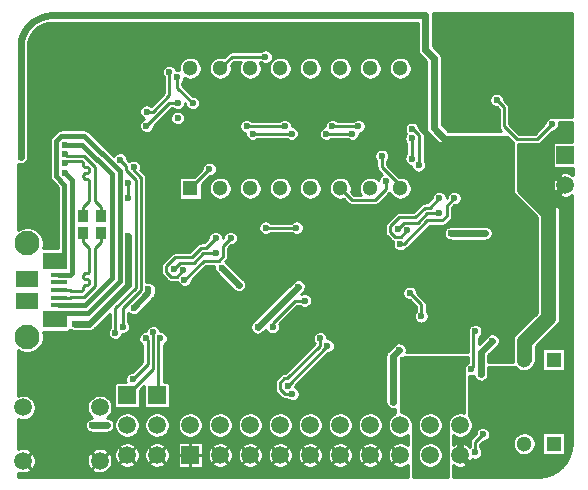
<source format=gtl>
G04 #@! TF.FileFunction,Copper,L1,Top,Signal*
%FSLAX46Y46*%
G04 Gerber Fmt 4.6, Leading zero omitted, Abs format (unit mm)*
G04 Created by KiCad (PCBNEW 4.0.3-stable) date 04/12/17 00:36:20*
%MOMM*%
%LPD*%
G01*
G04 APERTURE LIST*
%ADD10C,0.100000*%
%ADD11R,1.300000X1.300000*%
%ADD12C,1.300000*%
%ADD13R,1.500000X1.500000*%
%ADD14C,1.500000*%
%ADD15R,1.380000X0.450000*%
%ADD16C,2.100000*%
%ADD17R,1.900000X1.375000*%
%ADD18R,2.100000X1.475000*%
%ADD19R,0.950000X1.000000*%
%ADD20C,0.600000*%
%ADD21C,0.450000*%
%ADD22C,0.250000*%
%ADD23C,0.550000*%
%ADD24C,0.600000*%
G04 APERTURE END LIST*
D10*
D11*
X162850000Y-108260000D03*
D12*
X160350000Y-108260000D03*
D11*
X162850000Y-101130000D03*
D12*
X160350000Y-101130000D03*
D11*
X132080000Y-86630000D03*
D12*
X134620000Y-86630000D03*
X137160000Y-86630000D03*
X139700000Y-86630000D03*
X142240000Y-86630000D03*
X144780000Y-86630000D03*
X147320000Y-86630000D03*
X149860000Y-86630000D03*
X149860000Y-76470000D03*
X147320000Y-76470000D03*
X144780000Y-76470000D03*
X142240000Y-76470000D03*
X139700000Y-76470000D03*
X137160000Y-76470000D03*
X134620000Y-76470000D03*
X132080000Y-76470000D03*
D13*
X132080000Y-109220000D03*
D14*
X134620000Y-109220000D03*
X137160000Y-109220000D03*
X139700000Y-109220000D03*
X142240000Y-109220000D03*
X144780000Y-109220000D03*
X147320000Y-109220000D03*
X149860000Y-109220000D03*
X152400000Y-109220000D03*
X154940000Y-109220000D03*
X154940000Y-106680000D03*
X152400000Y-106680000D03*
X149860000Y-106680000D03*
X147320000Y-106680000D03*
X144780000Y-106680000D03*
X142240000Y-106680000D03*
X139700000Y-106680000D03*
X137160000Y-106680000D03*
X134620000Y-106680000D03*
X132080000Y-106680000D03*
D13*
X126740000Y-104150000D03*
D14*
X126740000Y-106690000D03*
X126740000Y-109230000D03*
D13*
X129270000Y-104150000D03*
D14*
X129270000Y-106690000D03*
X129270000Y-109230000D03*
D15*
X120950000Y-95900000D03*
X120950000Y-96550000D03*
X120950000Y-95250000D03*
X120950000Y-93950000D03*
D16*
X118290000Y-91300000D03*
X118290000Y-99200000D03*
D17*
X118290000Y-94312500D03*
X118290000Y-96187500D03*
D18*
X120590000Y-92787500D03*
X120590000Y-97712500D03*
D15*
X120950000Y-94600000D03*
D13*
X163830000Y-83820000D03*
D14*
X163830000Y-86360000D03*
D19*
X124520000Y-90450000D03*
X124520000Y-88950000D03*
X123020000Y-90450000D03*
X123020000Y-88950000D03*
D14*
X124410000Y-105190000D03*
X117910000Y-105190000D03*
X117910000Y-109690000D03*
X124410000Y-109690000D03*
D20*
X131590000Y-94370000D03*
X139050000Y-98380000D03*
X141790000Y-96140000D03*
X135490000Y-90850000D03*
X149840000Y-91350000D03*
X154440000Y-87460000D03*
X128300000Y-99340000D03*
X127200000Y-102800000D03*
X128540000Y-95170000D03*
X127290000Y-96770000D03*
X154160000Y-90430000D03*
X157050000Y-90430000D03*
X122290000Y-98120000D03*
X126830000Y-90650000D03*
X123780000Y-106690000D03*
X125040000Y-106690000D03*
X136190000Y-94820000D03*
X134730000Y-93360000D03*
X137790000Y-98400000D03*
X141240000Y-94950000D03*
X149230000Y-104710000D03*
X149780000Y-100290000D03*
X156690000Y-102390000D03*
X157670000Y-99530000D03*
X133710000Y-85000000D03*
X148620000Y-86030000D03*
X148300000Y-83900000D03*
X138450000Y-75490000D03*
X128930000Y-98840000D03*
X129560000Y-99340000D03*
X121460000Y-82930000D03*
X126830000Y-87450000D03*
X126830000Y-86190000D03*
X131010000Y-79410000D03*
X128370000Y-81350000D03*
X131010000Y-80680000D03*
X132280000Y-79410000D03*
X130970000Y-77250000D03*
X131500000Y-93570000D03*
X134220000Y-90850000D03*
X130700000Y-93480000D03*
X134220000Y-92120000D03*
X153170000Y-87460000D03*
X150450000Y-90180000D03*
X149650000Y-90090000D03*
X153170000Y-88730000D03*
X151640000Y-97460000D03*
X150670000Y-95500000D03*
X156200000Y-98730000D03*
X155880000Y-101940000D03*
X156860000Y-107460000D03*
X156200000Y-109000000D03*
X140660000Y-82000000D03*
X137360000Y-82000000D03*
X145810000Y-82000000D03*
X150840000Y-82410000D03*
X150840000Y-84120000D03*
X143600000Y-82000000D03*
X151410000Y-84690000D03*
X150850000Y-81610000D03*
X144100000Y-81370000D03*
X146310000Y-81370000D03*
X136860000Y-81370000D03*
X140070000Y-81370000D03*
X121460000Y-83730000D03*
X121460000Y-84530000D03*
X128380000Y-80160000D03*
X130310000Y-76790000D03*
X162680000Y-81220000D03*
X158030000Y-79150000D03*
X126140000Y-84200000D03*
X125730000Y-98850000D03*
X127280000Y-84830000D03*
X126360000Y-98350000D03*
X138460000Y-89980000D03*
X141070000Y-89980000D03*
X140320000Y-103350000D03*
X143700000Y-99970000D03*
X140710000Y-104050000D03*
X143070000Y-99340000D03*
X121510000Y-98950000D03*
X162670000Y-72520000D03*
X134180000Y-83120000D03*
X153630000Y-82450000D03*
X117710000Y-83980000D03*
X131650000Y-81330000D03*
X136150000Y-92780000D03*
X135210000Y-97320000D03*
X141240000Y-91230000D03*
X150300000Y-85360000D03*
X148300000Y-81820000D03*
X154440000Y-89630000D03*
X154160000Y-93930000D03*
X150830000Y-74690000D03*
X136080000Y-83900000D03*
X160200000Y-104700000D03*
X160030000Y-83800000D03*
X162850000Y-106800000D03*
X121460000Y-85330000D03*
X155430000Y-101130000D03*
X150080000Y-101130000D03*
X158030000Y-80100000D03*
X152930000Y-74480000D03*
X158600000Y-72170000D03*
X160030000Y-81840000D03*
X162680000Y-80270000D03*
X126680000Y-77450000D03*
D21*
X120590000Y-97712500D02*
X121102500Y-97200000D01*
X121102500Y-97200000D02*
X123410000Y-97200000D01*
X123410000Y-97200000D02*
X126100000Y-94510000D01*
X126100000Y-94510000D02*
X126100000Y-85190000D01*
X126100000Y-85190000D02*
X123110000Y-82200000D01*
X123110000Y-82200000D02*
X121160000Y-82200000D01*
X121160000Y-82200000D02*
X120730000Y-82630000D01*
X120730000Y-82630000D02*
X120730000Y-85630000D01*
X120730000Y-85630000D02*
X121420000Y-86320000D01*
X121420000Y-86320000D02*
X121420000Y-92790000D01*
X121420000Y-92790000D02*
X121417500Y-92787500D01*
X121417500Y-92787500D02*
X120590000Y-92787500D01*
D22*
X135490000Y-90850000D02*
X134850000Y-91490000D01*
X134850000Y-91490000D02*
X134850000Y-92380000D01*
X134850000Y-92380000D02*
X134480000Y-92750000D01*
X134480000Y-92750000D02*
X133210000Y-92750000D01*
X133210000Y-92750000D02*
X131590000Y-94370000D01*
X140940000Y-96140000D02*
X139050000Y-98030000D01*
X139050000Y-98030000D02*
X139050000Y-98380000D01*
X141790000Y-96140000D02*
X140940000Y-96140000D01*
X154440000Y-87460000D02*
X153800000Y-88100000D01*
X152160000Y-89360000D02*
X150170000Y-91350000D01*
X150170000Y-91350000D02*
X149840000Y-91350000D01*
X153430000Y-89360000D02*
X152160000Y-89360000D01*
X153800000Y-88990000D02*
X153430000Y-89360000D01*
X153800000Y-88100000D02*
X153800000Y-88990000D01*
X128480000Y-99520000D02*
X128300000Y-99340000D01*
X128480000Y-101520000D02*
X128480000Y-99520000D01*
X127200000Y-102800000D02*
X128480000Y-101520000D01*
D23*
X128540000Y-95520000D02*
X128540000Y-95170000D01*
X127290000Y-96770000D02*
X128540000Y-95520000D01*
D24*
X154160000Y-90430000D02*
X157050000Y-90430000D01*
X126830000Y-94810000D02*
X126830000Y-90650000D01*
X123520000Y-98120000D02*
X126830000Y-94810000D01*
X122290000Y-98120000D02*
X123520000Y-98120000D01*
X149230000Y-104710000D02*
X149230000Y-100840000D01*
X123780000Y-106690000D02*
X125040000Y-106690000D01*
X134730000Y-93360000D02*
X136190000Y-94820000D01*
X137790000Y-98400000D02*
X141240000Y-94950000D01*
X149230000Y-100840000D02*
X149780000Y-100290000D01*
X156690000Y-102390000D02*
X156690000Y-100510000D01*
X156690000Y-100510000D02*
X157670000Y-99530000D01*
D22*
X133710000Y-85000000D02*
X132080000Y-86630000D01*
X144780000Y-86630000D02*
X145760000Y-87610000D01*
X148620000Y-86710000D02*
X148620000Y-86030000D01*
X147720000Y-87610000D02*
X148620000Y-86710000D01*
X145760000Y-87610000D02*
X147720000Y-87610000D01*
X148300000Y-83900000D02*
X148300000Y-84820000D01*
X148300000Y-84820000D02*
X149860000Y-86380000D01*
X149860000Y-86380000D02*
X149860000Y-86630000D01*
X134620000Y-76470000D02*
X135600000Y-75490000D01*
X135600000Y-75490000D02*
X138450000Y-75490000D01*
X126740000Y-104150000D02*
X128930000Y-101960000D01*
X128930000Y-101960000D02*
X128930000Y-98840000D01*
X129380000Y-104040000D02*
X129380000Y-99520000D01*
X129560000Y-99340000D02*
X129380000Y-99520000D01*
X129380000Y-104040000D02*
X129270000Y-104150000D01*
X122000000Y-95800000D02*
X123090000Y-95800000D01*
X121900000Y-95900000D02*
X122000000Y-95800000D01*
X124520000Y-90450000D02*
X124520000Y-91210000D01*
X124520000Y-91210000D02*
X124000000Y-91730000D01*
X121900000Y-95900000D02*
X120950000Y-95900000D01*
X124000000Y-94890000D02*
X124000000Y-91730000D01*
X123090000Y-95800000D02*
X124000000Y-94890000D01*
D21*
X122920000Y-82930000D02*
X121460000Y-82930000D01*
X125450000Y-85460000D02*
X122920000Y-82930000D01*
X125450000Y-94240000D02*
X125450000Y-85460000D01*
X123140000Y-96550000D02*
X125450000Y-94240000D01*
X120950000Y-96550000D02*
X123140000Y-96550000D01*
D22*
X123540000Y-93690000D02*
X123540000Y-91730000D01*
X123020000Y-90450000D02*
X123020000Y-91210000D01*
X123020000Y-91210000D02*
X123540000Y-91730000D01*
X123040000Y-94990000D02*
X123190000Y-94840000D01*
X123190000Y-94840000D02*
X123390000Y-94840000D01*
X123390000Y-94840000D02*
X123540000Y-94690000D01*
X123540000Y-94690000D02*
X123540000Y-94490000D01*
X123540000Y-94490000D02*
X123390000Y-94340000D01*
X123390000Y-94340000D02*
X123190000Y-94340000D01*
X123190000Y-94340000D02*
X123040000Y-94190000D01*
X123040000Y-94190000D02*
X123040000Y-93990000D01*
X123040000Y-93990000D02*
X123190000Y-93840000D01*
X123190000Y-93840000D02*
X123390000Y-93840000D01*
X123390000Y-93840000D02*
X123540000Y-93690000D01*
X122890000Y-95340000D02*
X123040000Y-95190000D01*
X121990000Y-95340000D02*
X122890000Y-95340000D01*
X120950000Y-95250000D02*
X121900000Y-95250000D01*
X121900000Y-95250000D02*
X121990000Y-95340000D01*
X123040000Y-95190000D02*
X123040000Y-94990000D01*
X126830000Y-86190000D02*
X126830000Y-87450000D01*
X130310000Y-79410000D02*
X131010000Y-79410000D01*
X128370000Y-81350000D02*
X130310000Y-79410000D01*
X130970000Y-78100000D02*
X130970000Y-77250000D01*
X132280000Y-79410000D02*
X130970000Y-78100000D01*
X134220000Y-90850000D02*
X133400000Y-91670000D01*
X130070000Y-93220000D02*
X130070000Y-93740000D01*
X130070000Y-93740000D02*
X130440000Y-94110000D01*
X130440000Y-94110000D02*
X130960000Y-94110000D01*
X130960000Y-94110000D02*
X131500000Y-93570000D01*
X130800000Y-92490000D02*
X130070000Y-93220000D01*
X132190000Y-92490000D02*
X130800000Y-92490000D01*
X133010000Y-91670000D02*
X132190000Y-92490000D01*
X133400000Y-91670000D02*
X133010000Y-91670000D01*
X134220000Y-92120000D02*
X133200000Y-92120000D01*
X131240000Y-92940000D02*
X130700000Y-93480000D01*
X132380000Y-92940000D02*
X131240000Y-92940000D01*
X133200000Y-92120000D02*
X132380000Y-92940000D01*
X152350000Y-88280000D02*
X151960000Y-88280000D01*
X149910000Y-90720000D02*
X149390000Y-90720000D01*
X149390000Y-90720000D02*
X149020000Y-90350000D01*
X149020000Y-90350000D02*
X149020000Y-89830000D01*
X153170000Y-87460000D02*
X152350000Y-88280000D01*
X150450000Y-90180000D02*
X149910000Y-90720000D01*
X149750000Y-89100000D02*
X149020000Y-89830000D01*
X151140000Y-89100000D02*
X149750000Y-89100000D01*
X151960000Y-88280000D02*
X151140000Y-89100000D01*
X153170000Y-88730000D02*
X152150000Y-88730000D01*
X150190000Y-89550000D02*
X149650000Y-90090000D01*
X151330000Y-89550000D02*
X150190000Y-89550000D01*
X152150000Y-88730000D02*
X151330000Y-89550000D01*
X151640000Y-97460000D02*
X151640000Y-96470000D01*
X151640000Y-96470000D02*
X150670000Y-95500000D01*
X156060000Y-101760000D02*
X156060000Y-98870000D01*
X156060000Y-98870000D02*
X156200000Y-98730000D01*
X155880000Y-101940000D02*
X156060000Y-101760000D01*
X156200000Y-108120000D02*
X156860000Y-107460000D01*
X156200000Y-109000000D02*
X156200000Y-108120000D01*
X145810000Y-82000000D02*
X143600000Y-82000000D01*
X140660000Y-82000000D02*
X137360000Y-82000000D01*
X150840000Y-82410000D02*
X150840000Y-84120000D01*
X150930000Y-81610000D02*
X150850000Y-81610000D01*
X151470000Y-82150000D02*
X150930000Y-81610000D01*
X151470000Y-84630000D02*
X151470000Y-82150000D01*
X151470000Y-84630000D02*
X151410000Y-84690000D01*
X146310000Y-81370000D02*
X144100000Y-81370000D01*
X140070000Y-81370000D02*
X136860000Y-81370000D01*
X123090000Y-83900000D02*
X121630000Y-83900000D01*
X124000000Y-87670000D02*
X124000000Y-84810000D01*
X124520000Y-88190000D02*
X124520000Y-88950000D01*
X124520000Y-88190000D02*
X124000000Y-87670000D01*
X123090000Y-83900000D02*
X124000000Y-84810000D01*
X121630000Y-83900000D02*
X121460000Y-83730000D01*
X122890000Y-84360000D02*
X121630000Y-84360000D01*
X123040000Y-84510000D02*
X122890000Y-84360000D01*
X123040000Y-84710000D02*
X123040000Y-84510000D01*
X123190000Y-84860000D02*
X123040000Y-84710000D01*
X123390000Y-84860000D02*
X123190000Y-84860000D01*
X123540000Y-85010000D02*
X123390000Y-84860000D01*
X123540000Y-85210000D02*
X123540000Y-85010000D01*
X123390000Y-85360000D02*
X123540000Y-85210000D01*
X123190000Y-85360000D02*
X123390000Y-85360000D01*
X123040000Y-85510000D02*
X123190000Y-85360000D01*
X123040000Y-85710000D02*
X123040000Y-85510000D01*
X123190000Y-85860000D02*
X123040000Y-85710000D01*
X123390000Y-85860000D02*
X123190000Y-85860000D01*
X123540000Y-86010000D02*
X123390000Y-85860000D01*
X123540000Y-87670000D02*
X123540000Y-86010000D01*
X123020000Y-88190000D02*
X123020000Y-88950000D01*
X123020000Y-88190000D02*
X123540000Y-87670000D01*
X121630000Y-84360000D02*
X121460000Y-84530000D01*
X128380000Y-80160000D02*
X128920000Y-80160000D01*
X130310000Y-78770000D02*
X130310000Y-76790000D01*
X128920000Y-80160000D02*
X130310000Y-78770000D01*
X158660000Y-81360000D02*
X158660000Y-79780000D01*
X161430000Y-82470000D02*
X159770000Y-82470000D01*
X162680000Y-81220000D02*
X161430000Y-82470000D01*
X159770000Y-82470000D02*
X158660000Y-81360000D01*
X158660000Y-79780000D02*
X158030000Y-79150000D01*
X127460000Y-95070000D02*
X127460000Y-85930000D01*
X126650000Y-84710000D02*
X126140000Y-84200000D01*
X127460000Y-85930000D02*
X126650000Y-85120000D01*
X126650000Y-85120000D02*
X126650000Y-84710000D01*
X125730000Y-96800000D02*
X127460000Y-95070000D01*
X125730000Y-98850000D02*
X125730000Y-96800000D01*
X127910000Y-95260000D02*
X127910000Y-85740000D01*
X127910000Y-85740000D02*
X127280000Y-85110000D01*
X127280000Y-85110000D02*
X127280000Y-84830000D01*
X126360000Y-96810000D02*
X127910000Y-95260000D01*
X126360000Y-98350000D02*
X126360000Y-96810000D01*
X138460000Y-89980000D02*
X141070000Y-89980000D01*
X140320000Y-103350000D02*
X143700000Y-99970000D01*
X143070000Y-99960000D02*
X140310000Y-102720000D01*
X140310000Y-102720000D02*
X140060000Y-102720000D01*
X140060000Y-102720000D02*
X139690000Y-103090000D01*
X139690000Y-103090000D02*
X139690000Y-103610000D01*
X139690000Y-103610000D02*
X140130000Y-104050000D01*
X140130000Y-104050000D02*
X140710000Y-104050000D01*
X143070000Y-99340000D02*
X143070000Y-99960000D01*
D24*
X117750000Y-74110000D02*
X117910000Y-73610000D01*
X117910000Y-73610000D02*
X118150000Y-73160000D01*
X118150000Y-73160000D02*
X118470000Y-72770000D01*
X118470000Y-72770000D02*
X118870000Y-72440000D01*
X118870000Y-72440000D02*
X119320000Y-72190000D01*
X119320000Y-72190000D02*
X119810000Y-72040000D01*
X119810000Y-72040000D02*
X120340000Y-71990000D01*
X153630000Y-82450000D02*
X152680000Y-81500000D01*
X151950000Y-71990000D02*
X120340000Y-71990000D01*
X151950000Y-74890000D02*
X151950000Y-71990000D01*
X152680000Y-75620000D02*
X151950000Y-74890000D01*
X152680000Y-81500000D02*
X152680000Y-75620000D01*
X117710000Y-74620000D02*
X117710000Y-83980000D01*
X117710000Y-74620000D02*
X117750000Y-74110000D01*
D22*
X129270000Y-109230000D02*
X130550000Y-107950000D01*
X130550000Y-107950000D02*
X132080000Y-107950000D01*
X134620000Y-109220000D02*
X133350000Y-107950000D01*
X133350000Y-107950000D02*
X132080000Y-107950000D01*
X132080000Y-107950000D02*
X132080000Y-109220000D01*
X124410000Y-109690000D02*
X125680000Y-108420000D01*
X125930000Y-108420000D02*
X126740000Y-109230000D01*
X125680000Y-108420000D02*
X125930000Y-108420000D01*
X149860000Y-109220000D02*
X149010000Y-110070000D01*
X149860000Y-109220000D02*
X149010000Y-108370000D01*
X148170000Y-108370000D02*
X147320000Y-109220000D01*
X149010000Y-108370000D02*
X148170000Y-108370000D01*
X147320000Y-109220000D02*
X148280000Y-110180000D01*
X147320000Y-109220000D02*
X146430000Y-110110000D01*
X147320000Y-109220000D02*
X146380000Y-108280000D01*
X145720000Y-108280000D02*
X144780000Y-109220000D01*
X146380000Y-108280000D02*
X145720000Y-108280000D01*
X144780000Y-109220000D02*
X145710000Y-110150000D01*
X144780000Y-109220000D02*
X143920000Y-110080000D01*
X144780000Y-109220000D02*
X143860000Y-108300000D01*
X143160000Y-108300000D02*
X142240000Y-109220000D01*
X143860000Y-108300000D02*
X143160000Y-108300000D01*
X142240000Y-109220000D02*
X143250000Y-110230000D01*
X142240000Y-109220000D02*
X141350000Y-110110000D01*
X142240000Y-109220000D02*
X141350000Y-108330000D01*
X140590000Y-108330000D02*
X139700000Y-109220000D01*
X141350000Y-108330000D02*
X140590000Y-108330000D01*
X139700000Y-109220000D02*
X140660000Y-110180000D01*
X139700000Y-109220000D02*
X138840000Y-110080000D01*
X139700000Y-109220000D02*
X138840000Y-108360000D01*
X138020000Y-108360000D02*
X137160000Y-109220000D01*
X138840000Y-108360000D02*
X138020000Y-108360000D01*
X137160000Y-109220000D02*
X138050000Y-110110000D01*
X137160000Y-109220000D02*
X136270000Y-110110000D01*
X137160000Y-109220000D02*
X136310000Y-108370000D01*
X135470000Y-108370000D02*
X134620000Y-109220000D01*
X136310000Y-108370000D02*
X135470000Y-108370000D01*
X134620000Y-109220000D02*
X135530000Y-110130000D01*
X134620000Y-109220000D02*
X133660000Y-110180000D01*
X132080000Y-109220000D02*
X132080000Y-110430000D01*
X132080000Y-109220000D02*
X133250000Y-109220000D01*
X132080000Y-109220000D02*
X130820000Y-109220000D01*
X129270000Y-109230000D02*
X130260000Y-110220000D01*
X129270000Y-109230000D02*
X128430000Y-110070000D01*
X126740000Y-109230000D02*
X127660000Y-110150000D01*
X129270000Y-109230000D02*
X128370000Y-108330000D01*
X128370000Y-108330000D02*
X127640000Y-108330000D01*
X127640000Y-108330000D02*
X126740000Y-109230000D01*
X126740000Y-109230000D02*
X125910000Y-110060000D01*
X117910000Y-109690000D02*
X118870000Y-110650000D01*
X124410000Y-109690000D02*
X123330000Y-110770000D01*
X117910000Y-109690000D02*
X118820000Y-108780000D01*
X123500000Y-108780000D02*
X124410000Y-109690000D01*
X118820000Y-108780000D02*
X123500000Y-108780000D01*
D24*
X160700000Y-101130000D02*
X160700000Y-99460000D01*
X155830000Y-110110000D02*
X154940000Y-109220000D01*
X154940000Y-109220000D02*
X154940000Y-107950000D01*
X160350000Y-101130000D02*
X160350000Y-99460000D01*
X160350000Y-101130000D02*
X160000000Y-101130000D01*
X160000000Y-101130000D02*
X160000000Y-99460000D01*
X160350000Y-101130000D02*
X160700000Y-101130000D01*
D21*
X122090000Y-93800000D02*
X122090000Y-85960000D01*
X121940000Y-93950000D02*
X122090000Y-93800000D01*
X121940000Y-93950000D02*
X120950000Y-93950000D01*
X122090000Y-85960000D02*
X121460000Y-85330000D01*
D24*
X155430000Y-101130000D02*
X150080000Y-101130000D01*
D22*
X160030000Y-81840000D02*
X160030000Y-81840000D01*
G36*
X155605000Y-101376994D02*
X155589039Y-101383443D01*
X155486478Y-101450557D01*
X155398906Y-101536314D01*
X155329658Y-101637447D01*
X155281373Y-101750104D01*
X155255890Y-101869995D01*
X155254179Y-101992552D01*
X155257361Y-102009889D01*
X155255602Y-102027751D01*
X155255000Y-102040000D01*
X155255000Y-105647199D01*
X155052912Y-105605716D01*
X154842099Y-105604245D01*
X154635014Y-105643748D01*
X154439547Y-105722722D01*
X154263142Y-105838158D01*
X154112518Y-105985660D01*
X153993413Y-106159609D01*
X153910362Y-106353380D01*
X153866531Y-106559591D01*
X153863587Y-106770389D01*
X153865074Y-106778492D01*
X153865000Y-106780000D01*
X153865000Y-109209215D01*
X153863587Y-109310389D01*
X153865000Y-109318088D01*
X153865000Y-111065000D01*
X150935000Y-111065000D01*
X150935000Y-109310389D01*
X151323587Y-109310389D01*
X151361644Y-109517744D01*
X151439252Y-109713758D01*
X151553454Y-109890964D01*
X151699900Y-110042614D01*
X151873014Y-110162931D01*
X152066200Y-110247332D01*
X152272100Y-110292602D01*
X152482872Y-110297017D01*
X152690487Y-110260409D01*
X152887038Y-110184172D01*
X153065038Y-110071210D01*
X153217707Y-109925826D01*
X153339229Y-109753556D01*
X153424977Y-109560964D01*
X153471683Y-109355385D01*
X153475046Y-109114591D01*
X153434097Y-108907788D01*
X153353761Y-108712876D01*
X153237096Y-108537281D01*
X153088546Y-108387691D01*
X152913770Y-108269803D01*
X152719424Y-108188107D01*
X152512912Y-108145716D01*
X152302099Y-108144245D01*
X152095014Y-108183748D01*
X151899547Y-108262722D01*
X151723142Y-108378158D01*
X151572518Y-108525660D01*
X151453413Y-108699609D01*
X151370362Y-108893380D01*
X151326531Y-109099591D01*
X151323587Y-109310389D01*
X150935000Y-109310389D01*
X150935000Y-109117885D01*
X150935046Y-109114591D01*
X150935000Y-109114359D01*
X150935000Y-106780000D01*
X150934528Y-106770389D01*
X151323587Y-106770389D01*
X151361644Y-106977744D01*
X151439252Y-107173758D01*
X151553454Y-107350964D01*
X151699900Y-107502614D01*
X151873014Y-107622931D01*
X152066200Y-107707332D01*
X152272100Y-107752602D01*
X152482872Y-107757017D01*
X152690487Y-107720409D01*
X152887038Y-107644172D01*
X153065038Y-107531210D01*
X153217707Y-107385826D01*
X153339229Y-107213556D01*
X153424977Y-107020964D01*
X153471683Y-106815385D01*
X153475046Y-106574591D01*
X153434097Y-106367788D01*
X153353761Y-106172876D01*
X153237096Y-105997281D01*
X153088546Y-105847691D01*
X152913770Y-105729803D01*
X152719424Y-105648107D01*
X152512912Y-105605716D01*
X152302099Y-105604245D01*
X152095014Y-105643748D01*
X151899547Y-105722722D01*
X151723142Y-105838158D01*
X151572518Y-105985660D01*
X151453413Y-106159609D01*
X151370362Y-106353380D01*
X151326531Y-106559591D01*
X151323587Y-106770389D01*
X150934528Y-106770389D01*
X150934398Y-106767751D01*
X150932603Y-106749520D01*
X150935046Y-106574591D01*
X150894097Y-106367788D01*
X150813761Y-106172876D01*
X150697096Y-105997281D01*
X150548546Y-105847691D01*
X150373770Y-105729803D01*
X150179424Y-105648107D01*
X149972912Y-105605716D01*
X149905000Y-105605242D01*
X149905000Y-101212065D01*
X150069461Y-101140799D01*
X150080320Y-101135455D01*
X150097234Y-101126088D01*
X150117140Y-101112395D01*
X150131936Y-101099949D01*
X150148848Y-101082667D01*
X150160971Y-101067605D01*
X150174228Y-101047410D01*
X150183227Y-101030298D01*
X150192356Y-101007920D01*
X150197894Y-100989395D01*
X150202546Y-100965675D01*
X150203583Y-100955000D01*
X155605000Y-100955000D01*
X155605000Y-101376994D01*
X155605000Y-101376994D01*
G37*
X155605000Y-101376994D02*
X155589039Y-101383443D01*
X155486478Y-101450557D01*
X155398906Y-101536314D01*
X155329658Y-101637447D01*
X155281373Y-101750104D01*
X155255890Y-101869995D01*
X155254179Y-101992552D01*
X155257361Y-102009889D01*
X155255602Y-102027751D01*
X155255000Y-102040000D01*
X155255000Y-105647199D01*
X155052912Y-105605716D01*
X154842099Y-105604245D01*
X154635014Y-105643748D01*
X154439547Y-105722722D01*
X154263142Y-105838158D01*
X154112518Y-105985660D01*
X153993413Y-106159609D01*
X153910362Y-106353380D01*
X153866531Y-106559591D01*
X153863587Y-106770389D01*
X153865074Y-106778492D01*
X153865000Y-106780000D01*
X153865000Y-109209215D01*
X153863587Y-109310389D01*
X153865000Y-109318088D01*
X153865000Y-111065000D01*
X150935000Y-111065000D01*
X150935000Y-109310389D01*
X151323587Y-109310389D01*
X151361644Y-109517744D01*
X151439252Y-109713758D01*
X151553454Y-109890964D01*
X151699900Y-110042614D01*
X151873014Y-110162931D01*
X152066200Y-110247332D01*
X152272100Y-110292602D01*
X152482872Y-110297017D01*
X152690487Y-110260409D01*
X152887038Y-110184172D01*
X153065038Y-110071210D01*
X153217707Y-109925826D01*
X153339229Y-109753556D01*
X153424977Y-109560964D01*
X153471683Y-109355385D01*
X153475046Y-109114591D01*
X153434097Y-108907788D01*
X153353761Y-108712876D01*
X153237096Y-108537281D01*
X153088546Y-108387691D01*
X152913770Y-108269803D01*
X152719424Y-108188107D01*
X152512912Y-108145716D01*
X152302099Y-108144245D01*
X152095014Y-108183748D01*
X151899547Y-108262722D01*
X151723142Y-108378158D01*
X151572518Y-108525660D01*
X151453413Y-108699609D01*
X151370362Y-108893380D01*
X151326531Y-109099591D01*
X151323587Y-109310389D01*
X150935000Y-109310389D01*
X150935000Y-109117885D01*
X150935046Y-109114591D01*
X150935000Y-109114359D01*
X150935000Y-106780000D01*
X150934528Y-106770389D01*
X151323587Y-106770389D01*
X151361644Y-106977744D01*
X151439252Y-107173758D01*
X151553454Y-107350964D01*
X151699900Y-107502614D01*
X151873014Y-107622931D01*
X152066200Y-107707332D01*
X152272100Y-107752602D01*
X152482872Y-107757017D01*
X152690487Y-107720409D01*
X152887038Y-107644172D01*
X153065038Y-107531210D01*
X153217707Y-107385826D01*
X153339229Y-107213556D01*
X153424977Y-107020964D01*
X153471683Y-106815385D01*
X153475046Y-106574591D01*
X153434097Y-106367788D01*
X153353761Y-106172876D01*
X153237096Y-105997281D01*
X153088546Y-105847691D01*
X152913770Y-105729803D01*
X152719424Y-105648107D01*
X152512912Y-105605716D01*
X152302099Y-105604245D01*
X152095014Y-105643748D01*
X151899547Y-105722722D01*
X151723142Y-105838158D01*
X151572518Y-105985660D01*
X151453413Y-106159609D01*
X151370362Y-106353380D01*
X151326531Y-106559591D01*
X151323587Y-106770389D01*
X150934528Y-106770389D01*
X150934398Y-106767751D01*
X150932603Y-106749520D01*
X150935046Y-106574591D01*
X150894097Y-106367788D01*
X150813761Y-106172876D01*
X150697096Y-105997281D01*
X150548546Y-105847691D01*
X150373770Y-105729803D01*
X150179424Y-105648107D01*
X149972912Y-105605716D01*
X149905000Y-105605242D01*
X149905000Y-101212065D01*
X150069461Y-101140799D01*
X150080320Y-101135455D01*
X150097234Y-101126088D01*
X150117140Y-101112395D01*
X150131936Y-101099949D01*
X150148848Y-101082667D01*
X150160971Y-101067605D01*
X150174228Y-101047410D01*
X150183227Y-101030298D01*
X150192356Y-101007920D01*
X150197894Y-100989395D01*
X150202546Y-100965675D01*
X150203583Y-100955000D01*
X155605000Y-100955000D01*
X155605000Y-101376994D01*
G36*
X164405000Y-82743428D02*
X163080000Y-82743428D01*
X163060286Y-82745000D01*
X162880000Y-82745000D01*
X162834568Y-82753549D01*
X162792841Y-82780399D01*
X162764848Y-82821368D01*
X162755000Y-82870000D01*
X162755000Y-83058938D01*
X162753428Y-83070000D01*
X162753428Y-84570000D01*
X162755000Y-84589714D01*
X162755000Y-84770000D01*
X162763549Y-84815432D01*
X162790399Y-84857159D01*
X162831368Y-84885152D01*
X162880000Y-84895000D01*
X163068938Y-84895000D01*
X163080000Y-84896572D01*
X164455000Y-84896572D01*
X164455000Y-85480439D01*
X164397523Y-85537916D01*
X164310426Y-85392516D01*
X164112448Y-85317380D01*
X163903616Y-85282311D01*
X163691955Y-85288656D01*
X163485599Y-85336172D01*
X163349574Y-85392516D01*
X163262476Y-85537918D01*
X163830000Y-86105442D01*
X163844143Y-86091300D01*
X164098701Y-86345858D01*
X164084558Y-86360000D01*
X164098701Y-86374143D01*
X163844143Y-86628701D01*
X163830000Y-86614558D01*
X163262476Y-87182082D01*
X163349574Y-87327484D01*
X163547552Y-87402620D01*
X163756384Y-87437689D01*
X163968045Y-87431344D01*
X164174401Y-87383828D01*
X164310426Y-87327484D01*
X164397523Y-87182084D01*
X164405000Y-87189561D01*
X164405000Y-108226009D01*
X164348310Y-108804180D01*
X164190271Y-109327629D01*
X163933568Y-109810419D01*
X163587980Y-110234152D01*
X163166670Y-110582689D01*
X162685687Y-110842755D01*
X162163353Y-111004443D01*
X161587198Y-111065000D01*
X154315000Y-111065000D01*
X154315000Y-110094810D01*
X154413014Y-110162931D01*
X154606200Y-110247332D01*
X154812100Y-110292602D01*
X155022872Y-110297017D01*
X155230487Y-110260409D01*
X155427038Y-110184172D01*
X155605038Y-110071210D01*
X155757707Y-109925826D01*
X155879229Y-109753556D01*
X155958107Y-109576393D01*
X156005930Y-109597286D01*
X156125639Y-109623606D01*
X156248181Y-109626173D01*
X156368888Y-109604889D01*
X156483162Y-109560565D01*
X156586650Y-109494890D01*
X156675411Y-109410364D01*
X156746064Y-109310207D01*
X156795917Y-109198235D01*
X156823072Y-109078712D01*
X156825027Y-108938716D01*
X156801220Y-108818481D01*
X156754512Y-108705161D01*
X156686684Y-108603070D01*
X156650000Y-108566129D01*
X156650000Y-108341981D01*
X159373718Y-108341981D01*
X159408235Y-108530047D01*
X159478623Y-108707827D01*
X159582201Y-108868550D01*
X159715025Y-109006093D01*
X159872035Y-109115217D01*
X160047250Y-109191767D01*
X160233998Y-109232826D01*
X160425163Y-109236831D01*
X160613466Y-109203628D01*
X160791733Y-109134482D01*
X160953175Y-109032028D01*
X161091642Y-108900168D01*
X161201860Y-108743924D01*
X161279631Y-108569247D01*
X161321993Y-108382791D01*
X161325042Y-108164396D01*
X161287903Y-107976830D01*
X161215040Y-107800050D01*
X161109227Y-107640790D01*
X161078652Y-107610000D01*
X161873428Y-107610000D01*
X161873428Y-108910000D01*
X161875000Y-108929714D01*
X161875000Y-109110000D01*
X161883549Y-109155432D01*
X161910399Y-109197159D01*
X161951368Y-109225152D01*
X162000000Y-109235000D01*
X162188938Y-109235000D01*
X162200000Y-109236572D01*
X163500000Y-109236572D01*
X163519714Y-109235000D01*
X163700000Y-109235000D01*
X163745432Y-109226451D01*
X163787159Y-109199601D01*
X163815152Y-109158632D01*
X163825000Y-109110000D01*
X163825000Y-108921062D01*
X163826572Y-108910000D01*
X163826572Y-107610000D01*
X163825000Y-107590286D01*
X163825000Y-107410000D01*
X163816451Y-107364568D01*
X163789601Y-107322841D01*
X163748632Y-107294848D01*
X163700000Y-107285000D01*
X163511062Y-107285000D01*
X163500000Y-107283428D01*
X162200000Y-107283428D01*
X162180286Y-107285000D01*
X162000000Y-107285000D01*
X161954568Y-107293549D01*
X161912841Y-107320399D01*
X161884848Y-107361368D01*
X161875000Y-107410000D01*
X161875000Y-107598938D01*
X161873428Y-107610000D01*
X161078652Y-107610000D01*
X160974496Y-107505114D01*
X160815978Y-107398192D01*
X160639710Y-107324097D01*
X160452408Y-107285649D01*
X160261206Y-107284314D01*
X160073385Y-107320143D01*
X159896101Y-107391770D01*
X159736105Y-107496469D01*
X159599492Y-107630249D01*
X159491467Y-107788017D01*
X159416142Y-107963763D01*
X159376388Y-108150792D01*
X159373718Y-108341981D01*
X156650000Y-108341981D01*
X156650000Y-108306396D01*
X156871002Y-108085394D01*
X156908181Y-108086173D01*
X157028888Y-108064889D01*
X157143162Y-108020565D01*
X157246650Y-107954890D01*
X157335411Y-107870364D01*
X157406064Y-107770207D01*
X157455917Y-107658235D01*
X157483072Y-107538712D01*
X157485027Y-107398716D01*
X157461220Y-107278481D01*
X157414512Y-107165161D01*
X157346684Y-107063070D01*
X157260318Y-106976099D01*
X157158703Y-106907560D01*
X157045712Y-106860062D01*
X156925646Y-106835416D01*
X156803081Y-106834561D01*
X156682683Y-106857528D01*
X156569039Y-106903443D01*
X156466478Y-106970557D01*
X156378906Y-107056314D01*
X156309658Y-107157447D01*
X156261373Y-107270104D01*
X156235890Y-107389995D01*
X156235073Y-107448531D01*
X155881802Y-107801802D01*
X155855432Y-107833905D01*
X155828699Y-107865765D01*
X155827559Y-107867838D01*
X155826057Y-107869667D01*
X155806407Y-107906314D01*
X155786389Y-107942726D01*
X155785674Y-107944980D01*
X155784555Y-107947067D01*
X155772390Y-107986857D01*
X155759834Y-108026440D01*
X155759571Y-108028789D01*
X155758878Y-108031054D01*
X155754676Y-108072424D01*
X155750044Y-108113717D01*
X155750012Y-108118344D01*
X155750003Y-108118429D01*
X155750010Y-108118508D01*
X155750000Y-108120000D01*
X155750000Y-108509995D01*
X155628546Y-108387691D01*
X155453770Y-108269803D01*
X155259424Y-108188107D01*
X155052912Y-108145716D01*
X154842099Y-108144245D01*
X154635014Y-108183748D01*
X154439547Y-108262722D01*
X154315000Y-108344223D01*
X154315000Y-107554810D01*
X154413014Y-107622931D01*
X154606200Y-107707332D01*
X154812100Y-107752602D01*
X155022872Y-107757017D01*
X155230487Y-107720409D01*
X155427038Y-107644172D01*
X155605038Y-107531210D01*
X155757707Y-107385826D01*
X155879229Y-107213556D01*
X155964977Y-107020964D01*
X156011683Y-106815385D01*
X156015046Y-106574591D01*
X155974097Y-106367788D01*
X155893761Y-106172876D01*
X155777096Y-105997281D01*
X155705000Y-105924680D01*
X155705000Y-102541479D01*
X155805639Y-102563606D01*
X155928181Y-102566173D01*
X156048888Y-102544889D01*
X156080697Y-102532551D01*
X156086305Y-102563107D01*
X156131425Y-102677068D01*
X156197822Y-102780096D01*
X156282965Y-102868264D01*
X156383612Y-102938216D01*
X156495930Y-102987286D01*
X156615639Y-103013606D01*
X156738181Y-103016173D01*
X156858888Y-102994889D01*
X156973162Y-102950565D01*
X157076650Y-102884890D01*
X157165411Y-102800364D01*
X157236064Y-102700207D01*
X157285917Y-102588235D01*
X157313072Y-102468712D01*
X157313923Y-102407785D01*
X157314939Y-102398726D01*
X157315000Y-102390000D01*
X157315000Y-102330649D01*
X157315027Y-102328716D01*
X157315000Y-102328580D01*
X157315000Y-101765000D01*
X159600000Y-101765000D01*
X159607393Y-101764637D01*
X159715025Y-101876093D01*
X159872035Y-101985217D01*
X160047250Y-102061767D01*
X160233998Y-102102826D01*
X160425163Y-102106831D01*
X160613466Y-102073628D01*
X160791733Y-102004482D01*
X160953175Y-101902028D01*
X161091642Y-101770168D01*
X161201860Y-101613924D01*
X161279631Y-101439247D01*
X161321993Y-101252791D01*
X161323394Y-101152446D01*
X161324398Y-101142249D01*
X161325000Y-101130000D01*
X161325000Y-101037404D01*
X161325042Y-101034396D01*
X161325000Y-101034184D01*
X161325000Y-100480000D01*
X161873428Y-100480000D01*
X161873428Y-101780000D01*
X161875000Y-101799714D01*
X161875000Y-101980000D01*
X161883549Y-102025432D01*
X161910399Y-102067159D01*
X161951368Y-102095152D01*
X162000000Y-102105000D01*
X162188938Y-102105000D01*
X162200000Y-102106572D01*
X163500000Y-102106572D01*
X163519714Y-102105000D01*
X163700000Y-102105000D01*
X163745432Y-102096451D01*
X163787159Y-102069601D01*
X163815152Y-102028632D01*
X163825000Y-101980000D01*
X163825000Y-101791062D01*
X163826572Y-101780000D01*
X163826572Y-100480000D01*
X163825000Y-100460286D01*
X163825000Y-100280000D01*
X163816451Y-100234568D01*
X163789601Y-100192841D01*
X163748632Y-100164848D01*
X163700000Y-100155000D01*
X163511062Y-100155000D01*
X163500000Y-100153428D01*
X162200000Y-100153428D01*
X162180286Y-100155000D01*
X162000000Y-100155000D01*
X161954568Y-100163549D01*
X161912841Y-100190399D01*
X161884848Y-100231368D01*
X161875000Y-100280000D01*
X161875000Y-100468938D01*
X161873428Y-100480000D01*
X161325000Y-100480000D01*
X161325000Y-99991776D01*
X163289099Y-98027677D01*
X163295761Y-98020471D01*
X163305952Y-98008539D01*
X163317481Y-97992671D01*
X163325680Y-97979292D01*
X163334587Y-97961812D01*
X163340592Y-97947314D01*
X163346652Y-97928660D01*
X163350315Y-97913402D01*
X163353384Y-97894028D01*
X163354615Y-97878385D01*
X163355000Y-97868579D01*
X163355000Y-88340000D01*
X163354398Y-88327751D01*
X163352477Y-88308242D01*
X163347696Y-88284202D01*
X163342005Y-88265443D01*
X163332629Y-88242808D01*
X163323388Y-88225519D01*
X163309775Y-88205146D01*
X163297339Y-88189992D01*
X163280008Y-88172661D01*
X163264854Y-88160225D01*
X163244481Y-88146612D01*
X163227192Y-88137371D01*
X163204557Y-88127995D01*
X163185798Y-88122304D01*
X163161758Y-88117523D01*
X163142249Y-88115602D01*
X163117751Y-88115602D01*
X163098242Y-88117523D01*
X163074202Y-88122304D01*
X163055443Y-88127995D01*
X163032808Y-88137371D01*
X163015519Y-88146612D01*
X162995146Y-88160225D01*
X162979992Y-88172661D01*
X162962661Y-88189992D01*
X162950225Y-88205146D01*
X162936612Y-88225519D01*
X162927371Y-88242808D01*
X162917995Y-88265443D01*
X162912304Y-88284202D01*
X162907523Y-88308242D01*
X162905602Y-88327751D01*
X162905000Y-88340000D01*
X162905000Y-97768224D01*
X160940901Y-99732323D01*
X160934239Y-99739529D01*
X160924048Y-99751461D01*
X160912519Y-99767329D01*
X160904320Y-99780708D01*
X160895413Y-99798188D01*
X160889408Y-99812686D01*
X160883348Y-99831340D01*
X160879685Y-99846598D01*
X160876616Y-99865972D01*
X160875385Y-99881615D01*
X160875000Y-99891421D01*
X160875000Y-100308003D01*
X160815978Y-100268192D01*
X160639710Y-100194097D01*
X160452408Y-100155649D01*
X160261206Y-100154314D01*
X160073385Y-100190143D01*
X159896101Y-100261770D01*
X159825000Y-100308297D01*
X159825000Y-99371776D01*
X161789099Y-97407677D01*
X161795761Y-97400471D01*
X161805952Y-97388539D01*
X161817481Y-97372671D01*
X161825680Y-97359292D01*
X161834587Y-97341812D01*
X161840592Y-97327314D01*
X161846652Y-97308660D01*
X161850315Y-97293402D01*
X161853384Y-97274028D01*
X161854615Y-97258385D01*
X161855000Y-97248579D01*
X161855000Y-88961421D01*
X161854615Y-88951615D01*
X161853384Y-88935972D01*
X161850315Y-88916598D01*
X161846652Y-88901340D01*
X161840592Y-88882686D01*
X161834587Y-88868188D01*
X161825680Y-88850708D01*
X161817481Y-88837329D01*
X161805952Y-88821461D01*
X161795761Y-88809529D01*
X161789099Y-88802323D01*
X159855000Y-86868224D01*
X159855000Y-86286384D01*
X162752311Y-86286384D01*
X162758656Y-86498045D01*
X162806172Y-86704401D01*
X162862516Y-86840426D01*
X163007918Y-86927524D01*
X163575442Y-86360000D01*
X163007918Y-85792476D01*
X162862516Y-85879574D01*
X162787380Y-86077552D01*
X162752311Y-86286384D01*
X159855000Y-86286384D01*
X159855000Y-82920000D01*
X161430000Y-82920000D01*
X161471339Y-82915947D01*
X161512778Y-82912321D01*
X161515050Y-82911661D01*
X161517405Y-82911430D01*
X161557204Y-82899414D01*
X161597115Y-82887819D01*
X161599215Y-82886730D01*
X161601482Y-82886046D01*
X161638251Y-82866495D01*
X161675087Y-82847401D01*
X161676931Y-82845929D01*
X161679026Y-82844815D01*
X161711276Y-82818512D01*
X161743724Y-82792610D01*
X161747018Y-82789362D01*
X161747085Y-82789307D01*
X161747136Y-82789245D01*
X161748198Y-82788198D01*
X162691002Y-81845394D01*
X162728181Y-81846173D01*
X162848888Y-81824889D01*
X162963162Y-81780565D01*
X163066650Y-81714890D01*
X163155411Y-81630364D01*
X163226064Y-81530207D01*
X163275917Y-81418235D01*
X163303072Y-81298712D01*
X163305027Y-81158716D01*
X163282511Y-81045000D01*
X164405000Y-81045000D01*
X164405000Y-82743428D01*
X164405000Y-82743428D01*
G37*
X164405000Y-82743428D02*
X163080000Y-82743428D01*
X163060286Y-82745000D01*
X162880000Y-82745000D01*
X162834568Y-82753549D01*
X162792841Y-82780399D01*
X162764848Y-82821368D01*
X162755000Y-82870000D01*
X162755000Y-83058938D01*
X162753428Y-83070000D01*
X162753428Y-84570000D01*
X162755000Y-84589714D01*
X162755000Y-84770000D01*
X162763549Y-84815432D01*
X162790399Y-84857159D01*
X162831368Y-84885152D01*
X162880000Y-84895000D01*
X163068938Y-84895000D01*
X163080000Y-84896572D01*
X164455000Y-84896572D01*
X164455000Y-85480439D01*
X164397523Y-85537916D01*
X164310426Y-85392516D01*
X164112448Y-85317380D01*
X163903616Y-85282311D01*
X163691955Y-85288656D01*
X163485599Y-85336172D01*
X163349574Y-85392516D01*
X163262476Y-85537918D01*
X163830000Y-86105442D01*
X163844143Y-86091300D01*
X164098701Y-86345858D01*
X164084558Y-86360000D01*
X164098701Y-86374143D01*
X163844143Y-86628701D01*
X163830000Y-86614558D01*
X163262476Y-87182082D01*
X163349574Y-87327484D01*
X163547552Y-87402620D01*
X163756384Y-87437689D01*
X163968045Y-87431344D01*
X164174401Y-87383828D01*
X164310426Y-87327484D01*
X164397523Y-87182084D01*
X164405000Y-87189561D01*
X164405000Y-108226009D01*
X164348310Y-108804180D01*
X164190271Y-109327629D01*
X163933568Y-109810419D01*
X163587980Y-110234152D01*
X163166670Y-110582689D01*
X162685687Y-110842755D01*
X162163353Y-111004443D01*
X161587198Y-111065000D01*
X154315000Y-111065000D01*
X154315000Y-110094810D01*
X154413014Y-110162931D01*
X154606200Y-110247332D01*
X154812100Y-110292602D01*
X155022872Y-110297017D01*
X155230487Y-110260409D01*
X155427038Y-110184172D01*
X155605038Y-110071210D01*
X155757707Y-109925826D01*
X155879229Y-109753556D01*
X155958107Y-109576393D01*
X156005930Y-109597286D01*
X156125639Y-109623606D01*
X156248181Y-109626173D01*
X156368888Y-109604889D01*
X156483162Y-109560565D01*
X156586650Y-109494890D01*
X156675411Y-109410364D01*
X156746064Y-109310207D01*
X156795917Y-109198235D01*
X156823072Y-109078712D01*
X156825027Y-108938716D01*
X156801220Y-108818481D01*
X156754512Y-108705161D01*
X156686684Y-108603070D01*
X156650000Y-108566129D01*
X156650000Y-108341981D01*
X159373718Y-108341981D01*
X159408235Y-108530047D01*
X159478623Y-108707827D01*
X159582201Y-108868550D01*
X159715025Y-109006093D01*
X159872035Y-109115217D01*
X160047250Y-109191767D01*
X160233998Y-109232826D01*
X160425163Y-109236831D01*
X160613466Y-109203628D01*
X160791733Y-109134482D01*
X160953175Y-109032028D01*
X161091642Y-108900168D01*
X161201860Y-108743924D01*
X161279631Y-108569247D01*
X161321993Y-108382791D01*
X161325042Y-108164396D01*
X161287903Y-107976830D01*
X161215040Y-107800050D01*
X161109227Y-107640790D01*
X161078652Y-107610000D01*
X161873428Y-107610000D01*
X161873428Y-108910000D01*
X161875000Y-108929714D01*
X161875000Y-109110000D01*
X161883549Y-109155432D01*
X161910399Y-109197159D01*
X161951368Y-109225152D01*
X162000000Y-109235000D01*
X162188938Y-109235000D01*
X162200000Y-109236572D01*
X163500000Y-109236572D01*
X163519714Y-109235000D01*
X163700000Y-109235000D01*
X163745432Y-109226451D01*
X163787159Y-109199601D01*
X163815152Y-109158632D01*
X163825000Y-109110000D01*
X163825000Y-108921062D01*
X163826572Y-108910000D01*
X163826572Y-107610000D01*
X163825000Y-107590286D01*
X163825000Y-107410000D01*
X163816451Y-107364568D01*
X163789601Y-107322841D01*
X163748632Y-107294848D01*
X163700000Y-107285000D01*
X163511062Y-107285000D01*
X163500000Y-107283428D01*
X162200000Y-107283428D01*
X162180286Y-107285000D01*
X162000000Y-107285000D01*
X161954568Y-107293549D01*
X161912841Y-107320399D01*
X161884848Y-107361368D01*
X161875000Y-107410000D01*
X161875000Y-107598938D01*
X161873428Y-107610000D01*
X161078652Y-107610000D01*
X160974496Y-107505114D01*
X160815978Y-107398192D01*
X160639710Y-107324097D01*
X160452408Y-107285649D01*
X160261206Y-107284314D01*
X160073385Y-107320143D01*
X159896101Y-107391770D01*
X159736105Y-107496469D01*
X159599492Y-107630249D01*
X159491467Y-107788017D01*
X159416142Y-107963763D01*
X159376388Y-108150792D01*
X159373718Y-108341981D01*
X156650000Y-108341981D01*
X156650000Y-108306396D01*
X156871002Y-108085394D01*
X156908181Y-108086173D01*
X157028888Y-108064889D01*
X157143162Y-108020565D01*
X157246650Y-107954890D01*
X157335411Y-107870364D01*
X157406064Y-107770207D01*
X157455917Y-107658235D01*
X157483072Y-107538712D01*
X157485027Y-107398716D01*
X157461220Y-107278481D01*
X157414512Y-107165161D01*
X157346684Y-107063070D01*
X157260318Y-106976099D01*
X157158703Y-106907560D01*
X157045712Y-106860062D01*
X156925646Y-106835416D01*
X156803081Y-106834561D01*
X156682683Y-106857528D01*
X156569039Y-106903443D01*
X156466478Y-106970557D01*
X156378906Y-107056314D01*
X156309658Y-107157447D01*
X156261373Y-107270104D01*
X156235890Y-107389995D01*
X156235073Y-107448531D01*
X155881802Y-107801802D01*
X155855432Y-107833905D01*
X155828699Y-107865765D01*
X155827559Y-107867838D01*
X155826057Y-107869667D01*
X155806407Y-107906314D01*
X155786389Y-107942726D01*
X155785674Y-107944980D01*
X155784555Y-107947067D01*
X155772390Y-107986857D01*
X155759834Y-108026440D01*
X155759571Y-108028789D01*
X155758878Y-108031054D01*
X155754676Y-108072424D01*
X155750044Y-108113717D01*
X155750012Y-108118344D01*
X155750003Y-108118429D01*
X155750010Y-108118508D01*
X155750000Y-108120000D01*
X155750000Y-108509995D01*
X155628546Y-108387691D01*
X155453770Y-108269803D01*
X155259424Y-108188107D01*
X155052912Y-108145716D01*
X154842099Y-108144245D01*
X154635014Y-108183748D01*
X154439547Y-108262722D01*
X154315000Y-108344223D01*
X154315000Y-107554810D01*
X154413014Y-107622931D01*
X154606200Y-107707332D01*
X154812100Y-107752602D01*
X155022872Y-107757017D01*
X155230487Y-107720409D01*
X155427038Y-107644172D01*
X155605038Y-107531210D01*
X155757707Y-107385826D01*
X155879229Y-107213556D01*
X155964977Y-107020964D01*
X156011683Y-106815385D01*
X156015046Y-106574591D01*
X155974097Y-106367788D01*
X155893761Y-106172876D01*
X155777096Y-105997281D01*
X155705000Y-105924680D01*
X155705000Y-102541479D01*
X155805639Y-102563606D01*
X155928181Y-102566173D01*
X156048888Y-102544889D01*
X156080697Y-102532551D01*
X156086305Y-102563107D01*
X156131425Y-102677068D01*
X156197822Y-102780096D01*
X156282965Y-102868264D01*
X156383612Y-102938216D01*
X156495930Y-102987286D01*
X156615639Y-103013606D01*
X156738181Y-103016173D01*
X156858888Y-102994889D01*
X156973162Y-102950565D01*
X157076650Y-102884890D01*
X157165411Y-102800364D01*
X157236064Y-102700207D01*
X157285917Y-102588235D01*
X157313072Y-102468712D01*
X157313923Y-102407785D01*
X157314939Y-102398726D01*
X157315000Y-102390000D01*
X157315000Y-102330649D01*
X157315027Y-102328716D01*
X157315000Y-102328580D01*
X157315000Y-101765000D01*
X159600000Y-101765000D01*
X159607393Y-101764637D01*
X159715025Y-101876093D01*
X159872035Y-101985217D01*
X160047250Y-102061767D01*
X160233998Y-102102826D01*
X160425163Y-102106831D01*
X160613466Y-102073628D01*
X160791733Y-102004482D01*
X160953175Y-101902028D01*
X161091642Y-101770168D01*
X161201860Y-101613924D01*
X161279631Y-101439247D01*
X161321993Y-101252791D01*
X161323394Y-101152446D01*
X161324398Y-101142249D01*
X161325000Y-101130000D01*
X161325000Y-101037404D01*
X161325042Y-101034396D01*
X161325000Y-101034184D01*
X161325000Y-100480000D01*
X161873428Y-100480000D01*
X161873428Y-101780000D01*
X161875000Y-101799714D01*
X161875000Y-101980000D01*
X161883549Y-102025432D01*
X161910399Y-102067159D01*
X161951368Y-102095152D01*
X162000000Y-102105000D01*
X162188938Y-102105000D01*
X162200000Y-102106572D01*
X163500000Y-102106572D01*
X163519714Y-102105000D01*
X163700000Y-102105000D01*
X163745432Y-102096451D01*
X163787159Y-102069601D01*
X163815152Y-102028632D01*
X163825000Y-101980000D01*
X163825000Y-101791062D01*
X163826572Y-101780000D01*
X163826572Y-100480000D01*
X163825000Y-100460286D01*
X163825000Y-100280000D01*
X163816451Y-100234568D01*
X163789601Y-100192841D01*
X163748632Y-100164848D01*
X163700000Y-100155000D01*
X163511062Y-100155000D01*
X163500000Y-100153428D01*
X162200000Y-100153428D01*
X162180286Y-100155000D01*
X162000000Y-100155000D01*
X161954568Y-100163549D01*
X161912841Y-100190399D01*
X161884848Y-100231368D01*
X161875000Y-100280000D01*
X161875000Y-100468938D01*
X161873428Y-100480000D01*
X161325000Y-100480000D01*
X161325000Y-99991776D01*
X163289099Y-98027677D01*
X163295761Y-98020471D01*
X163305952Y-98008539D01*
X163317481Y-97992671D01*
X163325680Y-97979292D01*
X163334587Y-97961812D01*
X163340592Y-97947314D01*
X163346652Y-97928660D01*
X163350315Y-97913402D01*
X163353384Y-97894028D01*
X163354615Y-97878385D01*
X163355000Y-97868579D01*
X163355000Y-88340000D01*
X163354398Y-88327751D01*
X163352477Y-88308242D01*
X163347696Y-88284202D01*
X163342005Y-88265443D01*
X163332629Y-88242808D01*
X163323388Y-88225519D01*
X163309775Y-88205146D01*
X163297339Y-88189992D01*
X163280008Y-88172661D01*
X163264854Y-88160225D01*
X163244481Y-88146612D01*
X163227192Y-88137371D01*
X163204557Y-88127995D01*
X163185798Y-88122304D01*
X163161758Y-88117523D01*
X163142249Y-88115602D01*
X163117751Y-88115602D01*
X163098242Y-88117523D01*
X163074202Y-88122304D01*
X163055443Y-88127995D01*
X163032808Y-88137371D01*
X163015519Y-88146612D01*
X162995146Y-88160225D01*
X162979992Y-88172661D01*
X162962661Y-88189992D01*
X162950225Y-88205146D01*
X162936612Y-88225519D01*
X162927371Y-88242808D01*
X162917995Y-88265443D01*
X162912304Y-88284202D01*
X162907523Y-88308242D01*
X162905602Y-88327751D01*
X162905000Y-88340000D01*
X162905000Y-97768224D01*
X160940901Y-99732323D01*
X160934239Y-99739529D01*
X160924048Y-99751461D01*
X160912519Y-99767329D01*
X160904320Y-99780708D01*
X160895413Y-99798188D01*
X160889408Y-99812686D01*
X160883348Y-99831340D01*
X160879685Y-99846598D01*
X160876616Y-99865972D01*
X160875385Y-99881615D01*
X160875000Y-99891421D01*
X160875000Y-100308003D01*
X160815978Y-100268192D01*
X160639710Y-100194097D01*
X160452408Y-100155649D01*
X160261206Y-100154314D01*
X160073385Y-100190143D01*
X159896101Y-100261770D01*
X159825000Y-100308297D01*
X159825000Y-99371776D01*
X161789099Y-97407677D01*
X161795761Y-97400471D01*
X161805952Y-97388539D01*
X161817481Y-97372671D01*
X161825680Y-97359292D01*
X161834587Y-97341812D01*
X161840592Y-97327314D01*
X161846652Y-97308660D01*
X161850315Y-97293402D01*
X161853384Y-97274028D01*
X161854615Y-97258385D01*
X161855000Y-97248579D01*
X161855000Y-88961421D01*
X161854615Y-88951615D01*
X161853384Y-88935972D01*
X161850315Y-88916598D01*
X161846652Y-88901340D01*
X161840592Y-88882686D01*
X161834587Y-88868188D01*
X161825680Y-88850708D01*
X161817481Y-88837329D01*
X161805952Y-88821461D01*
X161795761Y-88809529D01*
X161789099Y-88802323D01*
X159855000Y-86868224D01*
X159855000Y-86286384D01*
X162752311Y-86286384D01*
X162758656Y-86498045D01*
X162806172Y-86704401D01*
X162862516Y-86840426D01*
X163007918Y-86927524D01*
X163575442Y-86360000D01*
X163007918Y-85792476D01*
X162862516Y-85879574D01*
X162787380Y-86077552D01*
X162752311Y-86286384D01*
X159855000Y-86286384D01*
X159855000Y-82920000D01*
X161430000Y-82920000D01*
X161471339Y-82915947D01*
X161512778Y-82912321D01*
X161515050Y-82911661D01*
X161517405Y-82911430D01*
X161557204Y-82899414D01*
X161597115Y-82887819D01*
X161599215Y-82886730D01*
X161601482Y-82886046D01*
X161638251Y-82866495D01*
X161675087Y-82847401D01*
X161676931Y-82845929D01*
X161679026Y-82844815D01*
X161711276Y-82818512D01*
X161743724Y-82792610D01*
X161747018Y-82789362D01*
X161747085Y-82789307D01*
X161747136Y-82789245D01*
X161748198Y-82788198D01*
X162691002Y-81845394D01*
X162728181Y-81846173D01*
X162848888Y-81824889D01*
X162963162Y-81780565D01*
X163066650Y-81714890D01*
X163155411Y-81630364D01*
X163226064Y-81530207D01*
X163275917Y-81418235D01*
X163303072Y-81298712D01*
X163305027Y-81158716D01*
X163282511Y-81045000D01*
X164405000Y-81045000D01*
X164405000Y-82743428D01*
G36*
X151325000Y-75058579D02*
X151325385Y-75068385D01*
X151326616Y-75084028D01*
X151329685Y-75103402D01*
X151333348Y-75118660D01*
X151339408Y-75137314D01*
X151345413Y-75151812D01*
X151354320Y-75169292D01*
X151362519Y-75182671D01*
X151374048Y-75198539D01*
X151384239Y-75210471D01*
X151390901Y-75217677D01*
X152055000Y-75881776D01*
X152055000Y-81668579D01*
X152055385Y-81678385D01*
X152056616Y-81694028D01*
X152059685Y-81713402D01*
X152063348Y-81728660D01*
X152069408Y-81747314D01*
X152075413Y-81761812D01*
X152084320Y-81779292D01*
X152092519Y-81792671D01*
X152104048Y-81808539D01*
X152114239Y-81820471D01*
X152120901Y-81827677D01*
X153071612Y-82778388D01*
X153080701Y-82786626D01*
X153095702Y-82798937D01*
X153116077Y-82812552D01*
X153133192Y-82821700D01*
X153155827Y-82831076D01*
X153174398Y-82836710D01*
X153198436Y-82841491D01*
X153217749Y-82843393D01*
X153242251Y-82843393D01*
X153261564Y-82841491D01*
X153285602Y-82836710D01*
X153304173Y-82831076D01*
X153326808Y-82821700D01*
X153343923Y-82812552D01*
X153364298Y-82798937D01*
X153379299Y-82786626D01*
X153396626Y-82769299D01*
X153408937Y-82754298D01*
X153422552Y-82733923D01*
X153431700Y-82716808D01*
X153441076Y-82694173D01*
X153446710Y-82675602D01*
X153451491Y-82651564D01*
X153453393Y-82632251D01*
X153453393Y-82607749D01*
X153451491Y-82588436D01*
X153446710Y-82564398D01*
X153441076Y-82545827D01*
X153431700Y-82523192D01*
X153422552Y-82506077D01*
X153408937Y-82485702D01*
X153396626Y-82470701D01*
X153388388Y-82461612D01*
X152681776Y-81755000D01*
X153178224Y-81755000D01*
X153505000Y-82081776D01*
X153505000Y-82090000D01*
X153505602Y-82102254D01*
X153506755Y-82113959D01*
X153511534Y-82137986D01*
X153514948Y-82149242D01*
X153524329Y-82171890D01*
X153529874Y-82182263D01*
X153543488Y-82202636D01*
X153550950Y-82211728D01*
X153568272Y-82229050D01*
X153577364Y-82236512D01*
X153597737Y-82250126D01*
X153608110Y-82255671D01*
X153630758Y-82265052D01*
X153642014Y-82268466D01*
X153666041Y-82273245D01*
X153677746Y-82274398D01*
X153690000Y-82275000D01*
X158938604Y-82275000D01*
X159405000Y-82741396D01*
X159405000Y-86968579D01*
X159405385Y-86978385D01*
X159406616Y-86994028D01*
X159409685Y-87013402D01*
X159413348Y-87028660D01*
X159419408Y-87047314D01*
X159425413Y-87061812D01*
X159434320Y-87079292D01*
X159442519Y-87092671D01*
X159454048Y-87108539D01*
X159464239Y-87120471D01*
X159470901Y-87127677D01*
X161405000Y-89061776D01*
X161405000Y-97158224D01*
X159440901Y-99122323D01*
X159434239Y-99129529D01*
X159424048Y-99141461D01*
X159412519Y-99157329D01*
X159404320Y-99170708D01*
X159395413Y-99188188D01*
X159389408Y-99202686D01*
X159383348Y-99221340D01*
X159379685Y-99236598D01*
X159376616Y-99255972D01*
X159375385Y-99271615D01*
X159375000Y-99281421D01*
X159375000Y-101120182D01*
X159373718Y-101211981D01*
X159375000Y-101218966D01*
X159375000Y-101315000D01*
X157315000Y-101315000D01*
X157315000Y-100768884D01*
X158105778Y-99978106D01*
X158145411Y-99940364D01*
X158216064Y-99840207D01*
X158265917Y-99728235D01*
X158293072Y-99608712D01*
X158294004Y-99541945D01*
X158294996Y-99532182D01*
X158294251Y-99524299D01*
X158295027Y-99468716D01*
X158271220Y-99348481D01*
X158224512Y-99235161D01*
X158156684Y-99133070D01*
X158070318Y-99046099D01*
X157968703Y-98977560D01*
X157855712Y-98930062D01*
X157735646Y-98905416D01*
X157613081Y-98904561D01*
X157492683Y-98927528D01*
X157379039Y-98973443D01*
X157276478Y-99040557D01*
X157188906Y-99126314D01*
X157186960Y-99129156D01*
X156510000Y-99806116D01*
X156510000Y-99273533D01*
X156586650Y-99224890D01*
X156675411Y-99140364D01*
X156746064Y-99040207D01*
X156795917Y-98928235D01*
X156823072Y-98808712D01*
X156825027Y-98668716D01*
X156801220Y-98548481D01*
X156754512Y-98435161D01*
X156686684Y-98333070D01*
X156600318Y-98246099D01*
X156498703Y-98177560D01*
X156385712Y-98130062D01*
X156265646Y-98105416D01*
X156143081Y-98104561D01*
X156022683Y-98127528D01*
X155909039Y-98173443D01*
X155806478Y-98240557D01*
X155718906Y-98326314D01*
X155649658Y-98427447D01*
X155601373Y-98540104D01*
X155575890Y-98659995D01*
X155574179Y-98782552D01*
X155596305Y-98903107D01*
X155610000Y-98937697D01*
X155610000Y-100505000D01*
X150368453Y-100505000D01*
X150375917Y-100488235D01*
X150403072Y-100368712D01*
X150404004Y-100301945D01*
X150404996Y-100292182D01*
X150404251Y-100284299D01*
X150405027Y-100228716D01*
X150381220Y-100108481D01*
X150334512Y-99995161D01*
X150266684Y-99893070D01*
X150180318Y-99806099D01*
X150078703Y-99737560D01*
X149965712Y-99690062D01*
X149845646Y-99665416D01*
X149723081Y-99664561D01*
X149602683Y-99687528D01*
X149489039Y-99733443D01*
X149386478Y-99800557D01*
X149298906Y-99886314D01*
X149296958Y-99889159D01*
X148788058Y-100398058D01*
X148751399Y-100442688D01*
X148714304Y-100486896D01*
X148712721Y-100489775D01*
X148710635Y-100492315D01*
X148683379Y-100543147D01*
X148655540Y-100593786D01*
X148654544Y-100596924D01*
X148652994Y-100599816D01*
X148636119Y-100655010D01*
X148618658Y-100710055D01*
X148618292Y-100713317D01*
X148617330Y-100716464D01*
X148611492Y-100773937D01*
X148605061Y-100831274D01*
X148605016Y-100837699D01*
X148605004Y-100837818D01*
X148605014Y-100837929D01*
X148605000Y-100840000D01*
X148605000Y-104703745D01*
X148604179Y-104762552D01*
X148626305Y-104883107D01*
X148671425Y-104997068D01*
X148737822Y-105100096D01*
X148822965Y-105188264D01*
X148923612Y-105258216D01*
X149035930Y-105307286D01*
X149155639Y-105333606D01*
X149278181Y-105336173D01*
X149398888Y-105314889D01*
X149455000Y-105293125D01*
X149455000Y-105684156D01*
X149359547Y-105722722D01*
X149183142Y-105838158D01*
X149032518Y-105985660D01*
X148913413Y-106159609D01*
X148830362Y-106353380D01*
X148786531Y-106559591D01*
X148783587Y-106770389D01*
X148821644Y-106977744D01*
X148899252Y-107173758D01*
X149013454Y-107350964D01*
X149159900Y-107502614D01*
X149333014Y-107622931D01*
X149526200Y-107707332D01*
X149732100Y-107752602D01*
X149942872Y-107757017D01*
X150150487Y-107720409D01*
X150347038Y-107644172D01*
X150485000Y-107556619D01*
X150485000Y-108344829D01*
X150373770Y-108269803D01*
X150179424Y-108188107D01*
X149972912Y-108145716D01*
X149762099Y-108144245D01*
X149555014Y-108183748D01*
X149359547Y-108262722D01*
X149183142Y-108378158D01*
X149032518Y-108525660D01*
X148913413Y-108699609D01*
X148830362Y-108893380D01*
X148786531Y-109099591D01*
X148783587Y-109310389D01*
X148821644Y-109517744D01*
X148899252Y-109713758D01*
X149013454Y-109890964D01*
X149159900Y-110042614D01*
X149333014Y-110162931D01*
X149526200Y-110247332D01*
X149732100Y-110292602D01*
X149942872Y-110297017D01*
X150150487Y-110260409D01*
X150347038Y-110184172D01*
X150485000Y-110096619D01*
X150485000Y-111065000D01*
X117535000Y-111065000D01*
X117535000Y-110699332D01*
X117576200Y-110717332D01*
X117782100Y-110762602D01*
X117992872Y-110767017D01*
X118200487Y-110730409D01*
X118397038Y-110654172D01*
X118575038Y-110541210D01*
X118727707Y-110395826D01*
X118849229Y-110223556D01*
X118934977Y-110030964D01*
X118981683Y-109825385D01*
X118982311Y-109780389D01*
X123333587Y-109780389D01*
X123371644Y-109987744D01*
X123449252Y-110183758D01*
X123563454Y-110360964D01*
X123709900Y-110512614D01*
X123883014Y-110632931D01*
X124076200Y-110717332D01*
X124282100Y-110762602D01*
X124492872Y-110767017D01*
X124700487Y-110730409D01*
X124897038Y-110654172D01*
X125075038Y-110541210D01*
X125227707Y-110395826D01*
X125349229Y-110223556D01*
X125434977Y-110030964D01*
X125481683Y-109825385D01*
X125485046Y-109584591D01*
X125444097Y-109377788D01*
X125420440Y-109320389D01*
X125663587Y-109320389D01*
X125701644Y-109527744D01*
X125779252Y-109723758D01*
X125893454Y-109900964D01*
X126039900Y-110052614D01*
X126213014Y-110172931D01*
X126406200Y-110257332D01*
X126612100Y-110302602D01*
X126822872Y-110307017D01*
X127030487Y-110270409D01*
X127227038Y-110194172D01*
X127405038Y-110081210D01*
X127557707Y-109935826D01*
X127679229Y-109763556D01*
X127764977Y-109570964D01*
X127811683Y-109365385D01*
X127812311Y-109320389D01*
X128193587Y-109320389D01*
X128231644Y-109527744D01*
X128309252Y-109723758D01*
X128423454Y-109900964D01*
X128569900Y-110052614D01*
X128743014Y-110172931D01*
X128936200Y-110257332D01*
X129142100Y-110302602D01*
X129352872Y-110307017D01*
X129560487Y-110270409D01*
X129757038Y-110194172D01*
X129935038Y-110081210D01*
X130087707Y-109935826D01*
X130209229Y-109763556D01*
X130294977Y-109570964D01*
X130341683Y-109365385D01*
X130345046Y-109124591D01*
X130304097Y-108917788D01*
X130223761Y-108722876D01*
X130107096Y-108547281D01*
X130030353Y-108470000D01*
X131003428Y-108470000D01*
X131003428Y-109970000D01*
X131005000Y-109989714D01*
X131005000Y-110170000D01*
X131013549Y-110215432D01*
X131040399Y-110257159D01*
X131081368Y-110285152D01*
X131130000Y-110295000D01*
X131318938Y-110295000D01*
X131330000Y-110296572D01*
X132830000Y-110296572D01*
X132849714Y-110295000D01*
X133030000Y-110295000D01*
X133075432Y-110286451D01*
X133117159Y-110259601D01*
X133145152Y-110218632D01*
X133155000Y-110170000D01*
X133155000Y-109981062D01*
X133156572Y-109970000D01*
X133156572Y-109310389D01*
X133543587Y-109310389D01*
X133581644Y-109517744D01*
X133659252Y-109713758D01*
X133773454Y-109890964D01*
X133919900Y-110042614D01*
X134093014Y-110162931D01*
X134286200Y-110247332D01*
X134492100Y-110292602D01*
X134702872Y-110297017D01*
X134910487Y-110260409D01*
X135107038Y-110184172D01*
X135285038Y-110071210D01*
X135437707Y-109925826D01*
X135559229Y-109753556D01*
X135644977Y-109560964D01*
X135691683Y-109355385D01*
X135692311Y-109310389D01*
X136083587Y-109310389D01*
X136121644Y-109517744D01*
X136199252Y-109713758D01*
X136313454Y-109890964D01*
X136459900Y-110042614D01*
X136633014Y-110162931D01*
X136826200Y-110247332D01*
X137032100Y-110292602D01*
X137242872Y-110297017D01*
X137450487Y-110260409D01*
X137647038Y-110184172D01*
X137825038Y-110071210D01*
X137977707Y-109925826D01*
X138099229Y-109753556D01*
X138184977Y-109560964D01*
X138231683Y-109355385D01*
X138232311Y-109310389D01*
X138623587Y-109310389D01*
X138661644Y-109517744D01*
X138739252Y-109713758D01*
X138853454Y-109890964D01*
X138999900Y-110042614D01*
X139173014Y-110162931D01*
X139366200Y-110247332D01*
X139572100Y-110292602D01*
X139782872Y-110297017D01*
X139990487Y-110260409D01*
X140187038Y-110184172D01*
X140365038Y-110071210D01*
X140517707Y-109925826D01*
X140639229Y-109753556D01*
X140724977Y-109560964D01*
X140771683Y-109355385D01*
X140772311Y-109310389D01*
X141163587Y-109310389D01*
X141201644Y-109517744D01*
X141279252Y-109713758D01*
X141393454Y-109890964D01*
X141539900Y-110042614D01*
X141713014Y-110162931D01*
X141906200Y-110247332D01*
X142112100Y-110292602D01*
X142322872Y-110297017D01*
X142530487Y-110260409D01*
X142727038Y-110184172D01*
X142905038Y-110071210D01*
X143057707Y-109925826D01*
X143179229Y-109753556D01*
X143264977Y-109560964D01*
X143311683Y-109355385D01*
X143312311Y-109310389D01*
X143703587Y-109310389D01*
X143741644Y-109517744D01*
X143819252Y-109713758D01*
X143933454Y-109890964D01*
X144079900Y-110042614D01*
X144253014Y-110162931D01*
X144446200Y-110247332D01*
X144652100Y-110292602D01*
X144862872Y-110297017D01*
X145070487Y-110260409D01*
X145267038Y-110184172D01*
X145445038Y-110071210D01*
X145597707Y-109925826D01*
X145719229Y-109753556D01*
X145804977Y-109560964D01*
X145851683Y-109355385D01*
X145852311Y-109310389D01*
X146243587Y-109310389D01*
X146281644Y-109517744D01*
X146359252Y-109713758D01*
X146473454Y-109890964D01*
X146619900Y-110042614D01*
X146793014Y-110162931D01*
X146986200Y-110247332D01*
X147192100Y-110292602D01*
X147402872Y-110297017D01*
X147610487Y-110260409D01*
X147807038Y-110184172D01*
X147985038Y-110071210D01*
X148137707Y-109925826D01*
X148259229Y-109753556D01*
X148344977Y-109560964D01*
X148391683Y-109355385D01*
X148395046Y-109114591D01*
X148354097Y-108907788D01*
X148273761Y-108712876D01*
X148157096Y-108537281D01*
X148008546Y-108387691D01*
X147833770Y-108269803D01*
X147639424Y-108188107D01*
X147432912Y-108145716D01*
X147222099Y-108144245D01*
X147015014Y-108183748D01*
X146819547Y-108262722D01*
X146643142Y-108378158D01*
X146492518Y-108525660D01*
X146373413Y-108699609D01*
X146290362Y-108893380D01*
X146246531Y-109099591D01*
X146243587Y-109310389D01*
X145852311Y-109310389D01*
X145855046Y-109114591D01*
X145814097Y-108907788D01*
X145733761Y-108712876D01*
X145617096Y-108537281D01*
X145468546Y-108387691D01*
X145293770Y-108269803D01*
X145099424Y-108188107D01*
X144892912Y-108145716D01*
X144682099Y-108144245D01*
X144475014Y-108183748D01*
X144279547Y-108262722D01*
X144103142Y-108378158D01*
X143952518Y-108525660D01*
X143833413Y-108699609D01*
X143750362Y-108893380D01*
X143706531Y-109099591D01*
X143703587Y-109310389D01*
X143312311Y-109310389D01*
X143315046Y-109114591D01*
X143274097Y-108907788D01*
X143193761Y-108712876D01*
X143077096Y-108537281D01*
X142928546Y-108387691D01*
X142753770Y-108269803D01*
X142559424Y-108188107D01*
X142352912Y-108145716D01*
X142142099Y-108144245D01*
X141935014Y-108183748D01*
X141739547Y-108262722D01*
X141563142Y-108378158D01*
X141412518Y-108525660D01*
X141293413Y-108699609D01*
X141210362Y-108893380D01*
X141166531Y-109099591D01*
X141163587Y-109310389D01*
X140772311Y-109310389D01*
X140775046Y-109114591D01*
X140734097Y-108907788D01*
X140653761Y-108712876D01*
X140537096Y-108537281D01*
X140388546Y-108387691D01*
X140213770Y-108269803D01*
X140019424Y-108188107D01*
X139812912Y-108145716D01*
X139602099Y-108144245D01*
X139395014Y-108183748D01*
X139199547Y-108262722D01*
X139023142Y-108378158D01*
X138872518Y-108525660D01*
X138753413Y-108699609D01*
X138670362Y-108893380D01*
X138626531Y-109099591D01*
X138623587Y-109310389D01*
X138232311Y-109310389D01*
X138235046Y-109114591D01*
X138194097Y-108907788D01*
X138113761Y-108712876D01*
X137997096Y-108537281D01*
X137848546Y-108387691D01*
X137673770Y-108269803D01*
X137479424Y-108188107D01*
X137272912Y-108145716D01*
X137062099Y-108144245D01*
X136855014Y-108183748D01*
X136659547Y-108262722D01*
X136483142Y-108378158D01*
X136332518Y-108525660D01*
X136213413Y-108699609D01*
X136130362Y-108893380D01*
X136086531Y-109099591D01*
X136083587Y-109310389D01*
X135692311Y-109310389D01*
X135695046Y-109114591D01*
X135654097Y-108907788D01*
X135573761Y-108712876D01*
X135457096Y-108537281D01*
X135308546Y-108387691D01*
X135133770Y-108269803D01*
X134939424Y-108188107D01*
X134732912Y-108145716D01*
X134522099Y-108144245D01*
X134315014Y-108183748D01*
X134119547Y-108262722D01*
X133943142Y-108378158D01*
X133792518Y-108525660D01*
X133673413Y-108699609D01*
X133590362Y-108893380D01*
X133546531Y-109099591D01*
X133543587Y-109310389D01*
X133156572Y-109310389D01*
X133156572Y-108470000D01*
X133155000Y-108450286D01*
X133155000Y-108270000D01*
X133146451Y-108224568D01*
X133119601Y-108182841D01*
X133078632Y-108154848D01*
X133030000Y-108145000D01*
X132841062Y-108145000D01*
X132830000Y-108143428D01*
X131330000Y-108143428D01*
X131310286Y-108145000D01*
X131130000Y-108145000D01*
X131084568Y-108153549D01*
X131042841Y-108180399D01*
X131014848Y-108221368D01*
X131005000Y-108270000D01*
X131005000Y-108458938D01*
X131003428Y-108470000D01*
X130030353Y-108470000D01*
X129958546Y-108397691D01*
X129783770Y-108279803D01*
X129589424Y-108198107D01*
X129382912Y-108155716D01*
X129172099Y-108154245D01*
X128965014Y-108193748D01*
X128769547Y-108272722D01*
X128593142Y-108388158D01*
X128442518Y-108535660D01*
X128323413Y-108709609D01*
X128240362Y-108903380D01*
X128196531Y-109109591D01*
X128193587Y-109320389D01*
X127812311Y-109320389D01*
X127815046Y-109124591D01*
X127774097Y-108917788D01*
X127693761Y-108722876D01*
X127577096Y-108547281D01*
X127428546Y-108397691D01*
X127253770Y-108279803D01*
X127059424Y-108198107D01*
X126852912Y-108155716D01*
X126642099Y-108154245D01*
X126435014Y-108193748D01*
X126239547Y-108272722D01*
X126063142Y-108388158D01*
X125912518Y-108535660D01*
X125793413Y-108709609D01*
X125710362Y-108903380D01*
X125666531Y-109109591D01*
X125663587Y-109320389D01*
X125420440Y-109320389D01*
X125363761Y-109182876D01*
X125247096Y-109007281D01*
X125098546Y-108857691D01*
X124923770Y-108739803D01*
X124729424Y-108658107D01*
X124522912Y-108615716D01*
X124312099Y-108614245D01*
X124105014Y-108653748D01*
X123909547Y-108732722D01*
X123733142Y-108848158D01*
X123582518Y-108995660D01*
X123463413Y-109169609D01*
X123380362Y-109363380D01*
X123336531Y-109569591D01*
X123333587Y-109780389D01*
X118982311Y-109780389D01*
X118985046Y-109584591D01*
X118944097Y-109377788D01*
X118863761Y-109182876D01*
X118747096Y-109007281D01*
X118598546Y-108857691D01*
X118423770Y-108739803D01*
X118229424Y-108658107D01*
X118022912Y-108615716D01*
X117812099Y-108614245D01*
X117605014Y-108653748D01*
X117535000Y-108682036D01*
X117535000Y-106742552D01*
X123154179Y-106742552D01*
X123176305Y-106863107D01*
X123221425Y-106977068D01*
X123287822Y-107080096D01*
X123372965Y-107168264D01*
X123473612Y-107238216D01*
X123585930Y-107287286D01*
X123705639Y-107313606D01*
X123828181Y-107316173D01*
X123834833Y-107315000D01*
X125032185Y-107315000D01*
X125088181Y-107316173D01*
X125208888Y-107294889D01*
X125323162Y-107250565D01*
X125426650Y-107184890D01*
X125515411Y-107100364D01*
X125586064Y-107000207D01*
X125635917Y-106888235D01*
X125663072Y-106768712D01*
X125663976Y-106703961D01*
X125664758Y-106696520D01*
X125663587Y-106780389D01*
X125701644Y-106987744D01*
X125779252Y-107183758D01*
X125893454Y-107360964D01*
X126039900Y-107512614D01*
X126213014Y-107632931D01*
X126406200Y-107717332D01*
X126612100Y-107762602D01*
X126822872Y-107767017D01*
X127030487Y-107730409D01*
X127227038Y-107654172D01*
X127405038Y-107541210D01*
X127557707Y-107395826D01*
X127679229Y-107223556D01*
X127764977Y-107030964D01*
X127811683Y-106825385D01*
X127812311Y-106780389D01*
X128193587Y-106780389D01*
X128231644Y-106987744D01*
X128309252Y-107183758D01*
X128423454Y-107360964D01*
X128569900Y-107512614D01*
X128743014Y-107632931D01*
X128936200Y-107717332D01*
X129142100Y-107762602D01*
X129352872Y-107767017D01*
X129560487Y-107730409D01*
X129757038Y-107654172D01*
X129935038Y-107541210D01*
X130087707Y-107395826D01*
X130209229Y-107223556D01*
X130294977Y-107030964D01*
X130341683Y-106825385D01*
X130342451Y-106770389D01*
X131003587Y-106770389D01*
X131041644Y-106977744D01*
X131119252Y-107173758D01*
X131233454Y-107350964D01*
X131379900Y-107502614D01*
X131553014Y-107622931D01*
X131746200Y-107707332D01*
X131952100Y-107752602D01*
X132162872Y-107757017D01*
X132370487Y-107720409D01*
X132567038Y-107644172D01*
X132745038Y-107531210D01*
X132897707Y-107385826D01*
X133019229Y-107213556D01*
X133104977Y-107020964D01*
X133151683Y-106815385D01*
X133152311Y-106770389D01*
X133543587Y-106770389D01*
X133581644Y-106977744D01*
X133659252Y-107173758D01*
X133773454Y-107350964D01*
X133919900Y-107502614D01*
X134093014Y-107622931D01*
X134286200Y-107707332D01*
X134492100Y-107752602D01*
X134702872Y-107757017D01*
X134910487Y-107720409D01*
X135107038Y-107644172D01*
X135285038Y-107531210D01*
X135437707Y-107385826D01*
X135559229Y-107213556D01*
X135644977Y-107020964D01*
X135691683Y-106815385D01*
X135692311Y-106770389D01*
X136083587Y-106770389D01*
X136121644Y-106977744D01*
X136199252Y-107173758D01*
X136313454Y-107350964D01*
X136459900Y-107502614D01*
X136633014Y-107622931D01*
X136826200Y-107707332D01*
X137032100Y-107752602D01*
X137242872Y-107757017D01*
X137450487Y-107720409D01*
X137647038Y-107644172D01*
X137825038Y-107531210D01*
X137977707Y-107385826D01*
X138099229Y-107213556D01*
X138184977Y-107020964D01*
X138231683Y-106815385D01*
X138232311Y-106770389D01*
X138623587Y-106770389D01*
X138661644Y-106977744D01*
X138739252Y-107173758D01*
X138853454Y-107350964D01*
X138999900Y-107502614D01*
X139173014Y-107622931D01*
X139366200Y-107707332D01*
X139572100Y-107752602D01*
X139782872Y-107757017D01*
X139990487Y-107720409D01*
X140187038Y-107644172D01*
X140365038Y-107531210D01*
X140517707Y-107385826D01*
X140639229Y-107213556D01*
X140724977Y-107020964D01*
X140771683Y-106815385D01*
X140772311Y-106770389D01*
X141163587Y-106770389D01*
X141201644Y-106977744D01*
X141279252Y-107173758D01*
X141393454Y-107350964D01*
X141539900Y-107502614D01*
X141713014Y-107622931D01*
X141906200Y-107707332D01*
X142112100Y-107752602D01*
X142322872Y-107757017D01*
X142530487Y-107720409D01*
X142727038Y-107644172D01*
X142905038Y-107531210D01*
X143057707Y-107385826D01*
X143179229Y-107213556D01*
X143264977Y-107020964D01*
X143311683Y-106815385D01*
X143312311Y-106770389D01*
X143703587Y-106770389D01*
X143741644Y-106977744D01*
X143819252Y-107173758D01*
X143933454Y-107350964D01*
X144079900Y-107502614D01*
X144253014Y-107622931D01*
X144446200Y-107707332D01*
X144652100Y-107752602D01*
X144862872Y-107757017D01*
X145070487Y-107720409D01*
X145267038Y-107644172D01*
X145445038Y-107531210D01*
X145597707Y-107385826D01*
X145719229Y-107213556D01*
X145804977Y-107020964D01*
X145851683Y-106815385D01*
X145852311Y-106770389D01*
X146243587Y-106770389D01*
X146281644Y-106977744D01*
X146359252Y-107173758D01*
X146473454Y-107350964D01*
X146619900Y-107502614D01*
X146793014Y-107622931D01*
X146986200Y-107707332D01*
X147192100Y-107752602D01*
X147402872Y-107757017D01*
X147610487Y-107720409D01*
X147807038Y-107644172D01*
X147985038Y-107531210D01*
X148137707Y-107385826D01*
X148259229Y-107213556D01*
X148344977Y-107020964D01*
X148391683Y-106815385D01*
X148395046Y-106574591D01*
X148354097Y-106367788D01*
X148273761Y-106172876D01*
X148157096Y-105997281D01*
X148008546Y-105847691D01*
X147833770Y-105729803D01*
X147639424Y-105648107D01*
X147432912Y-105605716D01*
X147222099Y-105604245D01*
X147015014Y-105643748D01*
X146819547Y-105722722D01*
X146643142Y-105838158D01*
X146492518Y-105985660D01*
X146373413Y-106159609D01*
X146290362Y-106353380D01*
X146246531Y-106559591D01*
X146243587Y-106770389D01*
X145852311Y-106770389D01*
X145855046Y-106574591D01*
X145814097Y-106367788D01*
X145733761Y-106172876D01*
X145617096Y-105997281D01*
X145468546Y-105847691D01*
X145293770Y-105729803D01*
X145099424Y-105648107D01*
X144892912Y-105605716D01*
X144682099Y-105604245D01*
X144475014Y-105643748D01*
X144279547Y-105722722D01*
X144103142Y-105838158D01*
X143952518Y-105985660D01*
X143833413Y-106159609D01*
X143750362Y-106353380D01*
X143706531Y-106559591D01*
X143703587Y-106770389D01*
X143312311Y-106770389D01*
X143315046Y-106574591D01*
X143274097Y-106367788D01*
X143193761Y-106172876D01*
X143077096Y-105997281D01*
X142928546Y-105847691D01*
X142753770Y-105729803D01*
X142559424Y-105648107D01*
X142352912Y-105605716D01*
X142142099Y-105604245D01*
X141935014Y-105643748D01*
X141739547Y-105722722D01*
X141563142Y-105838158D01*
X141412518Y-105985660D01*
X141293413Y-106159609D01*
X141210362Y-106353380D01*
X141166531Y-106559591D01*
X141163587Y-106770389D01*
X140772311Y-106770389D01*
X140775046Y-106574591D01*
X140734097Y-106367788D01*
X140653761Y-106172876D01*
X140537096Y-105997281D01*
X140388546Y-105847691D01*
X140213770Y-105729803D01*
X140019424Y-105648107D01*
X139812912Y-105605716D01*
X139602099Y-105604245D01*
X139395014Y-105643748D01*
X139199547Y-105722722D01*
X139023142Y-105838158D01*
X138872518Y-105985660D01*
X138753413Y-106159609D01*
X138670362Y-106353380D01*
X138626531Y-106559591D01*
X138623587Y-106770389D01*
X138232311Y-106770389D01*
X138235046Y-106574591D01*
X138194097Y-106367788D01*
X138113761Y-106172876D01*
X137997096Y-105997281D01*
X137848546Y-105847691D01*
X137673770Y-105729803D01*
X137479424Y-105648107D01*
X137272912Y-105605716D01*
X137062099Y-105604245D01*
X136855014Y-105643748D01*
X136659547Y-105722722D01*
X136483142Y-105838158D01*
X136332518Y-105985660D01*
X136213413Y-106159609D01*
X136130362Y-106353380D01*
X136086531Y-106559591D01*
X136083587Y-106770389D01*
X135692311Y-106770389D01*
X135695046Y-106574591D01*
X135654097Y-106367788D01*
X135573761Y-106172876D01*
X135457096Y-105997281D01*
X135308546Y-105847691D01*
X135133770Y-105729803D01*
X134939424Y-105648107D01*
X134732912Y-105605716D01*
X134522099Y-105604245D01*
X134315014Y-105643748D01*
X134119547Y-105722722D01*
X133943142Y-105838158D01*
X133792518Y-105985660D01*
X133673413Y-106159609D01*
X133590362Y-106353380D01*
X133546531Y-106559591D01*
X133543587Y-106770389D01*
X133152311Y-106770389D01*
X133155046Y-106574591D01*
X133114097Y-106367788D01*
X133033761Y-106172876D01*
X132917096Y-105997281D01*
X132768546Y-105847691D01*
X132593770Y-105729803D01*
X132399424Y-105648107D01*
X132192912Y-105605716D01*
X131982099Y-105604245D01*
X131775014Y-105643748D01*
X131579547Y-105722722D01*
X131403142Y-105838158D01*
X131252518Y-105985660D01*
X131133413Y-106159609D01*
X131050362Y-106353380D01*
X131006531Y-106559591D01*
X131003587Y-106770389D01*
X130342451Y-106770389D01*
X130345046Y-106584591D01*
X130304097Y-106377788D01*
X130223761Y-106182876D01*
X130107096Y-106007281D01*
X129958546Y-105857691D01*
X129783770Y-105739803D01*
X129589424Y-105658107D01*
X129382912Y-105615716D01*
X129172099Y-105614245D01*
X128965014Y-105653748D01*
X128769547Y-105732722D01*
X128593142Y-105848158D01*
X128442518Y-105995660D01*
X128323413Y-106169609D01*
X128240362Y-106363380D01*
X128196531Y-106569591D01*
X128193587Y-106780389D01*
X127812311Y-106780389D01*
X127815046Y-106584591D01*
X127774097Y-106377788D01*
X127693761Y-106182876D01*
X127577096Y-106007281D01*
X127428546Y-105857691D01*
X127253770Y-105739803D01*
X127059424Y-105658107D01*
X126852912Y-105615716D01*
X126642099Y-105614245D01*
X126435014Y-105653748D01*
X126239547Y-105732722D01*
X126063142Y-105848158D01*
X125912518Y-105995660D01*
X125793413Y-106169609D01*
X125710362Y-106363380D01*
X125666531Y-106569591D01*
X125664815Y-106692490D01*
X125664227Y-106686030D01*
X125665027Y-106628716D01*
X125641220Y-106508481D01*
X125594512Y-106395161D01*
X125526684Y-106293070D01*
X125440318Y-106206099D01*
X125338703Y-106137560D01*
X125225712Y-106090062D01*
X125105646Y-106065416D01*
X125037643Y-106064942D01*
X125075038Y-106041210D01*
X125227707Y-105895826D01*
X125349229Y-105723556D01*
X125434977Y-105530964D01*
X125481683Y-105325385D01*
X125485046Y-105084591D01*
X125444097Y-104877788D01*
X125363761Y-104682876D01*
X125247096Y-104507281D01*
X125098546Y-104357691D01*
X124923770Y-104239803D01*
X124729424Y-104158107D01*
X124522912Y-104115716D01*
X124312099Y-104114245D01*
X124105014Y-104153748D01*
X123909547Y-104232722D01*
X123733142Y-104348158D01*
X123582518Y-104495660D01*
X123463413Y-104669609D01*
X123380362Y-104863380D01*
X123336531Y-105069591D01*
X123333587Y-105280389D01*
X123371644Y-105487744D01*
X123449252Y-105683758D01*
X123563454Y-105860964D01*
X123709900Y-106012614D01*
X123785266Y-106064995D01*
X123723081Y-106064561D01*
X123602683Y-106087528D01*
X123489039Y-106133443D01*
X123386478Y-106200557D01*
X123298906Y-106286314D01*
X123229658Y-106387447D01*
X123181373Y-106500104D01*
X123155890Y-106619995D01*
X123154179Y-106742552D01*
X117535000Y-106742552D01*
X117535000Y-106199332D01*
X117576200Y-106217332D01*
X117782100Y-106262602D01*
X117992872Y-106267017D01*
X118200487Y-106230409D01*
X118397038Y-106154172D01*
X118575038Y-106041210D01*
X118727707Y-105895826D01*
X118849229Y-105723556D01*
X118934977Y-105530964D01*
X118981683Y-105325385D01*
X118985046Y-105084591D01*
X118944097Y-104877788D01*
X118863761Y-104682876D01*
X118747096Y-104507281D01*
X118598546Y-104357691D01*
X118423770Y-104239803D01*
X118229424Y-104158107D01*
X118022912Y-104115716D01*
X117812099Y-104114245D01*
X117605014Y-104153748D01*
X117535000Y-104182036D01*
X117535000Y-103400000D01*
X125663428Y-103400000D01*
X125663428Y-104900000D01*
X125665000Y-104919714D01*
X125665000Y-105100000D01*
X125673549Y-105145432D01*
X125700399Y-105187159D01*
X125741368Y-105215152D01*
X125790000Y-105225000D01*
X125978938Y-105225000D01*
X125990000Y-105226572D01*
X127490000Y-105226572D01*
X127509714Y-105225000D01*
X127690000Y-105225000D01*
X127735432Y-105216451D01*
X127777159Y-105189601D01*
X127805152Y-105148632D01*
X127815000Y-105100000D01*
X127815000Y-104911062D01*
X127816572Y-104900000D01*
X127816572Y-103709824D01*
X128195000Y-103331396D01*
X128195000Y-103388938D01*
X128193428Y-103400000D01*
X128193428Y-104900000D01*
X128195000Y-104919714D01*
X128195000Y-105100000D01*
X128203549Y-105145432D01*
X128230399Y-105187159D01*
X128271368Y-105215152D01*
X128320000Y-105225000D01*
X128508938Y-105225000D01*
X128520000Y-105226572D01*
X130020000Y-105226572D01*
X130039714Y-105225000D01*
X130220000Y-105225000D01*
X130265432Y-105216451D01*
X130307159Y-105189601D01*
X130335152Y-105148632D01*
X130345000Y-105100000D01*
X130345000Y-104911062D01*
X130346572Y-104900000D01*
X130346572Y-103400000D01*
X130345000Y-103380286D01*
X130345000Y-103200000D01*
X130336451Y-103154568D01*
X130309601Y-103112841D01*
X130276173Y-103090000D01*
X139240000Y-103090000D01*
X139240000Y-103610000D01*
X139244053Y-103651339D01*
X139247679Y-103692778D01*
X139248339Y-103695050D01*
X139248570Y-103697405D01*
X139260586Y-103737204D01*
X139272181Y-103777115D01*
X139273270Y-103779215D01*
X139273954Y-103781482D01*
X139293505Y-103818251D01*
X139312599Y-103855087D01*
X139314071Y-103856931D01*
X139315185Y-103859026D01*
X139341488Y-103891276D01*
X139367390Y-103923724D01*
X139370638Y-103927018D01*
X139370693Y-103927085D01*
X139370755Y-103927136D01*
X139371802Y-103928198D01*
X139811802Y-104368198D01*
X139843905Y-104394568D01*
X139875765Y-104421301D01*
X139877838Y-104422441D01*
X139879667Y-104423943D01*
X139916314Y-104443593D01*
X139952726Y-104463611D01*
X139954980Y-104464326D01*
X139957067Y-104465445D01*
X139996857Y-104477610D01*
X140036440Y-104490166D01*
X140038789Y-104490429D01*
X140041054Y-104491122D01*
X140082424Y-104495324D01*
X140123717Y-104499956D01*
X140128344Y-104499988D01*
X140128429Y-104499997D01*
X140128508Y-104499990D01*
X140130000Y-104500000D01*
X140275671Y-104500000D01*
X140302965Y-104528264D01*
X140403612Y-104598216D01*
X140515930Y-104647286D01*
X140635639Y-104673606D01*
X140758181Y-104676173D01*
X140878888Y-104654889D01*
X140993162Y-104610565D01*
X141096650Y-104544890D01*
X141185411Y-104460364D01*
X141256064Y-104360207D01*
X141305917Y-104248235D01*
X141333072Y-104128712D01*
X141335027Y-103988716D01*
X141311220Y-103868481D01*
X141264512Y-103755161D01*
X141196684Y-103653070D01*
X141110318Y-103566099D01*
X141008703Y-103497560D01*
X140934515Y-103466374D01*
X140943072Y-103428712D01*
X140943998Y-103362398D01*
X143711002Y-100595394D01*
X143748181Y-100596173D01*
X143868888Y-100574889D01*
X143983162Y-100530565D01*
X144086650Y-100464890D01*
X144175411Y-100380364D01*
X144246064Y-100280207D01*
X144295917Y-100168235D01*
X144323072Y-100048712D01*
X144325027Y-99908716D01*
X144301220Y-99788481D01*
X144254512Y-99675161D01*
X144186684Y-99573070D01*
X144100318Y-99486099D01*
X143998703Y-99417560D01*
X143885712Y-99370062D01*
X143765646Y-99345416D01*
X143694103Y-99344917D01*
X143695027Y-99278716D01*
X143671220Y-99158481D01*
X143624512Y-99045161D01*
X143556684Y-98943070D01*
X143470318Y-98856099D01*
X143368703Y-98787560D01*
X143255712Y-98740062D01*
X143135646Y-98715416D01*
X143013081Y-98714561D01*
X142892683Y-98737528D01*
X142779039Y-98783443D01*
X142676478Y-98850557D01*
X142588906Y-98936314D01*
X142519658Y-99037447D01*
X142471373Y-99150104D01*
X142445890Y-99269995D01*
X142444179Y-99392552D01*
X142466305Y-99513107D01*
X142511425Y-99627068D01*
X142577822Y-99730096D01*
X142619917Y-99773687D01*
X140123604Y-102270000D01*
X140060000Y-102270000D01*
X140018661Y-102274053D01*
X139977222Y-102277679D01*
X139974950Y-102278339D01*
X139972595Y-102278570D01*
X139932810Y-102290582D01*
X139892884Y-102302181D01*
X139890783Y-102303270D01*
X139888518Y-102303954D01*
X139851767Y-102323495D01*
X139814913Y-102342599D01*
X139813069Y-102344071D01*
X139810974Y-102345185D01*
X139778724Y-102371488D01*
X139746276Y-102397390D01*
X139742982Y-102400638D01*
X139742915Y-102400693D01*
X139742864Y-102400755D01*
X139741802Y-102401802D01*
X139371802Y-102771802D01*
X139345432Y-102803905D01*
X139318699Y-102835765D01*
X139317559Y-102837838D01*
X139316057Y-102839667D01*
X139296407Y-102876314D01*
X139276389Y-102912726D01*
X139275674Y-102914980D01*
X139274555Y-102917067D01*
X139262390Y-102956857D01*
X139249834Y-102996440D01*
X139249571Y-102998789D01*
X139248878Y-103001054D01*
X139244676Y-103042424D01*
X139240044Y-103083717D01*
X139240012Y-103088344D01*
X139240003Y-103088429D01*
X139240010Y-103088508D01*
X139240000Y-103090000D01*
X130276173Y-103090000D01*
X130268632Y-103084848D01*
X130220000Y-103075000D01*
X130031062Y-103075000D01*
X130020000Y-103073428D01*
X129830000Y-103073428D01*
X129830000Y-99905670D01*
X129843162Y-99900565D01*
X129946650Y-99834890D01*
X130035411Y-99750364D01*
X130106064Y-99650207D01*
X130155917Y-99538235D01*
X130183072Y-99418712D01*
X130185027Y-99278716D01*
X130161220Y-99158481D01*
X130114512Y-99045161D01*
X130046684Y-98943070D01*
X129960318Y-98856099D01*
X129858703Y-98787560D01*
X129745712Y-98740062D01*
X129625646Y-98715416D01*
X129542378Y-98714835D01*
X129531220Y-98658481D01*
X129484512Y-98545161D01*
X129422984Y-98452552D01*
X137164179Y-98452552D01*
X137186305Y-98573107D01*
X137231425Y-98687068D01*
X137297822Y-98790096D01*
X137382965Y-98878264D01*
X137483612Y-98948216D01*
X137595930Y-98997286D01*
X137715639Y-99023606D01*
X137838181Y-99026173D01*
X137958888Y-99004889D01*
X138073162Y-98960565D01*
X138176650Y-98894890D01*
X138265411Y-98810364D01*
X138269939Y-98803945D01*
X138467427Y-98606457D01*
X138491425Y-98667068D01*
X138557822Y-98770096D01*
X138642965Y-98858264D01*
X138743612Y-98928216D01*
X138855930Y-98977286D01*
X138975639Y-99003606D01*
X139098181Y-99006173D01*
X139218888Y-98984889D01*
X139333162Y-98940565D01*
X139436650Y-98874890D01*
X139525411Y-98790364D01*
X139596064Y-98690207D01*
X139645917Y-98578235D01*
X139673072Y-98458712D01*
X139675027Y-98318716D01*
X139651220Y-98198481D01*
X139612312Y-98104084D01*
X141126396Y-96590000D01*
X141355671Y-96590000D01*
X141382965Y-96618264D01*
X141483612Y-96688216D01*
X141595930Y-96737286D01*
X141715639Y-96763606D01*
X141838181Y-96766173D01*
X141958888Y-96744889D01*
X142073162Y-96700565D01*
X142176650Y-96634890D01*
X142265411Y-96550364D01*
X142336064Y-96450207D01*
X142385917Y-96338235D01*
X142413072Y-96218712D01*
X142415027Y-96078716D01*
X142391220Y-95958481D01*
X142344512Y-95845161D01*
X142276684Y-95743070D01*
X142190318Y-95656099D01*
X142088703Y-95587560D01*
X142005424Y-95552552D01*
X150044179Y-95552552D01*
X150066305Y-95673107D01*
X150111425Y-95787068D01*
X150177822Y-95890096D01*
X150262965Y-95978264D01*
X150363612Y-96048216D01*
X150475930Y-96097286D01*
X150595639Y-96123606D01*
X150658527Y-96124923D01*
X151190000Y-96656396D01*
X151190000Y-97025864D01*
X151158906Y-97056314D01*
X151089658Y-97157447D01*
X151041373Y-97270104D01*
X151015890Y-97389995D01*
X151014179Y-97512552D01*
X151036305Y-97633107D01*
X151081425Y-97747068D01*
X151147822Y-97850096D01*
X151232965Y-97938264D01*
X151333612Y-98008216D01*
X151445930Y-98057286D01*
X151565639Y-98083606D01*
X151688181Y-98086173D01*
X151808888Y-98064889D01*
X151923162Y-98020565D01*
X152026650Y-97954890D01*
X152115411Y-97870364D01*
X152186064Y-97770207D01*
X152235917Y-97658235D01*
X152263072Y-97538712D01*
X152265027Y-97398716D01*
X152241220Y-97278481D01*
X152194512Y-97165161D01*
X152126684Y-97063070D01*
X152090000Y-97026129D01*
X152090000Y-96470000D01*
X152085947Y-96428661D01*
X152082321Y-96387222D01*
X152081661Y-96384950D01*
X152081430Y-96382595D01*
X152069418Y-96342810D01*
X152057819Y-96302884D01*
X152056730Y-96300783D01*
X152056046Y-96298518D01*
X152036516Y-96261788D01*
X152017401Y-96224912D01*
X152015927Y-96223066D01*
X152014815Y-96220974D01*
X151988530Y-96188746D01*
X151962610Y-96156276D01*
X151959362Y-96152982D01*
X151959307Y-96152915D01*
X151959245Y-96152864D01*
X151958198Y-96151802D01*
X151294340Y-95487944D01*
X151295027Y-95438716D01*
X151271220Y-95318481D01*
X151224512Y-95205161D01*
X151156684Y-95103070D01*
X151070318Y-95016099D01*
X150968703Y-94947560D01*
X150855712Y-94900062D01*
X150735646Y-94875416D01*
X150613081Y-94874561D01*
X150492683Y-94897528D01*
X150379039Y-94943443D01*
X150276478Y-95010557D01*
X150188906Y-95096314D01*
X150119658Y-95197447D01*
X150071373Y-95310104D01*
X150045890Y-95429995D01*
X150044179Y-95552552D01*
X142005424Y-95552552D01*
X141975712Y-95540062D01*
X141855646Y-95515416D01*
X141733081Y-95514561D01*
X141612683Y-95537528D01*
X141499039Y-95583443D01*
X141474162Y-95599722D01*
X141675778Y-95398106D01*
X141715411Y-95360364D01*
X141786064Y-95260207D01*
X141835917Y-95148235D01*
X141863072Y-95028712D01*
X141864004Y-94961945D01*
X141864996Y-94952182D01*
X141864251Y-94944299D01*
X141865027Y-94888716D01*
X141841220Y-94768481D01*
X141794512Y-94655161D01*
X141726684Y-94553070D01*
X141640318Y-94466099D01*
X141538703Y-94397560D01*
X141425712Y-94350062D01*
X141305646Y-94325416D01*
X141183081Y-94324561D01*
X141062683Y-94347528D01*
X140949039Y-94393443D01*
X140846478Y-94460557D01*
X140758906Y-94546314D01*
X140756960Y-94549156D01*
X137352137Y-97953979D01*
X137308906Y-97996314D01*
X137239658Y-98097447D01*
X137191373Y-98210104D01*
X137165890Y-98329995D01*
X137164179Y-98452552D01*
X129422984Y-98452552D01*
X129416684Y-98443070D01*
X129330318Y-98356099D01*
X129228703Y-98287560D01*
X129115712Y-98240062D01*
X128995646Y-98215416D01*
X128873081Y-98214561D01*
X128752683Y-98237528D01*
X128639039Y-98283443D01*
X128536478Y-98350557D01*
X128448906Y-98436314D01*
X128379658Y-98537447D01*
X128331373Y-98650104D01*
X128317562Y-98715081D01*
X128243081Y-98714561D01*
X128122683Y-98737528D01*
X128009039Y-98783443D01*
X127906478Y-98850557D01*
X127818906Y-98936314D01*
X127749658Y-99037447D01*
X127701373Y-99150104D01*
X127675890Y-99269995D01*
X127674179Y-99392552D01*
X127696305Y-99513107D01*
X127741425Y-99627068D01*
X127807822Y-99730096D01*
X127892965Y-99818264D01*
X127993612Y-99888216D01*
X128030000Y-99904113D01*
X128030000Y-101333604D01*
X127188725Y-102174879D01*
X127143081Y-102174561D01*
X127022683Y-102197528D01*
X126909039Y-102243443D01*
X126806478Y-102310557D01*
X126718906Y-102396314D01*
X126649658Y-102497447D01*
X126601373Y-102610104D01*
X126575890Y-102729995D01*
X126574179Y-102852552D01*
X126596305Y-102973107D01*
X126636025Y-103073428D01*
X125990000Y-103073428D01*
X125970286Y-103075000D01*
X125790000Y-103075000D01*
X125744568Y-103083549D01*
X125702841Y-103110399D01*
X125674848Y-103151368D01*
X125665000Y-103200000D01*
X125665000Y-103388938D01*
X125663428Y-103400000D01*
X117535000Y-103400000D01*
X117535000Y-100349816D01*
X117615947Y-100406075D01*
X117863046Y-100514030D01*
X118126407Y-100571934D01*
X118395999Y-100577581D01*
X118661554Y-100530756D01*
X118912956Y-100433244D01*
X119140631Y-100288757D01*
X119335904Y-100102801D01*
X119491340Y-99882456D01*
X119601017Y-99636117D01*
X119660758Y-99373167D01*
X119665059Y-99065174D01*
X119612683Y-98800658D01*
X119602755Y-98776572D01*
X121640000Y-98776572D01*
X121691755Y-98772445D01*
X121779537Y-98745260D01*
X121856270Y-98694697D01*
X121915879Y-98624758D01*
X121917121Y-98622003D01*
X121983612Y-98668216D01*
X122095930Y-98717286D01*
X122215639Y-98743606D01*
X122338181Y-98746173D01*
X122344833Y-98745000D01*
X123520000Y-98745000D01*
X123577468Y-98739365D01*
X123634970Y-98734334D01*
X123638123Y-98733418D01*
X123641396Y-98733097D01*
X123696650Y-98716415D01*
X123752105Y-98700304D01*
X123755026Y-98698790D01*
X123758169Y-98697841D01*
X123809144Y-98670737D01*
X123860399Y-98644169D01*
X123862965Y-98642121D01*
X123865870Y-98640576D01*
X123910642Y-98604060D01*
X123955728Y-98568069D01*
X123960304Y-98563557D01*
X123960396Y-98563482D01*
X123960466Y-98563397D01*
X123961942Y-98561942D01*
X125280000Y-97243884D01*
X125280000Y-98415864D01*
X125248906Y-98446314D01*
X125179658Y-98547447D01*
X125131373Y-98660104D01*
X125105890Y-98779995D01*
X125104179Y-98902552D01*
X125126305Y-99023107D01*
X125171425Y-99137068D01*
X125237822Y-99240096D01*
X125322965Y-99328264D01*
X125423612Y-99398216D01*
X125535930Y-99447286D01*
X125655639Y-99473606D01*
X125778181Y-99476173D01*
X125898888Y-99454889D01*
X126013162Y-99410565D01*
X126116650Y-99344890D01*
X126205411Y-99260364D01*
X126276064Y-99160207D01*
X126325917Y-99048235D01*
X126342601Y-98974799D01*
X126408181Y-98976173D01*
X126528888Y-98954889D01*
X126643162Y-98910565D01*
X126746650Y-98844890D01*
X126835411Y-98760364D01*
X126906064Y-98660207D01*
X126955917Y-98548235D01*
X126983072Y-98428712D01*
X126985027Y-98288716D01*
X126961220Y-98168481D01*
X126914512Y-98055161D01*
X126846684Y-97953070D01*
X126810000Y-97916129D01*
X126810000Y-97172707D01*
X126882965Y-97248264D01*
X126983612Y-97318216D01*
X127095930Y-97367286D01*
X127215639Y-97393606D01*
X127338181Y-97396173D01*
X127458888Y-97374889D01*
X127573162Y-97330565D01*
X127676650Y-97264890D01*
X127765411Y-97180364D01*
X127836064Y-97080207D01*
X127842278Y-97066250D01*
X128964264Y-95944264D01*
X128999439Y-95901441D01*
X129035068Y-95858980D01*
X129036587Y-95856216D01*
X129038591Y-95853777D01*
X129064799Y-95804899D01*
X129091481Y-95756365D01*
X129092434Y-95753360D01*
X129093926Y-95750578D01*
X129110135Y-95697560D01*
X129126889Y-95644747D01*
X129127241Y-95641612D01*
X129128163Y-95638595D01*
X129133765Y-95583443D01*
X129139942Y-95528377D01*
X129139985Y-95522205D01*
X129139996Y-95522094D01*
X129139986Y-95521991D01*
X129140000Y-95520000D01*
X129140000Y-95350264D01*
X129163072Y-95248712D01*
X129165027Y-95108716D01*
X129141220Y-94988481D01*
X129094512Y-94875161D01*
X129026684Y-94773070D01*
X128940318Y-94686099D01*
X128838703Y-94617560D01*
X128725712Y-94570062D01*
X128605646Y-94545416D01*
X128483081Y-94544561D01*
X128362683Y-94567528D01*
X128360000Y-94568612D01*
X128360000Y-93220000D01*
X129620000Y-93220000D01*
X129620000Y-93740000D01*
X129624053Y-93781339D01*
X129627679Y-93822778D01*
X129628339Y-93825050D01*
X129628570Y-93827405D01*
X129640586Y-93867204D01*
X129652181Y-93907115D01*
X129653270Y-93909215D01*
X129653954Y-93911482D01*
X129673505Y-93948251D01*
X129692599Y-93985087D01*
X129694071Y-93986931D01*
X129695185Y-93989026D01*
X129721488Y-94021276D01*
X129747390Y-94053724D01*
X129750638Y-94057018D01*
X129750693Y-94057085D01*
X129750755Y-94057136D01*
X129751802Y-94058198D01*
X130121802Y-94428198D01*
X130153905Y-94454568D01*
X130185765Y-94481301D01*
X130187838Y-94482441D01*
X130189667Y-94483943D01*
X130226314Y-94503593D01*
X130262726Y-94523611D01*
X130264980Y-94524326D01*
X130267067Y-94525445D01*
X130306857Y-94537610D01*
X130346440Y-94550166D01*
X130348789Y-94550429D01*
X130351054Y-94551122D01*
X130392424Y-94555324D01*
X130433717Y-94559956D01*
X130438344Y-94559988D01*
X130438429Y-94559997D01*
X130438508Y-94559990D01*
X130440000Y-94560000D01*
X130960000Y-94560000D01*
X130991760Y-94556886D01*
X131031425Y-94657068D01*
X131097822Y-94760096D01*
X131182965Y-94848264D01*
X131283612Y-94918216D01*
X131395930Y-94967286D01*
X131515639Y-94993606D01*
X131638181Y-94996173D01*
X131758888Y-94974889D01*
X131873162Y-94930565D01*
X131976650Y-94864890D01*
X132065411Y-94780364D01*
X132136064Y-94680207D01*
X132185917Y-94568235D01*
X132213072Y-94448712D01*
X132213998Y-94382398D01*
X133396396Y-93200000D01*
X134125019Y-93200000D01*
X134105890Y-93289995D01*
X134104179Y-93412552D01*
X134126305Y-93533107D01*
X134171425Y-93647068D01*
X134237822Y-93750096D01*
X134322965Y-93838264D01*
X134327605Y-93841489D01*
X135743138Y-95257022D01*
X135782965Y-95298264D01*
X135883612Y-95368216D01*
X135995930Y-95417286D01*
X136115639Y-95443606D01*
X136238181Y-95446173D01*
X136358888Y-95424889D01*
X136473162Y-95380565D01*
X136576650Y-95314890D01*
X136665411Y-95230364D01*
X136736064Y-95130207D01*
X136785917Y-95018235D01*
X136813072Y-94898712D01*
X136813949Y-94835905D01*
X136814966Y-94826544D01*
X136814202Y-94817809D01*
X136815027Y-94758716D01*
X136791220Y-94638481D01*
X136744512Y-94525161D01*
X136676684Y-94423070D01*
X136590318Y-94336099D01*
X136589289Y-94335405D01*
X135178140Y-92924256D01*
X135130318Y-92876099D01*
X135046698Y-92819698D01*
X135168198Y-92698198D01*
X135194568Y-92666095D01*
X135221301Y-92634235D01*
X135222441Y-92632162D01*
X135223943Y-92630333D01*
X135243593Y-92593686D01*
X135263611Y-92557274D01*
X135264326Y-92555020D01*
X135265445Y-92552933D01*
X135277610Y-92513143D01*
X135290166Y-92473560D01*
X135290429Y-92471211D01*
X135291122Y-92468946D01*
X135295324Y-92427576D01*
X135299956Y-92386283D01*
X135299988Y-92381656D01*
X135299997Y-92381571D01*
X135299990Y-92381492D01*
X135300000Y-92380000D01*
X135300000Y-91676396D01*
X135501002Y-91475394D01*
X135538181Y-91476173D01*
X135658888Y-91454889D01*
X135773162Y-91410565D01*
X135876650Y-91344890D01*
X135965411Y-91260364D01*
X136036064Y-91160207D01*
X136085917Y-91048235D01*
X136113072Y-90928712D01*
X136115027Y-90788716D01*
X136091220Y-90668481D01*
X136044512Y-90555161D01*
X135976684Y-90453070D01*
X135890318Y-90366099D01*
X135788703Y-90297560D01*
X135675712Y-90250062D01*
X135555646Y-90225416D01*
X135433081Y-90224561D01*
X135312683Y-90247528D01*
X135199039Y-90293443D01*
X135096478Y-90360557D01*
X135008906Y-90446314D01*
X134939658Y-90547447D01*
X134891373Y-90660104D01*
X134865890Y-90779995D01*
X134865073Y-90838531D01*
X134844038Y-90859566D01*
X134845027Y-90788716D01*
X134821220Y-90668481D01*
X134774512Y-90555161D01*
X134706684Y-90453070D01*
X134620318Y-90366099D01*
X134518703Y-90297560D01*
X134405712Y-90250062D01*
X134285646Y-90225416D01*
X134163081Y-90224561D01*
X134042683Y-90247528D01*
X133929039Y-90293443D01*
X133826478Y-90360557D01*
X133738906Y-90446314D01*
X133669658Y-90547447D01*
X133621373Y-90660104D01*
X133595890Y-90779995D01*
X133595073Y-90838531D01*
X133213604Y-91220000D01*
X133010000Y-91220000D01*
X132968661Y-91224053D01*
X132927222Y-91227679D01*
X132924950Y-91228339D01*
X132922595Y-91228570D01*
X132882810Y-91240582D01*
X132842884Y-91252181D01*
X132840783Y-91253270D01*
X132838518Y-91253954D01*
X132801788Y-91273484D01*
X132764912Y-91292599D01*
X132763066Y-91294073D01*
X132760974Y-91295185D01*
X132728746Y-91321470D01*
X132696276Y-91347390D01*
X132692982Y-91350638D01*
X132692915Y-91350693D01*
X132692864Y-91350755D01*
X132691802Y-91351802D01*
X132003604Y-92040000D01*
X130800000Y-92040000D01*
X130758661Y-92044053D01*
X130717222Y-92047679D01*
X130714950Y-92048339D01*
X130712595Y-92048570D01*
X130672796Y-92060586D01*
X130632885Y-92072181D01*
X130630785Y-92073270D01*
X130628518Y-92073954D01*
X130591749Y-92093505D01*
X130554913Y-92112599D01*
X130553069Y-92114071D01*
X130550974Y-92115185D01*
X130518724Y-92141488D01*
X130486276Y-92167390D01*
X130482982Y-92170638D01*
X130482915Y-92170693D01*
X130482864Y-92170755D01*
X130481802Y-92171802D01*
X129751802Y-92901802D01*
X129725432Y-92933905D01*
X129698699Y-92965765D01*
X129697559Y-92967838D01*
X129696057Y-92969667D01*
X129676407Y-93006314D01*
X129656389Y-93042726D01*
X129655674Y-93044980D01*
X129654555Y-93047067D01*
X129642390Y-93086857D01*
X129629834Y-93126440D01*
X129629571Y-93128789D01*
X129628878Y-93131054D01*
X129624676Y-93172424D01*
X129620044Y-93213717D01*
X129620012Y-93218344D01*
X129620003Y-93218429D01*
X129620010Y-93218508D01*
X129620000Y-93220000D01*
X128360000Y-93220000D01*
X128360000Y-90032552D01*
X137834179Y-90032552D01*
X137856305Y-90153107D01*
X137901425Y-90267068D01*
X137967822Y-90370096D01*
X138052965Y-90458264D01*
X138153612Y-90528216D01*
X138265930Y-90577286D01*
X138385639Y-90603606D01*
X138508181Y-90606173D01*
X138628888Y-90584889D01*
X138743162Y-90540565D01*
X138846650Y-90474890D01*
X138893789Y-90430000D01*
X140635671Y-90430000D01*
X140662965Y-90458264D01*
X140763612Y-90528216D01*
X140875930Y-90577286D01*
X140995639Y-90603606D01*
X141118181Y-90606173D01*
X141238888Y-90584889D01*
X141353162Y-90540565D01*
X141456650Y-90474890D01*
X141545411Y-90390364D01*
X141616064Y-90290207D01*
X141665917Y-90178235D01*
X141693072Y-90058712D01*
X141695027Y-89918716D01*
X141677461Y-89830000D01*
X148570000Y-89830000D01*
X148570000Y-90350000D01*
X148574053Y-90391339D01*
X148577679Y-90432778D01*
X148578339Y-90435050D01*
X148578570Y-90437405D01*
X148590586Y-90477204D01*
X148602181Y-90517115D01*
X148603270Y-90519215D01*
X148603954Y-90521482D01*
X148623505Y-90558251D01*
X148642599Y-90595087D01*
X148644071Y-90596931D01*
X148645185Y-90599026D01*
X148671488Y-90631276D01*
X148697390Y-90663724D01*
X148700638Y-90667018D01*
X148700693Y-90667085D01*
X148700755Y-90667136D01*
X148701802Y-90668198D01*
X149071802Y-91038198D01*
X149103905Y-91064568D01*
X149135765Y-91091301D01*
X149137838Y-91092441D01*
X149139667Y-91093943D01*
X149176314Y-91113593D01*
X149212726Y-91133611D01*
X149214980Y-91134326D01*
X149217067Y-91135445D01*
X149247902Y-91144872D01*
X149241373Y-91160104D01*
X149215890Y-91279995D01*
X149214179Y-91402552D01*
X149236305Y-91523107D01*
X149281425Y-91637068D01*
X149347822Y-91740096D01*
X149432965Y-91828264D01*
X149533612Y-91898216D01*
X149645930Y-91947286D01*
X149765639Y-91973606D01*
X149888181Y-91976173D01*
X150008888Y-91954889D01*
X150123162Y-91910565D01*
X150226650Y-91844890D01*
X150294572Y-91780209D01*
X150297204Y-91779414D01*
X150337115Y-91767819D01*
X150339215Y-91766730D01*
X150341482Y-91766046D01*
X150378251Y-91746495D01*
X150415087Y-91727401D01*
X150416931Y-91725929D01*
X150419026Y-91724815D01*
X150451276Y-91698512D01*
X150483724Y-91672610D01*
X150487018Y-91669362D01*
X150487085Y-91669307D01*
X150487136Y-91669245D01*
X150488198Y-91668198D01*
X151673844Y-90482552D01*
X153534179Y-90482552D01*
X153556305Y-90603107D01*
X153601425Y-90717068D01*
X153667822Y-90820096D01*
X153752965Y-90908264D01*
X153853612Y-90978216D01*
X153965930Y-91027286D01*
X154085639Y-91053606D01*
X154208181Y-91056173D01*
X154214833Y-91055000D01*
X157042185Y-91055000D01*
X157098181Y-91056173D01*
X157218888Y-91034889D01*
X157333162Y-90990565D01*
X157436650Y-90924890D01*
X157525411Y-90840364D01*
X157596064Y-90740207D01*
X157645917Y-90628235D01*
X157673072Y-90508712D01*
X157673976Y-90443961D01*
X157674985Y-90434363D01*
X157674227Y-90426030D01*
X157675027Y-90368716D01*
X157651220Y-90248481D01*
X157604512Y-90135161D01*
X157536684Y-90033070D01*
X157450318Y-89946099D01*
X157348703Y-89877560D01*
X157235712Y-89830062D01*
X157115646Y-89805416D01*
X156993081Y-89804561D01*
X156990780Y-89805000D01*
X154166012Y-89805000D01*
X154103081Y-89804561D01*
X153982683Y-89827528D01*
X153869039Y-89873443D01*
X153766478Y-89940557D01*
X153678906Y-90026314D01*
X153609658Y-90127447D01*
X153561373Y-90240104D01*
X153535890Y-90359995D01*
X153534179Y-90482552D01*
X151673844Y-90482552D01*
X152346396Y-89810000D01*
X153430000Y-89810000D01*
X153471339Y-89805947D01*
X153512778Y-89802321D01*
X153515050Y-89801661D01*
X153517405Y-89801430D01*
X153557204Y-89789414D01*
X153597115Y-89777819D01*
X153599215Y-89776730D01*
X153601482Y-89776046D01*
X153638251Y-89756495D01*
X153675087Y-89737401D01*
X153676931Y-89735929D01*
X153679026Y-89734815D01*
X153711276Y-89708512D01*
X153743724Y-89682610D01*
X153747018Y-89679362D01*
X153747085Y-89679307D01*
X153747136Y-89679245D01*
X153748198Y-89678198D01*
X154118198Y-89308198D01*
X154144568Y-89276095D01*
X154171301Y-89244235D01*
X154172441Y-89242162D01*
X154173943Y-89240333D01*
X154193593Y-89203686D01*
X154213611Y-89167274D01*
X154214326Y-89165020D01*
X154215445Y-89162933D01*
X154227610Y-89123143D01*
X154240166Y-89083560D01*
X154240429Y-89081211D01*
X154241122Y-89078946D01*
X154245324Y-89037576D01*
X154249956Y-88996283D01*
X154249988Y-88991656D01*
X154249997Y-88991571D01*
X154249990Y-88991492D01*
X154250000Y-88990000D01*
X154250000Y-88286396D01*
X154451002Y-88085394D01*
X154488181Y-88086173D01*
X154608888Y-88064889D01*
X154723162Y-88020565D01*
X154826650Y-87954890D01*
X154915411Y-87870364D01*
X154986064Y-87770207D01*
X155035917Y-87658235D01*
X155063072Y-87538712D01*
X155065027Y-87398716D01*
X155041220Y-87278481D01*
X154994512Y-87165161D01*
X154926684Y-87063070D01*
X154840318Y-86976099D01*
X154738703Y-86907560D01*
X154625712Y-86860062D01*
X154505646Y-86835416D01*
X154383081Y-86834561D01*
X154262683Y-86857528D01*
X154149039Y-86903443D01*
X154046478Y-86970557D01*
X153958906Y-87056314D01*
X153889658Y-87157447D01*
X153841373Y-87270104D01*
X153815890Y-87389995D01*
X153815073Y-87448531D01*
X153794038Y-87469566D01*
X153795027Y-87398716D01*
X153771220Y-87278481D01*
X153724512Y-87165161D01*
X153656684Y-87063070D01*
X153570318Y-86976099D01*
X153468703Y-86907560D01*
X153355712Y-86860062D01*
X153235646Y-86835416D01*
X153113081Y-86834561D01*
X152992683Y-86857528D01*
X152879039Y-86903443D01*
X152776478Y-86970557D01*
X152688906Y-87056314D01*
X152619658Y-87157447D01*
X152571373Y-87270104D01*
X152545890Y-87389995D01*
X152545073Y-87448531D01*
X152163604Y-87830000D01*
X151960000Y-87830000D01*
X151918661Y-87834053D01*
X151877222Y-87837679D01*
X151874950Y-87838339D01*
X151872595Y-87838570D01*
X151832810Y-87850582D01*
X151792884Y-87862181D01*
X151790783Y-87863270D01*
X151788518Y-87863954D01*
X151751788Y-87883484D01*
X151714912Y-87902599D01*
X151713066Y-87904073D01*
X151710974Y-87905185D01*
X151678746Y-87931470D01*
X151646276Y-87957390D01*
X151642982Y-87960638D01*
X151642915Y-87960693D01*
X151642864Y-87960755D01*
X151641802Y-87961802D01*
X150953604Y-88650000D01*
X149750000Y-88650000D01*
X149708661Y-88654053D01*
X149667222Y-88657679D01*
X149664950Y-88658339D01*
X149662595Y-88658570D01*
X149622796Y-88670586D01*
X149582885Y-88682181D01*
X149580785Y-88683270D01*
X149578518Y-88683954D01*
X149541749Y-88703505D01*
X149504913Y-88722599D01*
X149503069Y-88724071D01*
X149500974Y-88725185D01*
X149468724Y-88751488D01*
X149436276Y-88777390D01*
X149432982Y-88780638D01*
X149432915Y-88780693D01*
X149432864Y-88780755D01*
X149431802Y-88781802D01*
X148701802Y-89511802D01*
X148675432Y-89543905D01*
X148648699Y-89575765D01*
X148647559Y-89577838D01*
X148646057Y-89579667D01*
X148626407Y-89616314D01*
X148606389Y-89652726D01*
X148605674Y-89654980D01*
X148604555Y-89657067D01*
X148592390Y-89696857D01*
X148579834Y-89736440D01*
X148579571Y-89738789D01*
X148578878Y-89741054D01*
X148574676Y-89782424D01*
X148570044Y-89823717D01*
X148570012Y-89828344D01*
X148570003Y-89828429D01*
X148570010Y-89828508D01*
X148570000Y-89830000D01*
X141677461Y-89830000D01*
X141671220Y-89798481D01*
X141624512Y-89685161D01*
X141556684Y-89583070D01*
X141470318Y-89496099D01*
X141368703Y-89427560D01*
X141255712Y-89380062D01*
X141135646Y-89355416D01*
X141013081Y-89354561D01*
X140892683Y-89377528D01*
X140779039Y-89423443D01*
X140676478Y-89490557D01*
X140636200Y-89530000D01*
X138893983Y-89530000D01*
X138860318Y-89496099D01*
X138758703Y-89427560D01*
X138645712Y-89380062D01*
X138525646Y-89355416D01*
X138403081Y-89354561D01*
X138282683Y-89377528D01*
X138169039Y-89423443D01*
X138066478Y-89490557D01*
X137978906Y-89576314D01*
X137909658Y-89677447D01*
X137861373Y-89790104D01*
X137835890Y-89909995D01*
X137834179Y-90032552D01*
X128360000Y-90032552D01*
X128360000Y-85980000D01*
X131103428Y-85980000D01*
X131103428Y-87280000D01*
X131105000Y-87299714D01*
X131105000Y-87480000D01*
X131113549Y-87525432D01*
X131140399Y-87567159D01*
X131181368Y-87595152D01*
X131230000Y-87605000D01*
X131418938Y-87605000D01*
X131430000Y-87606572D01*
X132730000Y-87606572D01*
X132749714Y-87605000D01*
X132930000Y-87605000D01*
X132975432Y-87596451D01*
X133017159Y-87569601D01*
X133045152Y-87528632D01*
X133055000Y-87480000D01*
X133055000Y-87291062D01*
X133056572Y-87280000D01*
X133056572Y-86711981D01*
X133643718Y-86711981D01*
X133678235Y-86900047D01*
X133748623Y-87077827D01*
X133852201Y-87238550D01*
X133985025Y-87376093D01*
X134142035Y-87485217D01*
X134317250Y-87561767D01*
X134503998Y-87602826D01*
X134695163Y-87606831D01*
X134883466Y-87573628D01*
X135061733Y-87504482D01*
X135223175Y-87402028D01*
X135361642Y-87270168D01*
X135471860Y-87113924D01*
X135549631Y-86939247D01*
X135591993Y-86752791D01*
X135592562Y-86711981D01*
X136183718Y-86711981D01*
X136218235Y-86900047D01*
X136288623Y-87077827D01*
X136392201Y-87238550D01*
X136525025Y-87376093D01*
X136682035Y-87485217D01*
X136857250Y-87561767D01*
X137043998Y-87602826D01*
X137235163Y-87606831D01*
X137423466Y-87573628D01*
X137601733Y-87504482D01*
X137763175Y-87402028D01*
X137901642Y-87270168D01*
X138011860Y-87113924D01*
X138089631Y-86939247D01*
X138131993Y-86752791D01*
X138132562Y-86711981D01*
X138723718Y-86711981D01*
X138758235Y-86900047D01*
X138828623Y-87077827D01*
X138932201Y-87238550D01*
X139065025Y-87376093D01*
X139222035Y-87485217D01*
X139397250Y-87561767D01*
X139583998Y-87602826D01*
X139775163Y-87606831D01*
X139963466Y-87573628D01*
X140141733Y-87504482D01*
X140303175Y-87402028D01*
X140441642Y-87270168D01*
X140551860Y-87113924D01*
X140629631Y-86939247D01*
X140671993Y-86752791D01*
X140672562Y-86711981D01*
X141263718Y-86711981D01*
X141298235Y-86900047D01*
X141368623Y-87077827D01*
X141472201Y-87238550D01*
X141605025Y-87376093D01*
X141762035Y-87485217D01*
X141937250Y-87561767D01*
X142123998Y-87602826D01*
X142315163Y-87606831D01*
X142503466Y-87573628D01*
X142681733Y-87504482D01*
X142843175Y-87402028D01*
X142981642Y-87270168D01*
X143091860Y-87113924D01*
X143169631Y-86939247D01*
X143211993Y-86752791D01*
X143212562Y-86711981D01*
X143803718Y-86711981D01*
X143838235Y-86900047D01*
X143908623Y-87077827D01*
X144012201Y-87238550D01*
X144145025Y-87376093D01*
X144302035Y-87485217D01*
X144477250Y-87561767D01*
X144663998Y-87602826D01*
X144855163Y-87606831D01*
X145043466Y-87573628D01*
X145075000Y-87561396D01*
X145441802Y-87928198D01*
X145473927Y-87954586D01*
X145505765Y-87981301D01*
X145507835Y-87982439D01*
X145509666Y-87983943D01*
X145546335Y-88003605D01*
X145582726Y-88023611D01*
X145584980Y-88024326D01*
X145587067Y-88025445D01*
X145626857Y-88037610D01*
X145666440Y-88050166D01*
X145668789Y-88050429D01*
X145671054Y-88051122D01*
X145712424Y-88055324D01*
X145753717Y-88059956D01*
X145758344Y-88059988D01*
X145758429Y-88059997D01*
X145758508Y-88059990D01*
X145760000Y-88060000D01*
X147720000Y-88060000D01*
X147761339Y-88055947D01*
X147802778Y-88052321D01*
X147805050Y-88051661D01*
X147807405Y-88051430D01*
X147847204Y-88039414D01*
X147887115Y-88027819D01*
X147889215Y-88026730D01*
X147891482Y-88026046D01*
X147928251Y-88006495D01*
X147965087Y-87987401D01*
X147966931Y-87985929D01*
X147969026Y-87984815D01*
X148001276Y-87958512D01*
X148033724Y-87932610D01*
X148037018Y-87929362D01*
X148037085Y-87929307D01*
X148037136Y-87929245D01*
X148038198Y-87928198D01*
X148938198Y-87028198D01*
X148958964Y-87002917D01*
X148988623Y-87077827D01*
X149092201Y-87238550D01*
X149225025Y-87376093D01*
X149382035Y-87485217D01*
X149557250Y-87561767D01*
X149743998Y-87602826D01*
X149935163Y-87606831D01*
X150123466Y-87573628D01*
X150301733Y-87504482D01*
X150463175Y-87402028D01*
X150601642Y-87270168D01*
X150711860Y-87113924D01*
X150789631Y-86939247D01*
X150831993Y-86752791D01*
X150835042Y-86534396D01*
X150797903Y-86346830D01*
X150725040Y-86170050D01*
X150619227Y-86010790D01*
X150484496Y-85875114D01*
X150325978Y-85768192D01*
X150149710Y-85694097D01*
X149962408Y-85655649D01*
X149771206Y-85654314D01*
X149770789Y-85654393D01*
X148750000Y-84633604D01*
X148750000Y-84334563D01*
X148775411Y-84310364D01*
X148846064Y-84210207D01*
X148895917Y-84098235D01*
X148923072Y-83978712D01*
X148925027Y-83838716D01*
X148901220Y-83718481D01*
X148854512Y-83605161D01*
X148786684Y-83503070D01*
X148700318Y-83416099D01*
X148598703Y-83347560D01*
X148485712Y-83300062D01*
X148365646Y-83275416D01*
X148243081Y-83274561D01*
X148122683Y-83297528D01*
X148009039Y-83343443D01*
X147906478Y-83410557D01*
X147818906Y-83496314D01*
X147749658Y-83597447D01*
X147701373Y-83710104D01*
X147675890Y-83829995D01*
X147674179Y-83952552D01*
X147696305Y-84073107D01*
X147741425Y-84187068D01*
X147807822Y-84290096D01*
X147850000Y-84333773D01*
X147850000Y-84820000D01*
X147854053Y-84861339D01*
X147857679Y-84902778D01*
X147858339Y-84905050D01*
X147858570Y-84907405D01*
X147870586Y-84947204D01*
X147882181Y-84987115D01*
X147883270Y-84989215D01*
X147883954Y-84991482D01*
X147903496Y-85028235D01*
X147922599Y-85065087D01*
X147924071Y-85066931D01*
X147925185Y-85069026D01*
X147951488Y-85101276D01*
X147977390Y-85133724D01*
X147980638Y-85137018D01*
X147980693Y-85137085D01*
X147980755Y-85137136D01*
X147981802Y-85138198D01*
X148321790Y-85478186D01*
X148226478Y-85540557D01*
X148138906Y-85626314D01*
X148069658Y-85727447D01*
X148021373Y-85840104D01*
X148001690Y-85932709D01*
X147944496Y-85875114D01*
X147785978Y-85768192D01*
X147609710Y-85694097D01*
X147422408Y-85655649D01*
X147231206Y-85654314D01*
X147043385Y-85690143D01*
X146866101Y-85761770D01*
X146706105Y-85866469D01*
X146569492Y-86000249D01*
X146461467Y-86158017D01*
X146386142Y-86333763D01*
X146346388Y-86520792D01*
X146343718Y-86711981D01*
X146378235Y-86900047D01*
X146448623Y-87077827D01*
X146501579Y-87160000D01*
X145946396Y-87160000D01*
X145712595Y-86926199D01*
X145751993Y-86752791D01*
X145755042Y-86534396D01*
X145717903Y-86346830D01*
X145645040Y-86170050D01*
X145539227Y-86010790D01*
X145404496Y-85875114D01*
X145245978Y-85768192D01*
X145069710Y-85694097D01*
X144882408Y-85655649D01*
X144691206Y-85654314D01*
X144503385Y-85690143D01*
X144326101Y-85761770D01*
X144166105Y-85866469D01*
X144029492Y-86000249D01*
X143921467Y-86158017D01*
X143846142Y-86333763D01*
X143806388Y-86520792D01*
X143803718Y-86711981D01*
X143212562Y-86711981D01*
X143215042Y-86534396D01*
X143177903Y-86346830D01*
X143105040Y-86170050D01*
X142999227Y-86010790D01*
X142864496Y-85875114D01*
X142705978Y-85768192D01*
X142529710Y-85694097D01*
X142342408Y-85655649D01*
X142151206Y-85654314D01*
X141963385Y-85690143D01*
X141786101Y-85761770D01*
X141626105Y-85866469D01*
X141489492Y-86000249D01*
X141381467Y-86158017D01*
X141306142Y-86333763D01*
X141266388Y-86520792D01*
X141263718Y-86711981D01*
X140672562Y-86711981D01*
X140675042Y-86534396D01*
X140637903Y-86346830D01*
X140565040Y-86170050D01*
X140459227Y-86010790D01*
X140324496Y-85875114D01*
X140165978Y-85768192D01*
X139989710Y-85694097D01*
X139802408Y-85655649D01*
X139611206Y-85654314D01*
X139423385Y-85690143D01*
X139246101Y-85761770D01*
X139086105Y-85866469D01*
X138949492Y-86000249D01*
X138841467Y-86158017D01*
X138766142Y-86333763D01*
X138726388Y-86520792D01*
X138723718Y-86711981D01*
X138132562Y-86711981D01*
X138135042Y-86534396D01*
X138097903Y-86346830D01*
X138025040Y-86170050D01*
X137919227Y-86010790D01*
X137784496Y-85875114D01*
X137625978Y-85768192D01*
X137449710Y-85694097D01*
X137262408Y-85655649D01*
X137071206Y-85654314D01*
X136883385Y-85690143D01*
X136706101Y-85761770D01*
X136546105Y-85866469D01*
X136409492Y-86000249D01*
X136301467Y-86158017D01*
X136226142Y-86333763D01*
X136186388Y-86520792D01*
X136183718Y-86711981D01*
X135592562Y-86711981D01*
X135595042Y-86534396D01*
X135557903Y-86346830D01*
X135485040Y-86170050D01*
X135379227Y-86010790D01*
X135244496Y-85875114D01*
X135085978Y-85768192D01*
X134909710Y-85694097D01*
X134722408Y-85655649D01*
X134531206Y-85654314D01*
X134343385Y-85690143D01*
X134166101Y-85761770D01*
X134006105Y-85866469D01*
X133869492Y-86000249D01*
X133761467Y-86158017D01*
X133686142Y-86333763D01*
X133646388Y-86520792D01*
X133643718Y-86711981D01*
X133056572Y-86711981D01*
X133056572Y-86289824D01*
X133721002Y-85625394D01*
X133758181Y-85626173D01*
X133878888Y-85604889D01*
X133993162Y-85560565D01*
X134096650Y-85494890D01*
X134185411Y-85410364D01*
X134256064Y-85310207D01*
X134305917Y-85198235D01*
X134333072Y-85078712D01*
X134335027Y-84938716D01*
X134311220Y-84818481D01*
X134264512Y-84705161D01*
X134196684Y-84603070D01*
X134110318Y-84516099D01*
X134008703Y-84447560D01*
X133895712Y-84400062D01*
X133775646Y-84375416D01*
X133653081Y-84374561D01*
X133532683Y-84397528D01*
X133419039Y-84443443D01*
X133316478Y-84510557D01*
X133228906Y-84596314D01*
X133159658Y-84697447D01*
X133111373Y-84810104D01*
X133085890Y-84929995D01*
X133085073Y-84988531D01*
X132420176Y-85653428D01*
X131430000Y-85653428D01*
X131410286Y-85655000D01*
X131230000Y-85655000D01*
X131184568Y-85663549D01*
X131142841Y-85690399D01*
X131114848Y-85731368D01*
X131105000Y-85780000D01*
X131105000Y-85968938D01*
X131103428Y-85980000D01*
X128360000Y-85980000D01*
X128360000Y-85740000D01*
X128355947Y-85698661D01*
X128352321Y-85657222D01*
X128351661Y-85654950D01*
X128351430Y-85652595D01*
X128339414Y-85612796D01*
X128327819Y-85572885D01*
X128326730Y-85570785D01*
X128326046Y-85568518D01*
X128306516Y-85531788D01*
X128287402Y-85494913D01*
X128285927Y-85493065D01*
X128284815Y-85490974D01*
X128258534Y-85458751D01*
X128232610Y-85426276D01*
X128229362Y-85422982D01*
X128229307Y-85422915D01*
X128229245Y-85422864D01*
X128228198Y-85421802D01*
X127863198Y-85056802D01*
X127875917Y-85028235D01*
X127903072Y-84908712D01*
X127905027Y-84768716D01*
X127881220Y-84648481D01*
X127834512Y-84535161D01*
X127766684Y-84433070D01*
X127680318Y-84346099D01*
X127578703Y-84277560D01*
X127465712Y-84230062D01*
X127345646Y-84205416D01*
X127223081Y-84204561D01*
X127102683Y-84227528D01*
X126989039Y-84273443D01*
X126904899Y-84328503D01*
X126764340Y-84187944D01*
X126765027Y-84138716D01*
X126741220Y-84018481D01*
X126694512Y-83905161D01*
X126626684Y-83803070D01*
X126540318Y-83716099D01*
X126438703Y-83647560D01*
X126325712Y-83600062D01*
X126205646Y-83575416D01*
X126083081Y-83574561D01*
X125962683Y-83597528D01*
X125849039Y-83643443D01*
X125746478Y-83710557D01*
X125658906Y-83796314D01*
X125589658Y-83897447D01*
X125588340Y-83900523D01*
X123498909Y-81811091D01*
X123459657Y-81778850D01*
X123420732Y-81746188D01*
X123418195Y-81744793D01*
X123415962Y-81742959D01*
X123371183Y-81718948D01*
X123326668Y-81694476D01*
X123323914Y-81693602D01*
X123321362Y-81692234D01*
X123272733Y-81677367D01*
X123224351Y-81662019D01*
X123221479Y-81661697D01*
X123218712Y-81660851D01*
X123168125Y-81655712D01*
X123117679Y-81650054D01*
X123112031Y-81650014D01*
X123111920Y-81650003D01*
X123111817Y-81650013D01*
X123110000Y-81650000D01*
X121160000Y-81650000D01*
X121109434Y-81654958D01*
X121058827Y-81659386D01*
X121056050Y-81660193D01*
X121053171Y-81660475D01*
X121004524Y-81675162D01*
X120955748Y-81689333D01*
X120953181Y-81690664D01*
X120950411Y-81691500D01*
X120905521Y-81715368D01*
X120860448Y-81738732D01*
X120858190Y-81740534D01*
X120855635Y-81741893D01*
X120816255Y-81774010D01*
X120776559Y-81805699D01*
X120772533Y-81809670D01*
X120772451Y-81809736D01*
X120772389Y-81809811D01*
X120771091Y-81811091D01*
X120341091Y-82241091D01*
X120308850Y-82280343D01*
X120276188Y-82319268D01*
X120274793Y-82321805D01*
X120272959Y-82324038D01*
X120248948Y-82368817D01*
X120224476Y-82413332D01*
X120223602Y-82416086D01*
X120222234Y-82418638D01*
X120207367Y-82467267D01*
X120192019Y-82515649D01*
X120191697Y-82518521D01*
X120190851Y-82521288D01*
X120185712Y-82571875D01*
X120180054Y-82622321D01*
X120180014Y-82627969D01*
X120180003Y-82628080D01*
X120180013Y-82628183D01*
X120180000Y-82630000D01*
X120180000Y-85630000D01*
X120184958Y-85680562D01*
X120189386Y-85731173D01*
X120190193Y-85733950D01*
X120190475Y-85736829D01*
X120205162Y-85785476D01*
X120219333Y-85834252D01*
X120220664Y-85836819D01*
X120221500Y-85839589D01*
X120245368Y-85884479D01*
X120268732Y-85929552D01*
X120270534Y-85931810D01*
X120271893Y-85934365D01*
X120304035Y-85973775D01*
X120335700Y-86013441D01*
X120339668Y-86017466D01*
X120339736Y-86017549D01*
X120339813Y-86017612D01*
X120341091Y-86018909D01*
X120870000Y-86547817D01*
X120870000Y-91723428D01*
X119603900Y-91723428D01*
X119660758Y-91473167D01*
X119665059Y-91165174D01*
X119612683Y-90900658D01*
X119509927Y-90651353D01*
X119360704Y-90426755D01*
X119170699Y-90235418D01*
X118947148Y-90084631D01*
X118698566Y-89980137D01*
X118434422Y-89925916D01*
X118164777Y-89924033D01*
X117899902Y-89974561D01*
X117649886Y-90075574D01*
X117535000Y-90150753D01*
X117535000Y-84605000D01*
X117878579Y-84605000D01*
X117890828Y-84604398D01*
X117910337Y-84602477D01*
X117934377Y-84597696D01*
X117953136Y-84592005D01*
X117975771Y-84582629D01*
X117993060Y-84573388D01*
X118013436Y-84559773D01*
X118028589Y-84547337D01*
X118037677Y-84539099D01*
X118269099Y-84307677D01*
X118277337Y-84298589D01*
X118289773Y-84283436D01*
X118303388Y-84263060D01*
X118312629Y-84245771D01*
X118322005Y-84223136D01*
X118327696Y-84204377D01*
X118332477Y-84180337D01*
X118334398Y-84160828D01*
X118335000Y-84148579D01*
X118335000Y-81402552D01*
X127744179Y-81402552D01*
X127766305Y-81523107D01*
X127811425Y-81637068D01*
X127877822Y-81740096D01*
X127962965Y-81828264D01*
X128063612Y-81898216D01*
X128175930Y-81947286D01*
X128295639Y-81973606D01*
X128418181Y-81976173D01*
X128538888Y-81954889D01*
X128653162Y-81910565D01*
X128756650Y-81844890D01*
X128845411Y-81760364D01*
X128916064Y-81660207D01*
X128965917Y-81548235D01*
X128993072Y-81428712D01*
X128993158Y-81422552D01*
X136234179Y-81422552D01*
X136256305Y-81543107D01*
X136301425Y-81657068D01*
X136367822Y-81760096D01*
X136452965Y-81848264D01*
X136553612Y-81918216D01*
X136665930Y-81967286D01*
X136735157Y-81982507D01*
X136734179Y-82052552D01*
X136756305Y-82173107D01*
X136801425Y-82287068D01*
X136867822Y-82390096D01*
X136952965Y-82478264D01*
X137053612Y-82548216D01*
X137165930Y-82597286D01*
X137285639Y-82623606D01*
X137408181Y-82626173D01*
X137528888Y-82604889D01*
X137643162Y-82560565D01*
X137746650Y-82494890D01*
X137793789Y-82450000D01*
X140225671Y-82450000D01*
X140252965Y-82478264D01*
X140353612Y-82548216D01*
X140465930Y-82597286D01*
X140585639Y-82623606D01*
X140708181Y-82626173D01*
X140828888Y-82604889D01*
X140943162Y-82560565D01*
X141046650Y-82494890D01*
X141135411Y-82410364D01*
X141206064Y-82310207D01*
X141255917Y-82198235D01*
X141283072Y-82078712D01*
X141283437Y-82052552D01*
X142974179Y-82052552D01*
X142996305Y-82173107D01*
X143041425Y-82287068D01*
X143107822Y-82390096D01*
X143192965Y-82478264D01*
X143293612Y-82548216D01*
X143405930Y-82597286D01*
X143525639Y-82623606D01*
X143648181Y-82626173D01*
X143768888Y-82604889D01*
X143883162Y-82560565D01*
X143986650Y-82494890D01*
X144033789Y-82450000D01*
X145375671Y-82450000D01*
X145402965Y-82478264D01*
X145503612Y-82548216D01*
X145615930Y-82597286D01*
X145735639Y-82623606D01*
X145858181Y-82626173D01*
X145978888Y-82604889D01*
X146093162Y-82560565D01*
X146196650Y-82494890D01*
X146230608Y-82462552D01*
X150214179Y-82462552D01*
X150236305Y-82583107D01*
X150281425Y-82697068D01*
X150347822Y-82800096D01*
X150390000Y-82843773D01*
X150390000Y-83685864D01*
X150358906Y-83716314D01*
X150289658Y-83817447D01*
X150241373Y-83930104D01*
X150215890Y-84049995D01*
X150214179Y-84172552D01*
X150236305Y-84293107D01*
X150281425Y-84407068D01*
X150347822Y-84510096D01*
X150432965Y-84598264D01*
X150533612Y-84668216D01*
X150645930Y-84717286D01*
X150765639Y-84743606D01*
X150784445Y-84744000D01*
X150806305Y-84863107D01*
X150851425Y-84977068D01*
X150917822Y-85080096D01*
X151002965Y-85168264D01*
X151103612Y-85238216D01*
X151215930Y-85287286D01*
X151335639Y-85313606D01*
X151458181Y-85316173D01*
X151578888Y-85294889D01*
X151693162Y-85250565D01*
X151796650Y-85184890D01*
X151885411Y-85100364D01*
X151956064Y-85000207D01*
X152005917Y-84888235D01*
X152033072Y-84768712D01*
X152035027Y-84628716D01*
X152011220Y-84508481D01*
X151964512Y-84395161D01*
X151920000Y-84328164D01*
X151920000Y-82150000D01*
X151915947Y-82108661D01*
X151912321Y-82067222D01*
X151911661Y-82064950D01*
X151911430Y-82062595D01*
X151899418Y-82022810D01*
X151887819Y-81982884D01*
X151886730Y-81980783D01*
X151886046Y-81978518D01*
X151866516Y-81941788D01*
X151847401Y-81904912D01*
X151845927Y-81903066D01*
X151844815Y-81900974D01*
X151818505Y-81868715D01*
X151792609Y-81836276D01*
X151789363Y-81832984D01*
X151789307Y-81832915D01*
X151789244Y-81832863D01*
X151788198Y-81831802D01*
X151467599Y-81511203D01*
X151451220Y-81428481D01*
X151404512Y-81315161D01*
X151336684Y-81213070D01*
X151250318Y-81126099D01*
X151148703Y-81057560D01*
X151035712Y-81010062D01*
X150915646Y-80985416D01*
X150793081Y-80984561D01*
X150672683Y-81007528D01*
X150559039Y-81053443D01*
X150456478Y-81120557D01*
X150368906Y-81206314D01*
X150299658Y-81307447D01*
X150251373Y-81420104D01*
X150225890Y-81539995D01*
X150224179Y-81662552D01*
X150246305Y-81783107D01*
X150291425Y-81897068D01*
X150357822Y-82000096D01*
X150361435Y-82003837D01*
X150358906Y-82006314D01*
X150289658Y-82107447D01*
X150241373Y-82220104D01*
X150215890Y-82339995D01*
X150214179Y-82462552D01*
X146230608Y-82462552D01*
X146285411Y-82410364D01*
X146356064Y-82310207D01*
X146405917Y-82198235D01*
X146433072Y-82078712D01*
X146434412Y-81982731D01*
X146478888Y-81974889D01*
X146593162Y-81930565D01*
X146696650Y-81864890D01*
X146785411Y-81780364D01*
X146856064Y-81680207D01*
X146905917Y-81568235D01*
X146933072Y-81448712D01*
X146935027Y-81308716D01*
X146911220Y-81188481D01*
X146864512Y-81075161D01*
X146796684Y-80973070D01*
X146710318Y-80886099D01*
X146608703Y-80817560D01*
X146495712Y-80770062D01*
X146375646Y-80745416D01*
X146253081Y-80744561D01*
X146132683Y-80767528D01*
X146019039Y-80813443D01*
X145916478Y-80880557D01*
X145876200Y-80920000D01*
X144533983Y-80920000D01*
X144500318Y-80886099D01*
X144398703Y-80817560D01*
X144285712Y-80770062D01*
X144165646Y-80745416D01*
X144043081Y-80744561D01*
X143922683Y-80767528D01*
X143809039Y-80813443D01*
X143706478Y-80880557D01*
X143618906Y-80966314D01*
X143549658Y-81067447D01*
X143501373Y-81180104D01*
X143475890Y-81299995D01*
X143474667Y-81387612D01*
X143422683Y-81397528D01*
X143309039Y-81443443D01*
X143206478Y-81510557D01*
X143118906Y-81596314D01*
X143049658Y-81697447D01*
X143001373Y-81810104D01*
X142975890Y-81929995D01*
X142974179Y-82052552D01*
X141283437Y-82052552D01*
X141285027Y-81938716D01*
X141261220Y-81818481D01*
X141214512Y-81705161D01*
X141146684Y-81603070D01*
X141060318Y-81516099D01*
X140958703Y-81447560D01*
X140845712Y-81400062D01*
X140725646Y-81375416D01*
X140694099Y-81375196D01*
X140695027Y-81308716D01*
X140671220Y-81188481D01*
X140624512Y-81075161D01*
X140556684Y-80973070D01*
X140470318Y-80886099D01*
X140368703Y-80817560D01*
X140255712Y-80770062D01*
X140135646Y-80745416D01*
X140013081Y-80744561D01*
X139892683Y-80767528D01*
X139779039Y-80813443D01*
X139676478Y-80880557D01*
X139636200Y-80920000D01*
X137293983Y-80920000D01*
X137260318Y-80886099D01*
X137158703Y-80817560D01*
X137045712Y-80770062D01*
X136925646Y-80745416D01*
X136803081Y-80744561D01*
X136682683Y-80767528D01*
X136569039Y-80813443D01*
X136466478Y-80880557D01*
X136378906Y-80966314D01*
X136309658Y-81067447D01*
X136261373Y-81180104D01*
X136235890Y-81299995D01*
X136234179Y-81422552D01*
X128993158Y-81422552D01*
X128993998Y-81362398D01*
X129623844Y-80732552D01*
X130384179Y-80732552D01*
X130406305Y-80853107D01*
X130451425Y-80967068D01*
X130517822Y-81070096D01*
X130602965Y-81158264D01*
X130703612Y-81228216D01*
X130815930Y-81277286D01*
X130935639Y-81303606D01*
X131058181Y-81306173D01*
X131178888Y-81284889D01*
X131293162Y-81240565D01*
X131396650Y-81174890D01*
X131485411Y-81090364D01*
X131556064Y-80990207D01*
X131605917Y-80878235D01*
X131633072Y-80758712D01*
X131635027Y-80618716D01*
X131611220Y-80498481D01*
X131564512Y-80385161D01*
X131496684Y-80283070D01*
X131410318Y-80196099D01*
X131308703Y-80127560D01*
X131195712Y-80080062D01*
X131075646Y-80055416D01*
X130953081Y-80054561D01*
X130832683Y-80077528D01*
X130719039Y-80123443D01*
X130616478Y-80190557D01*
X130528906Y-80276314D01*
X130459658Y-80377447D01*
X130411373Y-80490104D01*
X130385890Y-80609995D01*
X130384179Y-80732552D01*
X129623844Y-80732552D01*
X130496396Y-79860000D01*
X130575671Y-79860000D01*
X130602965Y-79888264D01*
X130703612Y-79958216D01*
X130815930Y-80007286D01*
X130935639Y-80033606D01*
X131058181Y-80036173D01*
X131178888Y-80014889D01*
X131293162Y-79970565D01*
X131396650Y-79904890D01*
X131485411Y-79820364D01*
X131556064Y-79720207D01*
X131605917Y-79608235D01*
X131633072Y-79488712D01*
X131634301Y-79400697D01*
X131654757Y-79421153D01*
X131654179Y-79462552D01*
X131676305Y-79583107D01*
X131721425Y-79697068D01*
X131787822Y-79800096D01*
X131872965Y-79888264D01*
X131973612Y-79958216D01*
X132085930Y-80007286D01*
X132205639Y-80033606D01*
X132328181Y-80036173D01*
X132448888Y-80014889D01*
X132563162Y-79970565D01*
X132666650Y-79904890D01*
X132755411Y-79820364D01*
X132826064Y-79720207D01*
X132875917Y-79608235D01*
X132903072Y-79488712D01*
X132905027Y-79348716D01*
X132881220Y-79228481D01*
X132834512Y-79115161D01*
X132766684Y-79013070D01*
X132680318Y-78926099D01*
X132578703Y-78857560D01*
X132465712Y-78810062D01*
X132345646Y-78785416D01*
X132291434Y-78785038D01*
X131420000Y-77913604D01*
X131420000Y-77684563D01*
X131445411Y-77660364D01*
X131516064Y-77560207D01*
X131565917Y-77448235D01*
X131593072Y-77328712D01*
X131593206Y-77319081D01*
X131602035Y-77325217D01*
X131777250Y-77401767D01*
X131963998Y-77442826D01*
X132155163Y-77446831D01*
X132343466Y-77413628D01*
X132521733Y-77344482D01*
X132683175Y-77242028D01*
X132821642Y-77110168D01*
X132931860Y-76953924D01*
X133009631Y-76779247D01*
X133051993Y-76592791D01*
X133052562Y-76551981D01*
X133643718Y-76551981D01*
X133678235Y-76740047D01*
X133748623Y-76917827D01*
X133852201Y-77078550D01*
X133985025Y-77216093D01*
X134142035Y-77325217D01*
X134317250Y-77401767D01*
X134503998Y-77442826D01*
X134695163Y-77446831D01*
X134883466Y-77413628D01*
X135061733Y-77344482D01*
X135223175Y-77242028D01*
X135361642Y-77110168D01*
X135471860Y-76953924D01*
X135549631Y-76779247D01*
X135591993Y-76592791D01*
X135595042Y-76374396D01*
X135557903Y-76186830D01*
X135552551Y-76173845D01*
X135786396Y-75940000D01*
X136341192Y-75940000D01*
X136301467Y-75998017D01*
X136226142Y-76173763D01*
X136186388Y-76360792D01*
X136183718Y-76551981D01*
X136218235Y-76740047D01*
X136288623Y-76917827D01*
X136392201Y-77078550D01*
X136525025Y-77216093D01*
X136682035Y-77325217D01*
X136857250Y-77401767D01*
X137043998Y-77442826D01*
X137235163Y-77446831D01*
X137423466Y-77413628D01*
X137601733Y-77344482D01*
X137763175Y-77242028D01*
X137901642Y-77110168D01*
X138011860Y-76953924D01*
X138089631Y-76779247D01*
X138131993Y-76592791D01*
X138135042Y-76374396D01*
X138097903Y-76186830D01*
X138025040Y-76010050D01*
X137978498Y-75940000D01*
X138015671Y-75940000D01*
X138042965Y-75968264D01*
X138143612Y-76038216D01*
X138255930Y-76087286D01*
X138375639Y-76113606D01*
X138498181Y-76116173D01*
X138618888Y-76094889D01*
X138733162Y-76050565D01*
X138836650Y-75984890D01*
X138876324Y-75947109D01*
X138841467Y-75998017D01*
X138766142Y-76173763D01*
X138726388Y-76360792D01*
X138723718Y-76551981D01*
X138758235Y-76740047D01*
X138828623Y-76917827D01*
X138932201Y-77078550D01*
X139065025Y-77216093D01*
X139222035Y-77325217D01*
X139397250Y-77401767D01*
X139583998Y-77442826D01*
X139775163Y-77446831D01*
X139963466Y-77413628D01*
X140141733Y-77344482D01*
X140303175Y-77242028D01*
X140441642Y-77110168D01*
X140551860Y-76953924D01*
X140629631Y-76779247D01*
X140671993Y-76592791D01*
X140672562Y-76551981D01*
X141263718Y-76551981D01*
X141298235Y-76740047D01*
X141368623Y-76917827D01*
X141472201Y-77078550D01*
X141605025Y-77216093D01*
X141762035Y-77325217D01*
X141937250Y-77401767D01*
X142123998Y-77442826D01*
X142315163Y-77446831D01*
X142503466Y-77413628D01*
X142681733Y-77344482D01*
X142843175Y-77242028D01*
X142981642Y-77110168D01*
X143091860Y-76953924D01*
X143169631Y-76779247D01*
X143211993Y-76592791D01*
X143212562Y-76551981D01*
X143803718Y-76551981D01*
X143838235Y-76740047D01*
X143908623Y-76917827D01*
X144012201Y-77078550D01*
X144145025Y-77216093D01*
X144302035Y-77325217D01*
X144477250Y-77401767D01*
X144663998Y-77442826D01*
X144855163Y-77446831D01*
X145043466Y-77413628D01*
X145221733Y-77344482D01*
X145383175Y-77242028D01*
X145521642Y-77110168D01*
X145631860Y-76953924D01*
X145709631Y-76779247D01*
X145751993Y-76592791D01*
X145752562Y-76551981D01*
X146343718Y-76551981D01*
X146378235Y-76740047D01*
X146448623Y-76917827D01*
X146552201Y-77078550D01*
X146685025Y-77216093D01*
X146842035Y-77325217D01*
X147017250Y-77401767D01*
X147203998Y-77442826D01*
X147395163Y-77446831D01*
X147583466Y-77413628D01*
X147761733Y-77344482D01*
X147923175Y-77242028D01*
X148061642Y-77110168D01*
X148171860Y-76953924D01*
X148249631Y-76779247D01*
X148291993Y-76592791D01*
X148292562Y-76551981D01*
X148883718Y-76551981D01*
X148918235Y-76740047D01*
X148988623Y-76917827D01*
X149092201Y-77078550D01*
X149225025Y-77216093D01*
X149382035Y-77325217D01*
X149557250Y-77401767D01*
X149743998Y-77442826D01*
X149935163Y-77446831D01*
X150123466Y-77413628D01*
X150301733Y-77344482D01*
X150463175Y-77242028D01*
X150601642Y-77110168D01*
X150711860Y-76953924D01*
X150789631Y-76779247D01*
X150831993Y-76592791D01*
X150835042Y-76374396D01*
X150797903Y-76186830D01*
X150725040Y-76010050D01*
X150619227Y-75850790D01*
X150484496Y-75715114D01*
X150325978Y-75608192D01*
X150149710Y-75534097D01*
X149962408Y-75495649D01*
X149771206Y-75494314D01*
X149583385Y-75530143D01*
X149406101Y-75601770D01*
X149246105Y-75706469D01*
X149109492Y-75840249D01*
X149001467Y-75998017D01*
X148926142Y-76173763D01*
X148886388Y-76360792D01*
X148883718Y-76551981D01*
X148292562Y-76551981D01*
X148295042Y-76374396D01*
X148257903Y-76186830D01*
X148185040Y-76010050D01*
X148079227Y-75850790D01*
X147944496Y-75715114D01*
X147785978Y-75608192D01*
X147609710Y-75534097D01*
X147422408Y-75495649D01*
X147231206Y-75494314D01*
X147043385Y-75530143D01*
X146866101Y-75601770D01*
X146706105Y-75706469D01*
X146569492Y-75840249D01*
X146461467Y-75998017D01*
X146386142Y-76173763D01*
X146346388Y-76360792D01*
X146343718Y-76551981D01*
X145752562Y-76551981D01*
X145755042Y-76374396D01*
X145717903Y-76186830D01*
X145645040Y-76010050D01*
X145539227Y-75850790D01*
X145404496Y-75715114D01*
X145245978Y-75608192D01*
X145069710Y-75534097D01*
X144882408Y-75495649D01*
X144691206Y-75494314D01*
X144503385Y-75530143D01*
X144326101Y-75601770D01*
X144166105Y-75706469D01*
X144029492Y-75840249D01*
X143921467Y-75998017D01*
X143846142Y-76173763D01*
X143806388Y-76360792D01*
X143803718Y-76551981D01*
X143212562Y-76551981D01*
X143215042Y-76374396D01*
X143177903Y-76186830D01*
X143105040Y-76010050D01*
X142999227Y-75850790D01*
X142864496Y-75715114D01*
X142705978Y-75608192D01*
X142529710Y-75534097D01*
X142342408Y-75495649D01*
X142151206Y-75494314D01*
X141963385Y-75530143D01*
X141786101Y-75601770D01*
X141626105Y-75706469D01*
X141489492Y-75840249D01*
X141381467Y-75998017D01*
X141306142Y-76173763D01*
X141266388Y-76360792D01*
X141263718Y-76551981D01*
X140672562Y-76551981D01*
X140675042Y-76374396D01*
X140637903Y-76186830D01*
X140565040Y-76010050D01*
X140459227Y-75850790D01*
X140324496Y-75715114D01*
X140165978Y-75608192D01*
X139989710Y-75534097D01*
X139802408Y-75495649D01*
X139611206Y-75494314D01*
X139423385Y-75530143D01*
X139246101Y-75601770D01*
X139086105Y-75706469D01*
X139000456Y-75790341D01*
X139045917Y-75688235D01*
X139073072Y-75568712D01*
X139075027Y-75428716D01*
X139051220Y-75308481D01*
X139004512Y-75195161D01*
X138936684Y-75093070D01*
X138850318Y-75006099D01*
X138748703Y-74937560D01*
X138635712Y-74890062D01*
X138515646Y-74865416D01*
X138393081Y-74864561D01*
X138272683Y-74887528D01*
X138159039Y-74933443D01*
X138056478Y-75000557D01*
X138016200Y-75040000D01*
X135600000Y-75040000D01*
X135558661Y-75044053D01*
X135517222Y-75047679D01*
X135514950Y-75048339D01*
X135512595Y-75048570D01*
X135472810Y-75060582D01*
X135432884Y-75072181D01*
X135430783Y-75073270D01*
X135428518Y-75073954D01*
X135391788Y-75093484D01*
X135354912Y-75112599D01*
X135353066Y-75114073D01*
X135350974Y-75115185D01*
X135318715Y-75141495D01*
X135286276Y-75167391D01*
X135282984Y-75170637D01*
X135282915Y-75170693D01*
X135282863Y-75170756D01*
X135281802Y-75171802D01*
X134916608Y-75536996D01*
X134909710Y-75534097D01*
X134722408Y-75495649D01*
X134531206Y-75494314D01*
X134343385Y-75530143D01*
X134166101Y-75601770D01*
X134006105Y-75706469D01*
X133869492Y-75840249D01*
X133761467Y-75998017D01*
X133686142Y-76173763D01*
X133646388Y-76360792D01*
X133643718Y-76551981D01*
X133052562Y-76551981D01*
X133055042Y-76374396D01*
X133017903Y-76186830D01*
X132945040Y-76010050D01*
X132839227Y-75850790D01*
X132704496Y-75715114D01*
X132545978Y-75608192D01*
X132369710Y-75534097D01*
X132182408Y-75495649D01*
X131991206Y-75494314D01*
X131803385Y-75530143D01*
X131626101Y-75601770D01*
X131466105Y-75706469D01*
X131329492Y-75840249D01*
X131221467Y-75998017D01*
X131146142Y-76173763D01*
X131106388Y-76360792D01*
X131103718Y-76551981D01*
X131120389Y-76642811D01*
X131035646Y-76625416D01*
X130914406Y-76624570D01*
X130911220Y-76608481D01*
X130864512Y-76495161D01*
X130796684Y-76393070D01*
X130710318Y-76306099D01*
X130608703Y-76237560D01*
X130495712Y-76190062D01*
X130375646Y-76165416D01*
X130253081Y-76164561D01*
X130132683Y-76187528D01*
X130019039Y-76233443D01*
X129916478Y-76300557D01*
X129828906Y-76386314D01*
X129759658Y-76487447D01*
X129711373Y-76600104D01*
X129685890Y-76719995D01*
X129684179Y-76842552D01*
X129706305Y-76963107D01*
X129751425Y-77077068D01*
X129817822Y-77180096D01*
X129860000Y-77223773D01*
X129860000Y-78583604D01*
X128772666Y-79670938D01*
X128678703Y-79607560D01*
X128565712Y-79560062D01*
X128445646Y-79535416D01*
X128323081Y-79534561D01*
X128202683Y-79557528D01*
X128089039Y-79603443D01*
X127986478Y-79670557D01*
X127898906Y-79756314D01*
X127829658Y-79857447D01*
X127781373Y-79970104D01*
X127755890Y-80089995D01*
X127754179Y-80212552D01*
X127776305Y-80333107D01*
X127821425Y-80447068D01*
X127887822Y-80550096D01*
X127972965Y-80638264D01*
X128073612Y-80708216D01*
X128177570Y-80753634D01*
X128079039Y-80793443D01*
X127976478Y-80860557D01*
X127888906Y-80946314D01*
X127819658Y-81047447D01*
X127771373Y-81160104D01*
X127745890Y-81279995D01*
X127744179Y-81402552D01*
X118335000Y-81402552D01*
X118335000Y-74627910D01*
X118335178Y-74624262D01*
X118372873Y-74237877D01*
X118374271Y-74230775D01*
X118485185Y-73861062D01*
X118487928Y-73854363D01*
X118664397Y-73519998D01*
X118664717Y-73519460D01*
X118665081Y-73518966D01*
X118917250Y-73210761D01*
X118922076Y-73205860D01*
X119219780Y-72954673D01*
X119220312Y-72954271D01*
X119220872Y-72953936D01*
X119555487Y-72777334D01*
X119561636Y-72774761D01*
X119944477Y-72653372D01*
X119945096Y-72653211D01*
X119945756Y-72653113D01*
X120344174Y-72615168D01*
X120347706Y-72615000D01*
X151325000Y-72615000D01*
X151325000Y-75058579D01*
X151325000Y-75058579D01*
G37*
X151325000Y-75058579D02*
X151325385Y-75068385D01*
X151326616Y-75084028D01*
X151329685Y-75103402D01*
X151333348Y-75118660D01*
X151339408Y-75137314D01*
X151345413Y-75151812D01*
X151354320Y-75169292D01*
X151362519Y-75182671D01*
X151374048Y-75198539D01*
X151384239Y-75210471D01*
X151390901Y-75217677D01*
X152055000Y-75881776D01*
X152055000Y-81668579D01*
X152055385Y-81678385D01*
X152056616Y-81694028D01*
X152059685Y-81713402D01*
X152063348Y-81728660D01*
X152069408Y-81747314D01*
X152075413Y-81761812D01*
X152084320Y-81779292D01*
X152092519Y-81792671D01*
X152104048Y-81808539D01*
X152114239Y-81820471D01*
X152120901Y-81827677D01*
X153071612Y-82778388D01*
X153080701Y-82786626D01*
X153095702Y-82798937D01*
X153116077Y-82812552D01*
X153133192Y-82821700D01*
X153155827Y-82831076D01*
X153174398Y-82836710D01*
X153198436Y-82841491D01*
X153217749Y-82843393D01*
X153242251Y-82843393D01*
X153261564Y-82841491D01*
X153285602Y-82836710D01*
X153304173Y-82831076D01*
X153326808Y-82821700D01*
X153343923Y-82812552D01*
X153364298Y-82798937D01*
X153379299Y-82786626D01*
X153396626Y-82769299D01*
X153408937Y-82754298D01*
X153422552Y-82733923D01*
X153431700Y-82716808D01*
X153441076Y-82694173D01*
X153446710Y-82675602D01*
X153451491Y-82651564D01*
X153453393Y-82632251D01*
X153453393Y-82607749D01*
X153451491Y-82588436D01*
X153446710Y-82564398D01*
X153441076Y-82545827D01*
X153431700Y-82523192D01*
X153422552Y-82506077D01*
X153408937Y-82485702D01*
X153396626Y-82470701D01*
X153388388Y-82461612D01*
X152681776Y-81755000D01*
X153178224Y-81755000D01*
X153505000Y-82081776D01*
X153505000Y-82090000D01*
X153505602Y-82102254D01*
X153506755Y-82113959D01*
X153511534Y-82137986D01*
X153514948Y-82149242D01*
X153524329Y-82171890D01*
X153529874Y-82182263D01*
X153543488Y-82202636D01*
X153550950Y-82211728D01*
X153568272Y-82229050D01*
X153577364Y-82236512D01*
X153597737Y-82250126D01*
X153608110Y-82255671D01*
X153630758Y-82265052D01*
X153642014Y-82268466D01*
X153666041Y-82273245D01*
X153677746Y-82274398D01*
X153690000Y-82275000D01*
X158938604Y-82275000D01*
X159405000Y-82741396D01*
X159405000Y-86968579D01*
X159405385Y-86978385D01*
X159406616Y-86994028D01*
X159409685Y-87013402D01*
X159413348Y-87028660D01*
X159419408Y-87047314D01*
X159425413Y-87061812D01*
X159434320Y-87079292D01*
X159442519Y-87092671D01*
X159454048Y-87108539D01*
X159464239Y-87120471D01*
X159470901Y-87127677D01*
X161405000Y-89061776D01*
X161405000Y-97158224D01*
X159440901Y-99122323D01*
X159434239Y-99129529D01*
X159424048Y-99141461D01*
X159412519Y-99157329D01*
X159404320Y-99170708D01*
X159395413Y-99188188D01*
X159389408Y-99202686D01*
X159383348Y-99221340D01*
X159379685Y-99236598D01*
X159376616Y-99255972D01*
X159375385Y-99271615D01*
X159375000Y-99281421D01*
X159375000Y-101120182D01*
X159373718Y-101211981D01*
X159375000Y-101218966D01*
X159375000Y-101315000D01*
X157315000Y-101315000D01*
X157315000Y-100768884D01*
X158105778Y-99978106D01*
X158145411Y-99940364D01*
X158216064Y-99840207D01*
X158265917Y-99728235D01*
X158293072Y-99608712D01*
X158294004Y-99541945D01*
X158294996Y-99532182D01*
X158294251Y-99524299D01*
X158295027Y-99468716D01*
X158271220Y-99348481D01*
X158224512Y-99235161D01*
X158156684Y-99133070D01*
X158070318Y-99046099D01*
X157968703Y-98977560D01*
X157855712Y-98930062D01*
X157735646Y-98905416D01*
X157613081Y-98904561D01*
X157492683Y-98927528D01*
X157379039Y-98973443D01*
X157276478Y-99040557D01*
X157188906Y-99126314D01*
X157186960Y-99129156D01*
X156510000Y-99806116D01*
X156510000Y-99273533D01*
X156586650Y-99224890D01*
X156675411Y-99140364D01*
X156746064Y-99040207D01*
X156795917Y-98928235D01*
X156823072Y-98808712D01*
X156825027Y-98668716D01*
X156801220Y-98548481D01*
X156754512Y-98435161D01*
X156686684Y-98333070D01*
X156600318Y-98246099D01*
X156498703Y-98177560D01*
X156385712Y-98130062D01*
X156265646Y-98105416D01*
X156143081Y-98104561D01*
X156022683Y-98127528D01*
X155909039Y-98173443D01*
X155806478Y-98240557D01*
X155718906Y-98326314D01*
X155649658Y-98427447D01*
X155601373Y-98540104D01*
X155575890Y-98659995D01*
X155574179Y-98782552D01*
X155596305Y-98903107D01*
X155610000Y-98937697D01*
X155610000Y-100505000D01*
X150368453Y-100505000D01*
X150375917Y-100488235D01*
X150403072Y-100368712D01*
X150404004Y-100301945D01*
X150404996Y-100292182D01*
X150404251Y-100284299D01*
X150405027Y-100228716D01*
X150381220Y-100108481D01*
X150334512Y-99995161D01*
X150266684Y-99893070D01*
X150180318Y-99806099D01*
X150078703Y-99737560D01*
X149965712Y-99690062D01*
X149845646Y-99665416D01*
X149723081Y-99664561D01*
X149602683Y-99687528D01*
X149489039Y-99733443D01*
X149386478Y-99800557D01*
X149298906Y-99886314D01*
X149296958Y-99889159D01*
X148788058Y-100398058D01*
X148751399Y-100442688D01*
X148714304Y-100486896D01*
X148712721Y-100489775D01*
X148710635Y-100492315D01*
X148683379Y-100543147D01*
X148655540Y-100593786D01*
X148654544Y-100596924D01*
X148652994Y-100599816D01*
X148636119Y-100655010D01*
X148618658Y-100710055D01*
X148618292Y-100713317D01*
X148617330Y-100716464D01*
X148611492Y-100773937D01*
X148605061Y-100831274D01*
X148605016Y-100837699D01*
X148605004Y-100837818D01*
X148605014Y-100837929D01*
X148605000Y-100840000D01*
X148605000Y-104703745D01*
X148604179Y-104762552D01*
X148626305Y-104883107D01*
X148671425Y-104997068D01*
X148737822Y-105100096D01*
X148822965Y-105188264D01*
X148923612Y-105258216D01*
X149035930Y-105307286D01*
X149155639Y-105333606D01*
X149278181Y-105336173D01*
X149398888Y-105314889D01*
X149455000Y-105293125D01*
X149455000Y-105684156D01*
X149359547Y-105722722D01*
X149183142Y-105838158D01*
X149032518Y-105985660D01*
X148913413Y-106159609D01*
X148830362Y-106353380D01*
X148786531Y-106559591D01*
X148783587Y-106770389D01*
X148821644Y-106977744D01*
X148899252Y-107173758D01*
X149013454Y-107350964D01*
X149159900Y-107502614D01*
X149333014Y-107622931D01*
X149526200Y-107707332D01*
X149732100Y-107752602D01*
X149942872Y-107757017D01*
X150150487Y-107720409D01*
X150347038Y-107644172D01*
X150485000Y-107556619D01*
X150485000Y-108344829D01*
X150373770Y-108269803D01*
X150179424Y-108188107D01*
X149972912Y-108145716D01*
X149762099Y-108144245D01*
X149555014Y-108183748D01*
X149359547Y-108262722D01*
X149183142Y-108378158D01*
X149032518Y-108525660D01*
X148913413Y-108699609D01*
X148830362Y-108893380D01*
X148786531Y-109099591D01*
X148783587Y-109310389D01*
X148821644Y-109517744D01*
X148899252Y-109713758D01*
X149013454Y-109890964D01*
X149159900Y-110042614D01*
X149333014Y-110162931D01*
X149526200Y-110247332D01*
X149732100Y-110292602D01*
X149942872Y-110297017D01*
X150150487Y-110260409D01*
X150347038Y-110184172D01*
X150485000Y-110096619D01*
X150485000Y-111065000D01*
X117535000Y-111065000D01*
X117535000Y-110699332D01*
X117576200Y-110717332D01*
X117782100Y-110762602D01*
X117992872Y-110767017D01*
X118200487Y-110730409D01*
X118397038Y-110654172D01*
X118575038Y-110541210D01*
X118727707Y-110395826D01*
X118849229Y-110223556D01*
X118934977Y-110030964D01*
X118981683Y-109825385D01*
X118982311Y-109780389D01*
X123333587Y-109780389D01*
X123371644Y-109987744D01*
X123449252Y-110183758D01*
X123563454Y-110360964D01*
X123709900Y-110512614D01*
X123883014Y-110632931D01*
X124076200Y-110717332D01*
X124282100Y-110762602D01*
X124492872Y-110767017D01*
X124700487Y-110730409D01*
X124897038Y-110654172D01*
X125075038Y-110541210D01*
X125227707Y-110395826D01*
X125349229Y-110223556D01*
X125434977Y-110030964D01*
X125481683Y-109825385D01*
X125485046Y-109584591D01*
X125444097Y-109377788D01*
X125420440Y-109320389D01*
X125663587Y-109320389D01*
X125701644Y-109527744D01*
X125779252Y-109723758D01*
X125893454Y-109900964D01*
X126039900Y-110052614D01*
X126213014Y-110172931D01*
X126406200Y-110257332D01*
X126612100Y-110302602D01*
X126822872Y-110307017D01*
X127030487Y-110270409D01*
X127227038Y-110194172D01*
X127405038Y-110081210D01*
X127557707Y-109935826D01*
X127679229Y-109763556D01*
X127764977Y-109570964D01*
X127811683Y-109365385D01*
X127812311Y-109320389D01*
X128193587Y-109320389D01*
X128231644Y-109527744D01*
X128309252Y-109723758D01*
X128423454Y-109900964D01*
X128569900Y-110052614D01*
X128743014Y-110172931D01*
X128936200Y-110257332D01*
X129142100Y-110302602D01*
X129352872Y-110307017D01*
X129560487Y-110270409D01*
X129757038Y-110194172D01*
X129935038Y-110081210D01*
X130087707Y-109935826D01*
X130209229Y-109763556D01*
X130294977Y-109570964D01*
X130341683Y-109365385D01*
X130345046Y-109124591D01*
X130304097Y-108917788D01*
X130223761Y-108722876D01*
X130107096Y-108547281D01*
X130030353Y-108470000D01*
X131003428Y-108470000D01*
X131003428Y-109970000D01*
X131005000Y-109989714D01*
X131005000Y-110170000D01*
X131013549Y-110215432D01*
X131040399Y-110257159D01*
X131081368Y-110285152D01*
X131130000Y-110295000D01*
X131318938Y-110295000D01*
X131330000Y-110296572D01*
X132830000Y-110296572D01*
X132849714Y-110295000D01*
X133030000Y-110295000D01*
X133075432Y-110286451D01*
X133117159Y-110259601D01*
X133145152Y-110218632D01*
X133155000Y-110170000D01*
X133155000Y-109981062D01*
X133156572Y-109970000D01*
X133156572Y-109310389D01*
X133543587Y-109310389D01*
X133581644Y-109517744D01*
X133659252Y-109713758D01*
X133773454Y-109890964D01*
X133919900Y-110042614D01*
X134093014Y-110162931D01*
X134286200Y-110247332D01*
X134492100Y-110292602D01*
X134702872Y-110297017D01*
X134910487Y-110260409D01*
X135107038Y-110184172D01*
X135285038Y-110071210D01*
X135437707Y-109925826D01*
X135559229Y-109753556D01*
X135644977Y-109560964D01*
X135691683Y-109355385D01*
X135692311Y-109310389D01*
X136083587Y-109310389D01*
X136121644Y-109517744D01*
X136199252Y-109713758D01*
X136313454Y-109890964D01*
X136459900Y-110042614D01*
X136633014Y-110162931D01*
X136826200Y-110247332D01*
X137032100Y-110292602D01*
X137242872Y-110297017D01*
X137450487Y-110260409D01*
X137647038Y-110184172D01*
X137825038Y-110071210D01*
X137977707Y-109925826D01*
X138099229Y-109753556D01*
X138184977Y-109560964D01*
X138231683Y-109355385D01*
X138232311Y-109310389D01*
X138623587Y-109310389D01*
X138661644Y-109517744D01*
X138739252Y-109713758D01*
X138853454Y-109890964D01*
X138999900Y-110042614D01*
X139173014Y-110162931D01*
X139366200Y-110247332D01*
X139572100Y-110292602D01*
X139782872Y-110297017D01*
X139990487Y-110260409D01*
X140187038Y-110184172D01*
X140365038Y-110071210D01*
X140517707Y-109925826D01*
X140639229Y-109753556D01*
X140724977Y-109560964D01*
X140771683Y-109355385D01*
X140772311Y-109310389D01*
X141163587Y-109310389D01*
X141201644Y-109517744D01*
X141279252Y-109713758D01*
X141393454Y-109890964D01*
X141539900Y-110042614D01*
X141713014Y-110162931D01*
X141906200Y-110247332D01*
X142112100Y-110292602D01*
X142322872Y-110297017D01*
X142530487Y-110260409D01*
X142727038Y-110184172D01*
X142905038Y-110071210D01*
X143057707Y-109925826D01*
X143179229Y-109753556D01*
X143264977Y-109560964D01*
X143311683Y-109355385D01*
X143312311Y-109310389D01*
X143703587Y-109310389D01*
X143741644Y-109517744D01*
X143819252Y-109713758D01*
X143933454Y-109890964D01*
X144079900Y-110042614D01*
X144253014Y-110162931D01*
X144446200Y-110247332D01*
X144652100Y-110292602D01*
X144862872Y-110297017D01*
X145070487Y-110260409D01*
X145267038Y-110184172D01*
X145445038Y-110071210D01*
X145597707Y-109925826D01*
X145719229Y-109753556D01*
X145804977Y-109560964D01*
X145851683Y-109355385D01*
X145852311Y-109310389D01*
X146243587Y-109310389D01*
X146281644Y-109517744D01*
X146359252Y-109713758D01*
X146473454Y-109890964D01*
X146619900Y-110042614D01*
X146793014Y-110162931D01*
X146986200Y-110247332D01*
X147192100Y-110292602D01*
X147402872Y-110297017D01*
X147610487Y-110260409D01*
X147807038Y-110184172D01*
X147985038Y-110071210D01*
X148137707Y-109925826D01*
X148259229Y-109753556D01*
X148344977Y-109560964D01*
X148391683Y-109355385D01*
X148395046Y-109114591D01*
X148354097Y-108907788D01*
X148273761Y-108712876D01*
X148157096Y-108537281D01*
X148008546Y-108387691D01*
X147833770Y-108269803D01*
X147639424Y-108188107D01*
X147432912Y-108145716D01*
X147222099Y-108144245D01*
X147015014Y-108183748D01*
X146819547Y-108262722D01*
X146643142Y-108378158D01*
X146492518Y-108525660D01*
X146373413Y-108699609D01*
X146290362Y-108893380D01*
X146246531Y-109099591D01*
X146243587Y-109310389D01*
X145852311Y-109310389D01*
X145855046Y-109114591D01*
X145814097Y-108907788D01*
X145733761Y-108712876D01*
X145617096Y-108537281D01*
X145468546Y-108387691D01*
X145293770Y-108269803D01*
X145099424Y-108188107D01*
X144892912Y-108145716D01*
X144682099Y-108144245D01*
X144475014Y-108183748D01*
X144279547Y-108262722D01*
X144103142Y-108378158D01*
X143952518Y-108525660D01*
X143833413Y-108699609D01*
X143750362Y-108893380D01*
X143706531Y-109099591D01*
X143703587Y-109310389D01*
X143312311Y-109310389D01*
X143315046Y-109114591D01*
X143274097Y-108907788D01*
X143193761Y-108712876D01*
X143077096Y-108537281D01*
X142928546Y-108387691D01*
X142753770Y-108269803D01*
X142559424Y-108188107D01*
X142352912Y-108145716D01*
X142142099Y-108144245D01*
X141935014Y-108183748D01*
X141739547Y-108262722D01*
X141563142Y-108378158D01*
X141412518Y-108525660D01*
X141293413Y-108699609D01*
X141210362Y-108893380D01*
X141166531Y-109099591D01*
X141163587Y-109310389D01*
X140772311Y-109310389D01*
X140775046Y-109114591D01*
X140734097Y-108907788D01*
X140653761Y-108712876D01*
X140537096Y-108537281D01*
X140388546Y-108387691D01*
X140213770Y-108269803D01*
X140019424Y-108188107D01*
X139812912Y-108145716D01*
X139602099Y-108144245D01*
X139395014Y-108183748D01*
X139199547Y-108262722D01*
X139023142Y-108378158D01*
X138872518Y-108525660D01*
X138753413Y-108699609D01*
X138670362Y-108893380D01*
X138626531Y-109099591D01*
X138623587Y-109310389D01*
X138232311Y-109310389D01*
X138235046Y-109114591D01*
X138194097Y-108907788D01*
X138113761Y-108712876D01*
X137997096Y-108537281D01*
X137848546Y-108387691D01*
X137673770Y-108269803D01*
X137479424Y-108188107D01*
X137272912Y-108145716D01*
X137062099Y-108144245D01*
X136855014Y-108183748D01*
X136659547Y-108262722D01*
X136483142Y-108378158D01*
X136332518Y-108525660D01*
X136213413Y-108699609D01*
X136130362Y-108893380D01*
X136086531Y-109099591D01*
X136083587Y-109310389D01*
X135692311Y-109310389D01*
X135695046Y-109114591D01*
X135654097Y-108907788D01*
X135573761Y-108712876D01*
X135457096Y-108537281D01*
X135308546Y-108387691D01*
X135133770Y-108269803D01*
X134939424Y-108188107D01*
X134732912Y-108145716D01*
X134522099Y-108144245D01*
X134315014Y-108183748D01*
X134119547Y-108262722D01*
X133943142Y-108378158D01*
X133792518Y-108525660D01*
X133673413Y-108699609D01*
X133590362Y-108893380D01*
X133546531Y-109099591D01*
X133543587Y-109310389D01*
X133156572Y-109310389D01*
X133156572Y-108470000D01*
X133155000Y-108450286D01*
X133155000Y-108270000D01*
X133146451Y-108224568D01*
X133119601Y-108182841D01*
X133078632Y-108154848D01*
X133030000Y-108145000D01*
X132841062Y-108145000D01*
X132830000Y-108143428D01*
X131330000Y-108143428D01*
X131310286Y-108145000D01*
X131130000Y-108145000D01*
X131084568Y-108153549D01*
X131042841Y-108180399D01*
X131014848Y-108221368D01*
X131005000Y-108270000D01*
X131005000Y-108458938D01*
X131003428Y-108470000D01*
X130030353Y-108470000D01*
X129958546Y-108397691D01*
X129783770Y-108279803D01*
X129589424Y-108198107D01*
X129382912Y-108155716D01*
X129172099Y-108154245D01*
X128965014Y-108193748D01*
X128769547Y-108272722D01*
X128593142Y-108388158D01*
X128442518Y-108535660D01*
X128323413Y-108709609D01*
X128240362Y-108903380D01*
X128196531Y-109109591D01*
X128193587Y-109320389D01*
X127812311Y-109320389D01*
X127815046Y-109124591D01*
X127774097Y-108917788D01*
X127693761Y-108722876D01*
X127577096Y-108547281D01*
X127428546Y-108397691D01*
X127253770Y-108279803D01*
X127059424Y-108198107D01*
X126852912Y-108155716D01*
X126642099Y-108154245D01*
X126435014Y-108193748D01*
X126239547Y-108272722D01*
X126063142Y-108388158D01*
X125912518Y-108535660D01*
X125793413Y-108709609D01*
X125710362Y-108903380D01*
X125666531Y-109109591D01*
X125663587Y-109320389D01*
X125420440Y-109320389D01*
X125363761Y-109182876D01*
X125247096Y-109007281D01*
X125098546Y-108857691D01*
X124923770Y-108739803D01*
X124729424Y-108658107D01*
X124522912Y-108615716D01*
X124312099Y-108614245D01*
X124105014Y-108653748D01*
X123909547Y-108732722D01*
X123733142Y-108848158D01*
X123582518Y-108995660D01*
X123463413Y-109169609D01*
X123380362Y-109363380D01*
X123336531Y-109569591D01*
X123333587Y-109780389D01*
X118982311Y-109780389D01*
X118985046Y-109584591D01*
X118944097Y-109377788D01*
X118863761Y-109182876D01*
X118747096Y-109007281D01*
X118598546Y-108857691D01*
X118423770Y-108739803D01*
X118229424Y-108658107D01*
X118022912Y-108615716D01*
X117812099Y-108614245D01*
X117605014Y-108653748D01*
X117535000Y-108682036D01*
X117535000Y-106742552D01*
X123154179Y-106742552D01*
X123176305Y-106863107D01*
X123221425Y-106977068D01*
X123287822Y-107080096D01*
X123372965Y-107168264D01*
X123473612Y-107238216D01*
X123585930Y-107287286D01*
X123705639Y-107313606D01*
X123828181Y-107316173D01*
X123834833Y-107315000D01*
X125032185Y-107315000D01*
X125088181Y-107316173D01*
X125208888Y-107294889D01*
X125323162Y-107250565D01*
X125426650Y-107184890D01*
X125515411Y-107100364D01*
X125586064Y-107000207D01*
X125635917Y-106888235D01*
X125663072Y-106768712D01*
X125663976Y-106703961D01*
X125664758Y-106696520D01*
X125663587Y-106780389D01*
X125701644Y-106987744D01*
X125779252Y-107183758D01*
X125893454Y-107360964D01*
X126039900Y-107512614D01*
X126213014Y-107632931D01*
X126406200Y-107717332D01*
X126612100Y-107762602D01*
X126822872Y-107767017D01*
X127030487Y-107730409D01*
X127227038Y-107654172D01*
X127405038Y-107541210D01*
X127557707Y-107395826D01*
X127679229Y-107223556D01*
X127764977Y-107030964D01*
X127811683Y-106825385D01*
X127812311Y-106780389D01*
X128193587Y-106780389D01*
X128231644Y-106987744D01*
X128309252Y-107183758D01*
X128423454Y-107360964D01*
X128569900Y-107512614D01*
X128743014Y-107632931D01*
X128936200Y-107717332D01*
X129142100Y-107762602D01*
X129352872Y-107767017D01*
X129560487Y-107730409D01*
X129757038Y-107654172D01*
X129935038Y-107541210D01*
X130087707Y-107395826D01*
X130209229Y-107223556D01*
X130294977Y-107030964D01*
X130341683Y-106825385D01*
X130342451Y-106770389D01*
X131003587Y-106770389D01*
X131041644Y-106977744D01*
X131119252Y-107173758D01*
X131233454Y-107350964D01*
X131379900Y-107502614D01*
X131553014Y-107622931D01*
X131746200Y-107707332D01*
X131952100Y-107752602D01*
X132162872Y-107757017D01*
X132370487Y-107720409D01*
X132567038Y-107644172D01*
X132745038Y-107531210D01*
X132897707Y-107385826D01*
X133019229Y-107213556D01*
X133104977Y-107020964D01*
X133151683Y-106815385D01*
X133152311Y-106770389D01*
X133543587Y-106770389D01*
X133581644Y-106977744D01*
X133659252Y-107173758D01*
X133773454Y-107350964D01*
X133919900Y-107502614D01*
X134093014Y-107622931D01*
X134286200Y-107707332D01*
X134492100Y-107752602D01*
X134702872Y-107757017D01*
X134910487Y-107720409D01*
X135107038Y-107644172D01*
X135285038Y-107531210D01*
X135437707Y-107385826D01*
X135559229Y-107213556D01*
X135644977Y-107020964D01*
X135691683Y-106815385D01*
X135692311Y-106770389D01*
X136083587Y-106770389D01*
X136121644Y-106977744D01*
X136199252Y-107173758D01*
X136313454Y-107350964D01*
X136459900Y-107502614D01*
X136633014Y-107622931D01*
X136826200Y-107707332D01*
X137032100Y-107752602D01*
X137242872Y-107757017D01*
X137450487Y-107720409D01*
X137647038Y-107644172D01*
X137825038Y-107531210D01*
X137977707Y-107385826D01*
X138099229Y-107213556D01*
X138184977Y-107020964D01*
X138231683Y-106815385D01*
X138232311Y-106770389D01*
X138623587Y-106770389D01*
X138661644Y-106977744D01*
X138739252Y-107173758D01*
X138853454Y-107350964D01*
X138999900Y-107502614D01*
X139173014Y-107622931D01*
X139366200Y-107707332D01*
X139572100Y-107752602D01*
X139782872Y-107757017D01*
X139990487Y-107720409D01*
X140187038Y-107644172D01*
X140365038Y-107531210D01*
X140517707Y-107385826D01*
X140639229Y-107213556D01*
X140724977Y-107020964D01*
X140771683Y-106815385D01*
X140772311Y-106770389D01*
X141163587Y-106770389D01*
X141201644Y-106977744D01*
X141279252Y-107173758D01*
X141393454Y-107350964D01*
X141539900Y-107502614D01*
X141713014Y-107622931D01*
X141906200Y-107707332D01*
X142112100Y-107752602D01*
X142322872Y-107757017D01*
X142530487Y-107720409D01*
X142727038Y-107644172D01*
X142905038Y-107531210D01*
X143057707Y-107385826D01*
X143179229Y-107213556D01*
X143264977Y-107020964D01*
X143311683Y-106815385D01*
X143312311Y-106770389D01*
X143703587Y-106770389D01*
X143741644Y-106977744D01*
X143819252Y-107173758D01*
X143933454Y-107350964D01*
X144079900Y-107502614D01*
X144253014Y-107622931D01*
X144446200Y-107707332D01*
X144652100Y-107752602D01*
X144862872Y-107757017D01*
X145070487Y-107720409D01*
X145267038Y-107644172D01*
X145445038Y-107531210D01*
X145597707Y-107385826D01*
X145719229Y-107213556D01*
X145804977Y-107020964D01*
X145851683Y-106815385D01*
X145852311Y-106770389D01*
X146243587Y-106770389D01*
X146281644Y-106977744D01*
X146359252Y-107173758D01*
X146473454Y-107350964D01*
X146619900Y-107502614D01*
X146793014Y-107622931D01*
X146986200Y-107707332D01*
X147192100Y-107752602D01*
X147402872Y-107757017D01*
X147610487Y-107720409D01*
X147807038Y-107644172D01*
X147985038Y-107531210D01*
X148137707Y-107385826D01*
X148259229Y-107213556D01*
X148344977Y-107020964D01*
X148391683Y-106815385D01*
X148395046Y-106574591D01*
X148354097Y-106367788D01*
X148273761Y-106172876D01*
X148157096Y-105997281D01*
X148008546Y-105847691D01*
X147833770Y-105729803D01*
X147639424Y-105648107D01*
X147432912Y-105605716D01*
X147222099Y-105604245D01*
X147015014Y-105643748D01*
X146819547Y-105722722D01*
X146643142Y-105838158D01*
X146492518Y-105985660D01*
X146373413Y-106159609D01*
X146290362Y-106353380D01*
X146246531Y-106559591D01*
X146243587Y-106770389D01*
X145852311Y-106770389D01*
X145855046Y-106574591D01*
X145814097Y-106367788D01*
X145733761Y-106172876D01*
X145617096Y-105997281D01*
X145468546Y-105847691D01*
X145293770Y-105729803D01*
X145099424Y-105648107D01*
X144892912Y-105605716D01*
X144682099Y-105604245D01*
X144475014Y-105643748D01*
X144279547Y-105722722D01*
X144103142Y-105838158D01*
X143952518Y-105985660D01*
X143833413Y-106159609D01*
X143750362Y-106353380D01*
X143706531Y-106559591D01*
X143703587Y-106770389D01*
X143312311Y-106770389D01*
X143315046Y-106574591D01*
X143274097Y-106367788D01*
X143193761Y-106172876D01*
X143077096Y-105997281D01*
X142928546Y-105847691D01*
X142753770Y-105729803D01*
X142559424Y-105648107D01*
X142352912Y-105605716D01*
X142142099Y-105604245D01*
X141935014Y-105643748D01*
X141739547Y-105722722D01*
X141563142Y-105838158D01*
X141412518Y-105985660D01*
X141293413Y-106159609D01*
X141210362Y-106353380D01*
X141166531Y-106559591D01*
X141163587Y-106770389D01*
X140772311Y-106770389D01*
X140775046Y-106574591D01*
X140734097Y-106367788D01*
X140653761Y-106172876D01*
X140537096Y-105997281D01*
X140388546Y-105847691D01*
X140213770Y-105729803D01*
X140019424Y-105648107D01*
X139812912Y-105605716D01*
X139602099Y-105604245D01*
X139395014Y-105643748D01*
X139199547Y-105722722D01*
X139023142Y-105838158D01*
X138872518Y-105985660D01*
X138753413Y-106159609D01*
X138670362Y-106353380D01*
X138626531Y-106559591D01*
X138623587Y-106770389D01*
X138232311Y-106770389D01*
X138235046Y-106574591D01*
X138194097Y-106367788D01*
X138113761Y-106172876D01*
X137997096Y-105997281D01*
X137848546Y-105847691D01*
X137673770Y-105729803D01*
X137479424Y-105648107D01*
X137272912Y-105605716D01*
X137062099Y-105604245D01*
X136855014Y-105643748D01*
X136659547Y-105722722D01*
X136483142Y-105838158D01*
X136332518Y-105985660D01*
X136213413Y-106159609D01*
X136130362Y-106353380D01*
X136086531Y-106559591D01*
X136083587Y-106770389D01*
X135692311Y-106770389D01*
X135695046Y-106574591D01*
X135654097Y-106367788D01*
X135573761Y-106172876D01*
X135457096Y-105997281D01*
X135308546Y-105847691D01*
X135133770Y-105729803D01*
X134939424Y-105648107D01*
X134732912Y-105605716D01*
X134522099Y-105604245D01*
X134315014Y-105643748D01*
X134119547Y-105722722D01*
X133943142Y-105838158D01*
X133792518Y-105985660D01*
X133673413Y-106159609D01*
X133590362Y-106353380D01*
X133546531Y-106559591D01*
X133543587Y-106770389D01*
X133152311Y-106770389D01*
X133155046Y-106574591D01*
X133114097Y-106367788D01*
X133033761Y-106172876D01*
X132917096Y-105997281D01*
X132768546Y-105847691D01*
X132593770Y-105729803D01*
X132399424Y-105648107D01*
X132192912Y-105605716D01*
X131982099Y-105604245D01*
X131775014Y-105643748D01*
X131579547Y-105722722D01*
X131403142Y-105838158D01*
X131252518Y-105985660D01*
X131133413Y-106159609D01*
X131050362Y-106353380D01*
X131006531Y-106559591D01*
X131003587Y-106770389D01*
X130342451Y-106770389D01*
X130345046Y-106584591D01*
X130304097Y-106377788D01*
X130223761Y-106182876D01*
X130107096Y-106007281D01*
X129958546Y-105857691D01*
X129783770Y-105739803D01*
X129589424Y-105658107D01*
X129382912Y-105615716D01*
X129172099Y-105614245D01*
X128965014Y-105653748D01*
X128769547Y-105732722D01*
X128593142Y-105848158D01*
X128442518Y-105995660D01*
X128323413Y-106169609D01*
X128240362Y-106363380D01*
X128196531Y-106569591D01*
X128193587Y-106780389D01*
X127812311Y-106780389D01*
X127815046Y-106584591D01*
X127774097Y-106377788D01*
X127693761Y-106182876D01*
X127577096Y-106007281D01*
X127428546Y-105857691D01*
X127253770Y-105739803D01*
X127059424Y-105658107D01*
X126852912Y-105615716D01*
X126642099Y-105614245D01*
X126435014Y-105653748D01*
X126239547Y-105732722D01*
X126063142Y-105848158D01*
X125912518Y-105995660D01*
X125793413Y-106169609D01*
X125710362Y-106363380D01*
X125666531Y-106569591D01*
X125664815Y-106692490D01*
X125664227Y-106686030D01*
X125665027Y-106628716D01*
X125641220Y-106508481D01*
X125594512Y-106395161D01*
X125526684Y-106293070D01*
X125440318Y-106206099D01*
X125338703Y-106137560D01*
X125225712Y-106090062D01*
X125105646Y-106065416D01*
X125037643Y-106064942D01*
X125075038Y-106041210D01*
X125227707Y-105895826D01*
X125349229Y-105723556D01*
X125434977Y-105530964D01*
X125481683Y-105325385D01*
X125485046Y-105084591D01*
X125444097Y-104877788D01*
X125363761Y-104682876D01*
X125247096Y-104507281D01*
X125098546Y-104357691D01*
X124923770Y-104239803D01*
X124729424Y-104158107D01*
X124522912Y-104115716D01*
X124312099Y-104114245D01*
X124105014Y-104153748D01*
X123909547Y-104232722D01*
X123733142Y-104348158D01*
X123582518Y-104495660D01*
X123463413Y-104669609D01*
X123380362Y-104863380D01*
X123336531Y-105069591D01*
X123333587Y-105280389D01*
X123371644Y-105487744D01*
X123449252Y-105683758D01*
X123563454Y-105860964D01*
X123709900Y-106012614D01*
X123785266Y-106064995D01*
X123723081Y-106064561D01*
X123602683Y-106087528D01*
X123489039Y-106133443D01*
X123386478Y-106200557D01*
X123298906Y-106286314D01*
X123229658Y-106387447D01*
X123181373Y-106500104D01*
X123155890Y-106619995D01*
X123154179Y-106742552D01*
X117535000Y-106742552D01*
X117535000Y-106199332D01*
X117576200Y-106217332D01*
X117782100Y-106262602D01*
X117992872Y-106267017D01*
X118200487Y-106230409D01*
X118397038Y-106154172D01*
X118575038Y-106041210D01*
X118727707Y-105895826D01*
X118849229Y-105723556D01*
X118934977Y-105530964D01*
X118981683Y-105325385D01*
X118985046Y-105084591D01*
X118944097Y-104877788D01*
X118863761Y-104682876D01*
X118747096Y-104507281D01*
X118598546Y-104357691D01*
X118423770Y-104239803D01*
X118229424Y-104158107D01*
X118022912Y-104115716D01*
X117812099Y-104114245D01*
X117605014Y-104153748D01*
X117535000Y-104182036D01*
X117535000Y-103400000D01*
X125663428Y-103400000D01*
X125663428Y-104900000D01*
X125665000Y-104919714D01*
X125665000Y-105100000D01*
X125673549Y-105145432D01*
X125700399Y-105187159D01*
X125741368Y-105215152D01*
X125790000Y-105225000D01*
X125978938Y-105225000D01*
X125990000Y-105226572D01*
X127490000Y-105226572D01*
X127509714Y-105225000D01*
X127690000Y-105225000D01*
X127735432Y-105216451D01*
X127777159Y-105189601D01*
X127805152Y-105148632D01*
X127815000Y-105100000D01*
X127815000Y-104911062D01*
X127816572Y-104900000D01*
X127816572Y-103709824D01*
X128195000Y-103331396D01*
X128195000Y-103388938D01*
X128193428Y-103400000D01*
X128193428Y-104900000D01*
X128195000Y-104919714D01*
X128195000Y-105100000D01*
X128203549Y-105145432D01*
X128230399Y-105187159D01*
X128271368Y-105215152D01*
X128320000Y-105225000D01*
X128508938Y-105225000D01*
X128520000Y-105226572D01*
X130020000Y-105226572D01*
X130039714Y-105225000D01*
X130220000Y-105225000D01*
X130265432Y-105216451D01*
X130307159Y-105189601D01*
X130335152Y-105148632D01*
X130345000Y-105100000D01*
X130345000Y-104911062D01*
X130346572Y-104900000D01*
X130346572Y-103400000D01*
X130345000Y-103380286D01*
X130345000Y-103200000D01*
X130336451Y-103154568D01*
X130309601Y-103112841D01*
X130276173Y-103090000D01*
X139240000Y-103090000D01*
X139240000Y-103610000D01*
X139244053Y-103651339D01*
X139247679Y-103692778D01*
X139248339Y-103695050D01*
X139248570Y-103697405D01*
X139260586Y-103737204D01*
X139272181Y-103777115D01*
X139273270Y-103779215D01*
X139273954Y-103781482D01*
X139293505Y-103818251D01*
X139312599Y-103855087D01*
X139314071Y-103856931D01*
X139315185Y-103859026D01*
X139341488Y-103891276D01*
X139367390Y-103923724D01*
X139370638Y-103927018D01*
X139370693Y-103927085D01*
X139370755Y-103927136D01*
X139371802Y-103928198D01*
X139811802Y-104368198D01*
X139843905Y-104394568D01*
X139875765Y-104421301D01*
X139877838Y-104422441D01*
X139879667Y-104423943D01*
X139916314Y-104443593D01*
X139952726Y-104463611D01*
X139954980Y-104464326D01*
X139957067Y-104465445D01*
X139996857Y-104477610D01*
X140036440Y-104490166D01*
X140038789Y-104490429D01*
X140041054Y-104491122D01*
X140082424Y-104495324D01*
X140123717Y-104499956D01*
X140128344Y-104499988D01*
X140128429Y-104499997D01*
X140128508Y-104499990D01*
X140130000Y-104500000D01*
X140275671Y-104500000D01*
X140302965Y-104528264D01*
X140403612Y-104598216D01*
X140515930Y-104647286D01*
X140635639Y-104673606D01*
X140758181Y-104676173D01*
X140878888Y-104654889D01*
X140993162Y-104610565D01*
X141096650Y-104544890D01*
X141185411Y-104460364D01*
X141256064Y-104360207D01*
X141305917Y-104248235D01*
X141333072Y-104128712D01*
X141335027Y-103988716D01*
X141311220Y-103868481D01*
X141264512Y-103755161D01*
X141196684Y-103653070D01*
X141110318Y-103566099D01*
X141008703Y-103497560D01*
X140934515Y-103466374D01*
X140943072Y-103428712D01*
X140943998Y-103362398D01*
X143711002Y-100595394D01*
X143748181Y-100596173D01*
X143868888Y-100574889D01*
X143983162Y-100530565D01*
X144086650Y-100464890D01*
X144175411Y-100380364D01*
X144246064Y-100280207D01*
X144295917Y-100168235D01*
X144323072Y-100048712D01*
X144325027Y-99908716D01*
X144301220Y-99788481D01*
X144254512Y-99675161D01*
X144186684Y-99573070D01*
X144100318Y-99486099D01*
X143998703Y-99417560D01*
X143885712Y-99370062D01*
X143765646Y-99345416D01*
X143694103Y-99344917D01*
X143695027Y-99278716D01*
X143671220Y-99158481D01*
X143624512Y-99045161D01*
X143556684Y-98943070D01*
X143470318Y-98856099D01*
X143368703Y-98787560D01*
X143255712Y-98740062D01*
X143135646Y-98715416D01*
X143013081Y-98714561D01*
X142892683Y-98737528D01*
X142779039Y-98783443D01*
X142676478Y-98850557D01*
X142588906Y-98936314D01*
X142519658Y-99037447D01*
X142471373Y-99150104D01*
X142445890Y-99269995D01*
X142444179Y-99392552D01*
X142466305Y-99513107D01*
X142511425Y-99627068D01*
X142577822Y-99730096D01*
X142619917Y-99773687D01*
X140123604Y-102270000D01*
X140060000Y-102270000D01*
X140018661Y-102274053D01*
X139977222Y-102277679D01*
X139974950Y-102278339D01*
X139972595Y-102278570D01*
X139932810Y-102290582D01*
X139892884Y-102302181D01*
X139890783Y-102303270D01*
X139888518Y-102303954D01*
X139851767Y-102323495D01*
X139814913Y-102342599D01*
X139813069Y-102344071D01*
X139810974Y-102345185D01*
X139778724Y-102371488D01*
X139746276Y-102397390D01*
X139742982Y-102400638D01*
X139742915Y-102400693D01*
X139742864Y-102400755D01*
X139741802Y-102401802D01*
X139371802Y-102771802D01*
X139345432Y-102803905D01*
X139318699Y-102835765D01*
X139317559Y-102837838D01*
X139316057Y-102839667D01*
X139296407Y-102876314D01*
X139276389Y-102912726D01*
X139275674Y-102914980D01*
X139274555Y-102917067D01*
X139262390Y-102956857D01*
X139249834Y-102996440D01*
X139249571Y-102998789D01*
X139248878Y-103001054D01*
X139244676Y-103042424D01*
X139240044Y-103083717D01*
X139240012Y-103088344D01*
X139240003Y-103088429D01*
X139240010Y-103088508D01*
X139240000Y-103090000D01*
X130276173Y-103090000D01*
X130268632Y-103084848D01*
X130220000Y-103075000D01*
X130031062Y-103075000D01*
X130020000Y-103073428D01*
X129830000Y-103073428D01*
X129830000Y-99905670D01*
X129843162Y-99900565D01*
X129946650Y-99834890D01*
X130035411Y-99750364D01*
X130106064Y-99650207D01*
X130155917Y-99538235D01*
X130183072Y-99418712D01*
X130185027Y-99278716D01*
X130161220Y-99158481D01*
X130114512Y-99045161D01*
X130046684Y-98943070D01*
X129960318Y-98856099D01*
X129858703Y-98787560D01*
X129745712Y-98740062D01*
X129625646Y-98715416D01*
X129542378Y-98714835D01*
X129531220Y-98658481D01*
X129484512Y-98545161D01*
X129422984Y-98452552D01*
X137164179Y-98452552D01*
X137186305Y-98573107D01*
X137231425Y-98687068D01*
X137297822Y-98790096D01*
X137382965Y-98878264D01*
X137483612Y-98948216D01*
X137595930Y-98997286D01*
X137715639Y-99023606D01*
X137838181Y-99026173D01*
X137958888Y-99004889D01*
X138073162Y-98960565D01*
X138176650Y-98894890D01*
X138265411Y-98810364D01*
X138269939Y-98803945D01*
X138467427Y-98606457D01*
X138491425Y-98667068D01*
X138557822Y-98770096D01*
X138642965Y-98858264D01*
X138743612Y-98928216D01*
X138855930Y-98977286D01*
X138975639Y-99003606D01*
X139098181Y-99006173D01*
X139218888Y-98984889D01*
X139333162Y-98940565D01*
X139436650Y-98874890D01*
X139525411Y-98790364D01*
X139596064Y-98690207D01*
X139645917Y-98578235D01*
X139673072Y-98458712D01*
X139675027Y-98318716D01*
X139651220Y-98198481D01*
X139612312Y-98104084D01*
X141126396Y-96590000D01*
X141355671Y-96590000D01*
X141382965Y-96618264D01*
X141483612Y-96688216D01*
X141595930Y-96737286D01*
X141715639Y-96763606D01*
X141838181Y-96766173D01*
X141958888Y-96744889D01*
X142073162Y-96700565D01*
X142176650Y-96634890D01*
X142265411Y-96550364D01*
X142336064Y-96450207D01*
X142385917Y-96338235D01*
X142413072Y-96218712D01*
X142415027Y-96078716D01*
X142391220Y-95958481D01*
X142344512Y-95845161D01*
X142276684Y-95743070D01*
X142190318Y-95656099D01*
X142088703Y-95587560D01*
X142005424Y-95552552D01*
X150044179Y-95552552D01*
X150066305Y-95673107D01*
X150111425Y-95787068D01*
X150177822Y-95890096D01*
X150262965Y-95978264D01*
X150363612Y-96048216D01*
X150475930Y-96097286D01*
X150595639Y-96123606D01*
X150658527Y-96124923D01*
X151190000Y-96656396D01*
X151190000Y-97025864D01*
X151158906Y-97056314D01*
X151089658Y-97157447D01*
X151041373Y-97270104D01*
X151015890Y-97389995D01*
X151014179Y-97512552D01*
X151036305Y-97633107D01*
X151081425Y-97747068D01*
X151147822Y-97850096D01*
X151232965Y-97938264D01*
X151333612Y-98008216D01*
X151445930Y-98057286D01*
X151565639Y-98083606D01*
X151688181Y-98086173D01*
X151808888Y-98064889D01*
X151923162Y-98020565D01*
X152026650Y-97954890D01*
X152115411Y-97870364D01*
X152186064Y-97770207D01*
X152235917Y-97658235D01*
X152263072Y-97538712D01*
X152265027Y-97398716D01*
X152241220Y-97278481D01*
X152194512Y-97165161D01*
X152126684Y-97063070D01*
X152090000Y-97026129D01*
X152090000Y-96470000D01*
X152085947Y-96428661D01*
X152082321Y-96387222D01*
X152081661Y-96384950D01*
X152081430Y-96382595D01*
X152069418Y-96342810D01*
X152057819Y-96302884D01*
X152056730Y-96300783D01*
X152056046Y-96298518D01*
X152036516Y-96261788D01*
X152017401Y-96224912D01*
X152015927Y-96223066D01*
X152014815Y-96220974D01*
X151988530Y-96188746D01*
X151962610Y-96156276D01*
X151959362Y-96152982D01*
X151959307Y-96152915D01*
X151959245Y-96152864D01*
X151958198Y-96151802D01*
X151294340Y-95487944D01*
X151295027Y-95438716D01*
X151271220Y-95318481D01*
X151224512Y-95205161D01*
X151156684Y-95103070D01*
X151070318Y-95016099D01*
X150968703Y-94947560D01*
X150855712Y-94900062D01*
X150735646Y-94875416D01*
X150613081Y-94874561D01*
X150492683Y-94897528D01*
X150379039Y-94943443D01*
X150276478Y-95010557D01*
X150188906Y-95096314D01*
X150119658Y-95197447D01*
X150071373Y-95310104D01*
X150045890Y-95429995D01*
X150044179Y-95552552D01*
X142005424Y-95552552D01*
X141975712Y-95540062D01*
X141855646Y-95515416D01*
X141733081Y-95514561D01*
X141612683Y-95537528D01*
X141499039Y-95583443D01*
X141474162Y-95599722D01*
X141675778Y-95398106D01*
X141715411Y-95360364D01*
X141786064Y-95260207D01*
X141835917Y-95148235D01*
X141863072Y-95028712D01*
X141864004Y-94961945D01*
X141864996Y-94952182D01*
X141864251Y-94944299D01*
X141865027Y-94888716D01*
X141841220Y-94768481D01*
X141794512Y-94655161D01*
X141726684Y-94553070D01*
X141640318Y-94466099D01*
X141538703Y-94397560D01*
X141425712Y-94350062D01*
X141305646Y-94325416D01*
X141183081Y-94324561D01*
X141062683Y-94347528D01*
X140949039Y-94393443D01*
X140846478Y-94460557D01*
X140758906Y-94546314D01*
X140756960Y-94549156D01*
X137352137Y-97953979D01*
X137308906Y-97996314D01*
X137239658Y-98097447D01*
X137191373Y-98210104D01*
X137165890Y-98329995D01*
X137164179Y-98452552D01*
X129422984Y-98452552D01*
X129416684Y-98443070D01*
X129330318Y-98356099D01*
X129228703Y-98287560D01*
X129115712Y-98240062D01*
X128995646Y-98215416D01*
X128873081Y-98214561D01*
X128752683Y-98237528D01*
X128639039Y-98283443D01*
X128536478Y-98350557D01*
X128448906Y-98436314D01*
X128379658Y-98537447D01*
X128331373Y-98650104D01*
X128317562Y-98715081D01*
X128243081Y-98714561D01*
X128122683Y-98737528D01*
X128009039Y-98783443D01*
X127906478Y-98850557D01*
X127818906Y-98936314D01*
X127749658Y-99037447D01*
X127701373Y-99150104D01*
X127675890Y-99269995D01*
X127674179Y-99392552D01*
X127696305Y-99513107D01*
X127741425Y-99627068D01*
X127807822Y-99730096D01*
X127892965Y-99818264D01*
X127993612Y-99888216D01*
X128030000Y-99904113D01*
X128030000Y-101333604D01*
X127188725Y-102174879D01*
X127143081Y-102174561D01*
X127022683Y-102197528D01*
X126909039Y-102243443D01*
X126806478Y-102310557D01*
X126718906Y-102396314D01*
X126649658Y-102497447D01*
X126601373Y-102610104D01*
X126575890Y-102729995D01*
X126574179Y-102852552D01*
X126596305Y-102973107D01*
X126636025Y-103073428D01*
X125990000Y-103073428D01*
X125970286Y-103075000D01*
X125790000Y-103075000D01*
X125744568Y-103083549D01*
X125702841Y-103110399D01*
X125674848Y-103151368D01*
X125665000Y-103200000D01*
X125665000Y-103388938D01*
X125663428Y-103400000D01*
X117535000Y-103400000D01*
X117535000Y-100349816D01*
X117615947Y-100406075D01*
X117863046Y-100514030D01*
X118126407Y-100571934D01*
X118395999Y-100577581D01*
X118661554Y-100530756D01*
X118912956Y-100433244D01*
X119140631Y-100288757D01*
X119335904Y-100102801D01*
X119491340Y-99882456D01*
X119601017Y-99636117D01*
X119660758Y-99373167D01*
X119665059Y-99065174D01*
X119612683Y-98800658D01*
X119602755Y-98776572D01*
X121640000Y-98776572D01*
X121691755Y-98772445D01*
X121779537Y-98745260D01*
X121856270Y-98694697D01*
X121915879Y-98624758D01*
X121917121Y-98622003D01*
X121983612Y-98668216D01*
X122095930Y-98717286D01*
X122215639Y-98743606D01*
X122338181Y-98746173D01*
X122344833Y-98745000D01*
X123520000Y-98745000D01*
X123577468Y-98739365D01*
X123634970Y-98734334D01*
X123638123Y-98733418D01*
X123641396Y-98733097D01*
X123696650Y-98716415D01*
X123752105Y-98700304D01*
X123755026Y-98698790D01*
X123758169Y-98697841D01*
X123809144Y-98670737D01*
X123860399Y-98644169D01*
X123862965Y-98642121D01*
X123865870Y-98640576D01*
X123910642Y-98604060D01*
X123955728Y-98568069D01*
X123960304Y-98563557D01*
X123960396Y-98563482D01*
X123960466Y-98563397D01*
X123961942Y-98561942D01*
X125280000Y-97243884D01*
X125280000Y-98415864D01*
X125248906Y-98446314D01*
X125179658Y-98547447D01*
X125131373Y-98660104D01*
X125105890Y-98779995D01*
X125104179Y-98902552D01*
X125126305Y-99023107D01*
X125171425Y-99137068D01*
X125237822Y-99240096D01*
X125322965Y-99328264D01*
X125423612Y-99398216D01*
X125535930Y-99447286D01*
X125655639Y-99473606D01*
X125778181Y-99476173D01*
X125898888Y-99454889D01*
X126013162Y-99410565D01*
X126116650Y-99344890D01*
X126205411Y-99260364D01*
X126276064Y-99160207D01*
X126325917Y-99048235D01*
X126342601Y-98974799D01*
X126408181Y-98976173D01*
X126528888Y-98954889D01*
X126643162Y-98910565D01*
X126746650Y-98844890D01*
X126835411Y-98760364D01*
X126906064Y-98660207D01*
X126955917Y-98548235D01*
X126983072Y-98428712D01*
X126985027Y-98288716D01*
X126961220Y-98168481D01*
X126914512Y-98055161D01*
X126846684Y-97953070D01*
X126810000Y-97916129D01*
X126810000Y-97172707D01*
X126882965Y-97248264D01*
X126983612Y-97318216D01*
X127095930Y-97367286D01*
X127215639Y-97393606D01*
X127338181Y-97396173D01*
X127458888Y-97374889D01*
X127573162Y-97330565D01*
X127676650Y-97264890D01*
X127765411Y-97180364D01*
X127836064Y-97080207D01*
X127842278Y-97066250D01*
X128964264Y-95944264D01*
X128999439Y-95901441D01*
X129035068Y-95858980D01*
X129036587Y-95856216D01*
X129038591Y-95853777D01*
X129064799Y-95804899D01*
X129091481Y-95756365D01*
X129092434Y-95753360D01*
X129093926Y-95750578D01*
X129110135Y-95697560D01*
X129126889Y-95644747D01*
X129127241Y-95641612D01*
X129128163Y-95638595D01*
X129133765Y-95583443D01*
X129139942Y-95528377D01*
X129139985Y-95522205D01*
X129139996Y-95522094D01*
X129139986Y-95521991D01*
X129140000Y-95520000D01*
X129140000Y-95350264D01*
X129163072Y-95248712D01*
X129165027Y-95108716D01*
X129141220Y-94988481D01*
X129094512Y-94875161D01*
X129026684Y-94773070D01*
X128940318Y-94686099D01*
X128838703Y-94617560D01*
X128725712Y-94570062D01*
X128605646Y-94545416D01*
X128483081Y-94544561D01*
X128362683Y-94567528D01*
X128360000Y-94568612D01*
X128360000Y-93220000D01*
X129620000Y-93220000D01*
X129620000Y-93740000D01*
X129624053Y-93781339D01*
X129627679Y-93822778D01*
X129628339Y-93825050D01*
X129628570Y-93827405D01*
X129640586Y-93867204D01*
X129652181Y-93907115D01*
X129653270Y-93909215D01*
X129653954Y-93911482D01*
X129673505Y-93948251D01*
X129692599Y-93985087D01*
X129694071Y-93986931D01*
X129695185Y-93989026D01*
X129721488Y-94021276D01*
X129747390Y-94053724D01*
X129750638Y-94057018D01*
X129750693Y-94057085D01*
X129750755Y-94057136D01*
X129751802Y-94058198D01*
X130121802Y-94428198D01*
X130153905Y-94454568D01*
X130185765Y-94481301D01*
X130187838Y-94482441D01*
X130189667Y-94483943D01*
X130226314Y-94503593D01*
X130262726Y-94523611D01*
X130264980Y-94524326D01*
X130267067Y-94525445D01*
X130306857Y-94537610D01*
X130346440Y-94550166D01*
X130348789Y-94550429D01*
X130351054Y-94551122D01*
X130392424Y-94555324D01*
X130433717Y-94559956D01*
X130438344Y-94559988D01*
X130438429Y-94559997D01*
X130438508Y-94559990D01*
X130440000Y-94560000D01*
X130960000Y-94560000D01*
X130991760Y-94556886D01*
X131031425Y-94657068D01*
X131097822Y-94760096D01*
X131182965Y-94848264D01*
X131283612Y-94918216D01*
X131395930Y-94967286D01*
X131515639Y-94993606D01*
X131638181Y-94996173D01*
X131758888Y-94974889D01*
X131873162Y-94930565D01*
X131976650Y-94864890D01*
X132065411Y-94780364D01*
X132136064Y-94680207D01*
X132185917Y-94568235D01*
X132213072Y-94448712D01*
X132213998Y-94382398D01*
X133396396Y-93200000D01*
X134125019Y-93200000D01*
X134105890Y-93289995D01*
X134104179Y-93412552D01*
X134126305Y-93533107D01*
X134171425Y-93647068D01*
X134237822Y-93750096D01*
X134322965Y-93838264D01*
X134327605Y-93841489D01*
X135743138Y-95257022D01*
X135782965Y-95298264D01*
X135883612Y-95368216D01*
X135995930Y-95417286D01*
X136115639Y-95443606D01*
X136238181Y-95446173D01*
X136358888Y-95424889D01*
X136473162Y-95380565D01*
X136576650Y-95314890D01*
X136665411Y-95230364D01*
X136736064Y-95130207D01*
X136785917Y-95018235D01*
X136813072Y-94898712D01*
X136813949Y-94835905D01*
X136814966Y-94826544D01*
X136814202Y-94817809D01*
X136815027Y-94758716D01*
X136791220Y-94638481D01*
X136744512Y-94525161D01*
X136676684Y-94423070D01*
X136590318Y-94336099D01*
X136589289Y-94335405D01*
X135178140Y-92924256D01*
X135130318Y-92876099D01*
X135046698Y-92819698D01*
X135168198Y-92698198D01*
X135194568Y-92666095D01*
X135221301Y-92634235D01*
X135222441Y-92632162D01*
X135223943Y-92630333D01*
X135243593Y-92593686D01*
X135263611Y-92557274D01*
X135264326Y-92555020D01*
X135265445Y-92552933D01*
X135277610Y-92513143D01*
X135290166Y-92473560D01*
X135290429Y-92471211D01*
X135291122Y-92468946D01*
X135295324Y-92427576D01*
X135299956Y-92386283D01*
X135299988Y-92381656D01*
X135299997Y-92381571D01*
X135299990Y-92381492D01*
X135300000Y-92380000D01*
X135300000Y-91676396D01*
X135501002Y-91475394D01*
X135538181Y-91476173D01*
X135658888Y-91454889D01*
X135773162Y-91410565D01*
X135876650Y-91344890D01*
X135965411Y-91260364D01*
X136036064Y-91160207D01*
X136085917Y-91048235D01*
X136113072Y-90928712D01*
X136115027Y-90788716D01*
X136091220Y-90668481D01*
X136044512Y-90555161D01*
X135976684Y-90453070D01*
X135890318Y-90366099D01*
X135788703Y-90297560D01*
X135675712Y-90250062D01*
X135555646Y-90225416D01*
X135433081Y-90224561D01*
X135312683Y-90247528D01*
X135199039Y-90293443D01*
X135096478Y-90360557D01*
X135008906Y-90446314D01*
X134939658Y-90547447D01*
X134891373Y-90660104D01*
X134865890Y-90779995D01*
X134865073Y-90838531D01*
X134844038Y-90859566D01*
X134845027Y-90788716D01*
X134821220Y-90668481D01*
X134774512Y-90555161D01*
X134706684Y-90453070D01*
X134620318Y-90366099D01*
X134518703Y-90297560D01*
X134405712Y-90250062D01*
X134285646Y-90225416D01*
X134163081Y-90224561D01*
X134042683Y-90247528D01*
X133929039Y-90293443D01*
X133826478Y-90360557D01*
X133738906Y-90446314D01*
X133669658Y-90547447D01*
X133621373Y-90660104D01*
X133595890Y-90779995D01*
X133595073Y-90838531D01*
X133213604Y-91220000D01*
X133010000Y-91220000D01*
X132968661Y-91224053D01*
X132927222Y-91227679D01*
X132924950Y-91228339D01*
X132922595Y-91228570D01*
X132882810Y-91240582D01*
X132842884Y-91252181D01*
X132840783Y-91253270D01*
X132838518Y-91253954D01*
X132801788Y-91273484D01*
X132764912Y-91292599D01*
X132763066Y-91294073D01*
X132760974Y-91295185D01*
X132728746Y-91321470D01*
X132696276Y-91347390D01*
X132692982Y-91350638D01*
X132692915Y-91350693D01*
X132692864Y-91350755D01*
X132691802Y-91351802D01*
X132003604Y-92040000D01*
X130800000Y-92040000D01*
X130758661Y-92044053D01*
X130717222Y-92047679D01*
X130714950Y-92048339D01*
X130712595Y-92048570D01*
X130672796Y-92060586D01*
X130632885Y-92072181D01*
X130630785Y-92073270D01*
X130628518Y-92073954D01*
X130591749Y-92093505D01*
X130554913Y-92112599D01*
X130553069Y-92114071D01*
X130550974Y-92115185D01*
X130518724Y-92141488D01*
X130486276Y-92167390D01*
X130482982Y-92170638D01*
X130482915Y-92170693D01*
X130482864Y-92170755D01*
X130481802Y-92171802D01*
X129751802Y-92901802D01*
X129725432Y-92933905D01*
X129698699Y-92965765D01*
X129697559Y-92967838D01*
X129696057Y-92969667D01*
X129676407Y-93006314D01*
X129656389Y-93042726D01*
X129655674Y-93044980D01*
X129654555Y-93047067D01*
X129642390Y-93086857D01*
X129629834Y-93126440D01*
X129629571Y-93128789D01*
X129628878Y-93131054D01*
X129624676Y-93172424D01*
X129620044Y-93213717D01*
X129620012Y-93218344D01*
X129620003Y-93218429D01*
X129620010Y-93218508D01*
X129620000Y-93220000D01*
X128360000Y-93220000D01*
X128360000Y-90032552D01*
X137834179Y-90032552D01*
X137856305Y-90153107D01*
X137901425Y-90267068D01*
X137967822Y-90370096D01*
X138052965Y-90458264D01*
X138153612Y-90528216D01*
X138265930Y-90577286D01*
X138385639Y-90603606D01*
X138508181Y-90606173D01*
X138628888Y-90584889D01*
X138743162Y-90540565D01*
X138846650Y-90474890D01*
X138893789Y-90430000D01*
X140635671Y-90430000D01*
X140662965Y-90458264D01*
X140763612Y-90528216D01*
X140875930Y-90577286D01*
X140995639Y-90603606D01*
X141118181Y-90606173D01*
X141238888Y-90584889D01*
X141353162Y-90540565D01*
X141456650Y-90474890D01*
X141545411Y-90390364D01*
X141616064Y-90290207D01*
X141665917Y-90178235D01*
X141693072Y-90058712D01*
X141695027Y-89918716D01*
X141677461Y-89830000D01*
X148570000Y-89830000D01*
X148570000Y-90350000D01*
X148574053Y-90391339D01*
X148577679Y-90432778D01*
X148578339Y-90435050D01*
X148578570Y-90437405D01*
X148590586Y-90477204D01*
X148602181Y-90517115D01*
X148603270Y-90519215D01*
X148603954Y-90521482D01*
X148623505Y-90558251D01*
X148642599Y-90595087D01*
X148644071Y-90596931D01*
X148645185Y-90599026D01*
X148671488Y-90631276D01*
X148697390Y-90663724D01*
X148700638Y-90667018D01*
X148700693Y-90667085D01*
X148700755Y-90667136D01*
X148701802Y-90668198D01*
X149071802Y-91038198D01*
X149103905Y-91064568D01*
X149135765Y-91091301D01*
X149137838Y-91092441D01*
X149139667Y-91093943D01*
X149176314Y-91113593D01*
X149212726Y-91133611D01*
X149214980Y-91134326D01*
X149217067Y-91135445D01*
X149247902Y-91144872D01*
X149241373Y-91160104D01*
X149215890Y-91279995D01*
X149214179Y-91402552D01*
X149236305Y-91523107D01*
X149281425Y-91637068D01*
X149347822Y-91740096D01*
X149432965Y-91828264D01*
X149533612Y-91898216D01*
X149645930Y-91947286D01*
X149765639Y-91973606D01*
X149888181Y-91976173D01*
X150008888Y-91954889D01*
X150123162Y-91910565D01*
X150226650Y-91844890D01*
X150294572Y-91780209D01*
X150297204Y-91779414D01*
X150337115Y-91767819D01*
X150339215Y-91766730D01*
X150341482Y-91766046D01*
X150378251Y-91746495D01*
X150415087Y-91727401D01*
X150416931Y-91725929D01*
X150419026Y-91724815D01*
X150451276Y-91698512D01*
X150483724Y-91672610D01*
X150487018Y-91669362D01*
X150487085Y-91669307D01*
X150487136Y-91669245D01*
X150488198Y-91668198D01*
X151673844Y-90482552D01*
X153534179Y-90482552D01*
X153556305Y-90603107D01*
X153601425Y-90717068D01*
X153667822Y-90820096D01*
X153752965Y-90908264D01*
X153853612Y-90978216D01*
X153965930Y-91027286D01*
X154085639Y-91053606D01*
X154208181Y-91056173D01*
X154214833Y-91055000D01*
X157042185Y-91055000D01*
X157098181Y-91056173D01*
X157218888Y-91034889D01*
X157333162Y-90990565D01*
X157436650Y-90924890D01*
X157525411Y-90840364D01*
X157596064Y-90740207D01*
X157645917Y-90628235D01*
X157673072Y-90508712D01*
X157673976Y-90443961D01*
X157674985Y-90434363D01*
X157674227Y-90426030D01*
X157675027Y-90368716D01*
X157651220Y-90248481D01*
X157604512Y-90135161D01*
X157536684Y-90033070D01*
X157450318Y-89946099D01*
X157348703Y-89877560D01*
X157235712Y-89830062D01*
X157115646Y-89805416D01*
X156993081Y-89804561D01*
X156990780Y-89805000D01*
X154166012Y-89805000D01*
X154103081Y-89804561D01*
X153982683Y-89827528D01*
X153869039Y-89873443D01*
X153766478Y-89940557D01*
X153678906Y-90026314D01*
X153609658Y-90127447D01*
X153561373Y-90240104D01*
X153535890Y-90359995D01*
X153534179Y-90482552D01*
X151673844Y-90482552D01*
X152346396Y-89810000D01*
X153430000Y-89810000D01*
X153471339Y-89805947D01*
X153512778Y-89802321D01*
X153515050Y-89801661D01*
X153517405Y-89801430D01*
X153557204Y-89789414D01*
X153597115Y-89777819D01*
X153599215Y-89776730D01*
X153601482Y-89776046D01*
X153638251Y-89756495D01*
X153675087Y-89737401D01*
X153676931Y-89735929D01*
X153679026Y-89734815D01*
X153711276Y-89708512D01*
X153743724Y-89682610D01*
X153747018Y-89679362D01*
X153747085Y-89679307D01*
X153747136Y-89679245D01*
X153748198Y-89678198D01*
X154118198Y-89308198D01*
X154144568Y-89276095D01*
X154171301Y-89244235D01*
X154172441Y-89242162D01*
X154173943Y-89240333D01*
X154193593Y-89203686D01*
X154213611Y-89167274D01*
X154214326Y-89165020D01*
X154215445Y-89162933D01*
X154227610Y-89123143D01*
X154240166Y-89083560D01*
X154240429Y-89081211D01*
X154241122Y-89078946D01*
X154245324Y-89037576D01*
X154249956Y-88996283D01*
X154249988Y-88991656D01*
X154249997Y-88991571D01*
X154249990Y-88991492D01*
X154250000Y-88990000D01*
X154250000Y-88286396D01*
X154451002Y-88085394D01*
X154488181Y-88086173D01*
X154608888Y-88064889D01*
X154723162Y-88020565D01*
X154826650Y-87954890D01*
X154915411Y-87870364D01*
X154986064Y-87770207D01*
X155035917Y-87658235D01*
X155063072Y-87538712D01*
X155065027Y-87398716D01*
X155041220Y-87278481D01*
X154994512Y-87165161D01*
X154926684Y-87063070D01*
X154840318Y-86976099D01*
X154738703Y-86907560D01*
X154625712Y-86860062D01*
X154505646Y-86835416D01*
X154383081Y-86834561D01*
X154262683Y-86857528D01*
X154149039Y-86903443D01*
X154046478Y-86970557D01*
X153958906Y-87056314D01*
X153889658Y-87157447D01*
X153841373Y-87270104D01*
X153815890Y-87389995D01*
X153815073Y-87448531D01*
X153794038Y-87469566D01*
X153795027Y-87398716D01*
X153771220Y-87278481D01*
X153724512Y-87165161D01*
X153656684Y-87063070D01*
X153570318Y-86976099D01*
X153468703Y-86907560D01*
X153355712Y-86860062D01*
X153235646Y-86835416D01*
X153113081Y-86834561D01*
X152992683Y-86857528D01*
X152879039Y-86903443D01*
X152776478Y-86970557D01*
X152688906Y-87056314D01*
X152619658Y-87157447D01*
X152571373Y-87270104D01*
X152545890Y-87389995D01*
X152545073Y-87448531D01*
X152163604Y-87830000D01*
X151960000Y-87830000D01*
X151918661Y-87834053D01*
X151877222Y-87837679D01*
X151874950Y-87838339D01*
X151872595Y-87838570D01*
X151832810Y-87850582D01*
X151792884Y-87862181D01*
X151790783Y-87863270D01*
X151788518Y-87863954D01*
X151751788Y-87883484D01*
X151714912Y-87902599D01*
X151713066Y-87904073D01*
X151710974Y-87905185D01*
X151678746Y-87931470D01*
X151646276Y-87957390D01*
X151642982Y-87960638D01*
X151642915Y-87960693D01*
X151642864Y-87960755D01*
X151641802Y-87961802D01*
X150953604Y-88650000D01*
X149750000Y-88650000D01*
X149708661Y-88654053D01*
X149667222Y-88657679D01*
X149664950Y-88658339D01*
X149662595Y-88658570D01*
X149622796Y-88670586D01*
X149582885Y-88682181D01*
X149580785Y-88683270D01*
X149578518Y-88683954D01*
X149541749Y-88703505D01*
X149504913Y-88722599D01*
X149503069Y-88724071D01*
X149500974Y-88725185D01*
X149468724Y-88751488D01*
X149436276Y-88777390D01*
X149432982Y-88780638D01*
X149432915Y-88780693D01*
X149432864Y-88780755D01*
X149431802Y-88781802D01*
X148701802Y-89511802D01*
X148675432Y-89543905D01*
X148648699Y-89575765D01*
X148647559Y-89577838D01*
X148646057Y-89579667D01*
X148626407Y-89616314D01*
X148606389Y-89652726D01*
X148605674Y-89654980D01*
X148604555Y-89657067D01*
X148592390Y-89696857D01*
X148579834Y-89736440D01*
X148579571Y-89738789D01*
X148578878Y-89741054D01*
X148574676Y-89782424D01*
X148570044Y-89823717D01*
X148570012Y-89828344D01*
X148570003Y-89828429D01*
X148570010Y-89828508D01*
X148570000Y-89830000D01*
X141677461Y-89830000D01*
X141671220Y-89798481D01*
X141624512Y-89685161D01*
X141556684Y-89583070D01*
X141470318Y-89496099D01*
X141368703Y-89427560D01*
X141255712Y-89380062D01*
X141135646Y-89355416D01*
X141013081Y-89354561D01*
X140892683Y-89377528D01*
X140779039Y-89423443D01*
X140676478Y-89490557D01*
X140636200Y-89530000D01*
X138893983Y-89530000D01*
X138860318Y-89496099D01*
X138758703Y-89427560D01*
X138645712Y-89380062D01*
X138525646Y-89355416D01*
X138403081Y-89354561D01*
X138282683Y-89377528D01*
X138169039Y-89423443D01*
X138066478Y-89490557D01*
X137978906Y-89576314D01*
X137909658Y-89677447D01*
X137861373Y-89790104D01*
X137835890Y-89909995D01*
X137834179Y-90032552D01*
X128360000Y-90032552D01*
X128360000Y-85980000D01*
X131103428Y-85980000D01*
X131103428Y-87280000D01*
X131105000Y-87299714D01*
X131105000Y-87480000D01*
X131113549Y-87525432D01*
X131140399Y-87567159D01*
X131181368Y-87595152D01*
X131230000Y-87605000D01*
X131418938Y-87605000D01*
X131430000Y-87606572D01*
X132730000Y-87606572D01*
X132749714Y-87605000D01*
X132930000Y-87605000D01*
X132975432Y-87596451D01*
X133017159Y-87569601D01*
X133045152Y-87528632D01*
X133055000Y-87480000D01*
X133055000Y-87291062D01*
X133056572Y-87280000D01*
X133056572Y-86711981D01*
X133643718Y-86711981D01*
X133678235Y-86900047D01*
X133748623Y-87077827D01*
X133852201Y-87238550D01*
X133985025Y-87376093D01*
X134142035Y-87485217D01*
X134317250Y-87561767D01*
X134503998Y-87602826D01*
X134695163Y-87606831D01*
X134883466Y-87573628D01*
X135061733Y-87504482D01*
X135223175Y-87402028D01*
X135361642Y-87270168D01*
X135471860Y-87113924D01*
X135549631Y-86939247D01*
X135591993Y-86752791D01*
X135592562Y-86711981D01*
X136183718Y-86711981D01*
X136218235Y-86900047D01*
X136288623Y-87077827D01*
X136392201Y-87238550D01*
X136525025Y-87376093D01*
X136682035Y-87485217D01*
X136857250Y-87561767D01*
X137043998Y-87602826D01*
X137235163Y-87606831D01*
X137423466Y-87573628D01*
X137601733Y-87504482D01*
X137763175Y-87402028D01*
X137901642Y-87270168D01*
X138011860Y-87113924D01*
X138089631Y-86939247D01*
X138131993Y-86752791D01*
X138132562Y-86711981D01*
X138723718Y-86711981D01*
X138758235Y-86900047D01*
X138828623Y-87077827D01*
X138932201Y-87238550D01*
X139065025Y-87376093D01*
X139222035Y-87485217D01*
X139397250Y-87561767D01*
X139583998Y-87602826D01*
X139775163Y-87606831D01*
X139963466Y-87573628D01*
X140141733Y-87504482D01*
X140303175Y-87402028D01*
X140441642Y-87270168D01*
X140551860Y-87113924D01*
X140629631Y-86939247D01*
X140671993Y-86752791D01*
X140672562Y-86711981D01*
X141263718Y-86711981D01*
X141298235Y-86900047D01*
X141368623Y-87077827D01*
X141472201Y-87238550D01*
X141605025Y-87376093D01*
X141762035Y-87485217D01*
X141937250Y-87561767D01*
X142123998Y-87602826D01*
X142315163Y-87606831D01*
X142503466Y-87573628D01*
X142681733Y-87504482D01*
X142843175Y-87402028D01*
X142981642Y-87270168D01*
X143091860Y-87113924D01*
X143169631Y-86939247D01*
X143211993Y-86752791D01*
X143212562Y-86711981D01*
X143803718Y-86711981D01*
X143838235Y-86900047D01*
X143908623Y-87077827D01*
X144012201Y-87238550D01*
X144145025Y-87376093D01*
X144302035Y-87485217D01*
X144477250Y-87561767D01*
X144663998Y-87602826D01*
X144855163Y-87606831D01*
X145043466Y-87573628D01*
X145075000Y-87561396D01*
X145441802Y-87928198D01*
X145473927Y-87954586D01*
X145505765Y-87981301D01*
X145507835Y-87982439D01*
X145509666Y-87983943D01*
X145546335Y-88003605D01*
X145582726Y-88023611D01*
X145584980Y-88024326D01*
X145587067Y-88025445D01*
X145626857Y-88037610D01*
X145666440Y-88050166D01*
X145668789Y-88050429D01*
X145671054Y-88051122D01*
X145712424Y-88055324D01*
X145753717Y-88059956D01*
X145758344Y-88059988D01*
X145758429Y-88059997D01*
X145758508Y-88059990D01*
X145760000Y-88060000D01*
X147720000Y-88060000D01*
X147761339Y-88055947D01*
X147802778Y-88052321D01*
X147805050Y-88051661D01*
X147807405Y-88051430D01*
X147847204Y-88039414D01*
X147887115Y-88027819D01*
X147889215Y-88026730D01*
X147891482Y-88026046D01*
X147928251Y-88006495D01*
X147965087Y-87987401D01*
X147966931Y-87985929D01*
X147969026Y-87984815D01*
X148001276Y-87958512D01*
X148033724Y-87932610D01*
X148037018Y-87929362D01*
X148037085Y-87929307D01*
X148037136Y-87929245D01*
X148038198Y-87928198D01*
X148938198Y-87028198D01*
X148958964Y-87002917D01*
X148988623Y-87077827D01*
X149092201Y-87238550D01*
X149225025Y-87376093D01*
X149382035Y-87485217D01*
X149557250Y-87561767D01*
X149743998Y-87602826D01*
X149935163Y-87606831D01*
X150123466Y-87573628D01*
X150301733Y-87504482D01*
X150463175Y-87402028D01*
X150601642Y-87270168D01*
X150711860Y-87113924D01*
X150789631Y-86939247D01*
X150831993Y-86752791D01*
X150835042Y-86534396D01*
X150797903Y-86346830D01*
X150725040Y-86170050D01*
X150619227Y-86010790D01*
X150484496Y-85875114D01*
X150325978Y-85768192D01*
X150149710Y-85694097D01*
X149962408Y-85655649D01*
X149771206Y-85654314D01*
X149770789Y-85654393D01*
X148750000Y-84633604D01*
X148750000Y-84334563D01*
X148775411Y-84310364D01*
X148846064Y-84210207D01*
X148895917Y-84098235D01*
X148923072Y-83978712D01*
X148925027Y-83838716D01*
X148901220Y-83718481D01*
X148854512Y-83605161D01*
X148786684Y-83503070D01*
X148700318Y-83416099D01*
X148598703Y-83347560D01*
X148485712Y-83300062D01*
X148365646Y-83275416D01*
X148243081Y-83274561D01*
X148122683Y-83297528D01*
X148009039Y-83343443D01*
X147906478Y-83410557D01*
X147818906Y-83496314D01*
X147749658Y-83597447D01*
X147701373Y-83710104D01*
X147675890Y-83829995D01*
X147674179Y-83952552D01*
X147696305Y-84073107D01*
X147741425Y-84187068D01*
X147807822Y-84290096D01*
X147850000Y-84333773D01*
X147850000Y-84820000D01*
X147854053Y-84861339D01*
X147857679Y-84902778D01*
X147858339Y-84905050D01*
X147858570Y-84907405D01*
X147870586Y-84947204D01*
X147882181Y-84987115D01*
X147883270Y-84989215D01*
X147883954Y-84991482D01*
X147903496Y-85028235D01*
X147922599Y-85065087D01*
X147924071Y-85066931D01*
X147925185Y-85069026D01*
X147951488Y-85101276D01*
X147977390Y-85133724D01*
X147980638Y-85137018D01*
X147980693Y-85137085D01*
X147980755Y-85137136D01*
X147981802Y-85138198D01*
X148321790Y-85478186D01*
X148226478Y-85540557D01*
X148138906Y-85626314D01*
X148069658Y-85727447D01*
X148021373Y-85840104D01*
X148001690Y-85932709D01*
X147944496Y-85875114D01*
X147785978Y-85768192D01*
X147609710Y-85694097D01*
X147422408Y-85655649D01*
X147231206Y-85654314D01*
X147043385Y-85690143D01*
X146866101Y-85761770D01*
X146706105Y-85866469D01*
X146569492Y-86000249D01*
X146461467Y-86158017D01*
X146386142Y-86333763D01*
X146346388Y-86520792D01*
X146343718Y-86711981D01*
X146378235Y-86900047D01*
X146448623Y-87077827D01*
X146501579Y-87160000D01*
X145946396Y-87160000D01*
X145712595Y-86926199D01*
X145751993Y-86752791D01*
X145755042Y-86534396D01*
X145717903Y-86346830D01*
X145645040Y-86170050D01*
X145539227Y-86010790D01*
X145404496Y-85875114D01*
X145245978Y-85768192D01*
X145069710Y-85694097D01*
X144882408Y-85655649D01*
X144691206Y-85654314D01*
X144503385Y-85690143D01*
X144326101Y-85761770D01*
X144166105Y-85866469D01*
X144029492Y-86000249D01*
X143921467Y-86158017D01*
X143846142Y-86333763D01*
X143806388Y-86520792D01*
X143803718Y-86711981D01*
X143212562Y-86711981D01*
X143215042Y-86534396D01*
X143177903Y-86346830D01*
X143105040Y-86170050D01*
X142999227Y-86010790D01*
X142864496Y-85875114D01*
X142705978Y-85768192D01*
X142529710Y-85694097D01*
X142342408Y-85655649D01*
X142151206Y-85654314D01*
X141963385Y-85690143D01*
X141786101Y-85761770D01*
X141626105Y-85866469D01*
X141489492Y-86000249D01*
X141381467Y-86158017D01*
X141306142Y-86333763D01*
X141266388Y-86520792D01*
X141263718Y-86711981D01*
X140672562Y-86711981D01*
X140675042Y-86534396D01*
X140637903Y-86346830D01*
X140565040Y-86170050D01*
X140459227Y-86010790D01*
X140324496Y-85875114D01*
X140165978Y-85768192D01*
X139989710Y-85694097D01*
X139802408Y-85655649D01*
X139611206Y-85654314D01*
X139423385Y-85690143D01*
X139246101Y-85761770D01*
X139086105Y-85866469D01*
X138949492Y-86000249D01*
X138841467Y-86158017D01*
X138766142Y-86333763D01*
X138726388Y-86520792D01*
X138723718Y-86711981D01*
X138132562Y-86711981D01*
X138135042Y-86534396D01*
X138097903Y-86346830D01*
X138025040Y-86170050D01*
X137919227Y-86010790D01*
X137784496Y-85875114D01*
X137625978Y-85768192D01*
X137449710Y-85694097D01*
X137262408Y-85655649D01*
X137071206Y-85654314D01*
X136883385Y-85690143D01*
X136706101Y-85761770D01*
X136546105Y-85866469D01*
X136409492Y-86000249D01*
X136301467Y-86158017D01*
X136226142Y-86333763D01*
X136186388Y-86520792D01*
X136183718Y-86711981D01*
X135592562Y-86711981D01*
X135595042Y-86534396D01*
X135557903Y-86346830D01*
X135485040Y-86170050D01*
X135379227Y-86010790D01*
X135244496Y-85875114D01*
X135085978Y-85768192D01*
X134909710Y-85694097D01*
X134722408Y-85655649D01*
X134531206Y-85654314D01*
X134343385Y-85690143D01*
X134166101Y-85761770D01*
X134006105Y-85866469D01*
X133869492Y-86000249D01*
X133761467Y-86158017D01*
X133686142Y-86333763D01*
X133646388Y-86520792D01*
X133643718Y-86711981D01*
X133056572Y-86711981D01*
X133056572Y-86289824D01*
X133721002Y-85625394D01*
X133758181Y-85626173D01*
X133878888Y-85604889D01*
X133993162Y-85560565D01*
X134096650Y-85494890D01*
X134185411Y-85410364D01*
X134256064Y-85310207D01*
X134305917Y-85198235D01*
X134333072Y-85078712D01*
X134335027Y-84938716D01*
X134311220Y-84818481D01*
X134264512Y-84705161D01*
X134196684Y-84603070D01*
X134110318Y-84516099D01*
X134008703Y-84447560D01*
X133895712Y-84400062D01*
X133775646Y-84375416D01*
X133653081Y-84374561D01*
X133532683Y-84397528D01*
X133419039Y-84443443D01*
X133316478Y-84510557D01*
X133228906Y-84596314D01*
X133159658Y-84697447D01*
X133111373Y-84810104D01*
X133085890Y-84929995D01*
X133085073Y-84988531D01*
X132420176Y-85653428D01*
X131430000Y-85653428D01*
X131410286Y-85655000D01*
X131230000Y-85655000D01*
X131184568Y-85663549D01*
X131142841Y-85690399D01*
X131114848Y-85731368D01*
X131105000Y-85780000D01*
X131105000Y-85968938D01*
X131103428Y-85980000D01*
X128360000Y-85980000D01*
X128360000Y-85740000D01*
X128355947Y-85698661D01*
X128352321Y-85657222D01*
X128351661Y-85654950D01*
X128351430Y-85652595D01*
X128339414Y-85612796D01*
X128327819Y-85572885D01*
X128326730Y-85570785D01*
X128326046Y-85568518D01*
X128306516Y-85531788D01*
X128287402Y-85494913D01*
X128285927Y-85493065D01*
X128284815Y-85490974D01*
X128258534Y-85458751D01*
X128232610Y-85426276D01*
X128229362Y-85422982D01*
X128229307Y-85422915D01*
X128229245Y-85422864D01*
X128228198Y-85421802D01*
X127863198Y-85056802D01*
X127875917Y-85028235D01*
X127903072Y-84908712D01*
X127905027Y-84768716D01*
X127881220Y-84648481D01*
X127834512Y-84535161D01*
X127766684Y-84433070D01*
X127680318Y-84346099D01*
X127578703Y-84277560D01*
X127465712Y-84230062D01*
X127345646Y-84205416D01*
X127223081Y-84204561D01*
X127102683Y-84227528D01*
X126989039Y-84273443D01*
X126904899Y-84328503D01*
X126764340Y-84187944D01*
X126765027Y-84138716D01*
X126741220Y-84018481D01*
X126694512Y-83905161D01*
X126626684Y-83803070D01*
X126540318Y-83716099D01*
X126438703Y-83647560D01*
X126325712Y-83600062D01*
X126205646Y-83575416D01*
X126083081Y-83574561D01*
X125962683Y-83597528D01*
X125849039Y-83643443D01*
X125746478Y-83710557D01*
X125658906Y-83796314D01*
X125589658Y-83897447D01*
X125588340Y-83900523D01*
X123498909Y-81811091D01*
X123459657Y-81778850D01*
X123420732Y-81746188D01*
X123418195Y-81744793D01*
X123415962Y-81742959D01*
X123371183Y-81718948D01*
X123326668Y-81694476D01*
X123323914Y-81693602D01*
X123321362Y-81692234D01*
X123272733Y-81677367D01*
X123224351Y-81662019D01*
X123221479Y-81661697D01*
X123218712Y-81660851D01*
X123168125Y-81655712D01*
X123117679Y-81650054D01*
X123112031Y-81650014D01*
X123111920Y-81650003D01*
X123111817Y-81650013D01*
X123110000Y-81650000D01*
X121160000Y-81650000D01*
X121109434Y-81654958D01*
X121058827Y-81659386D01*
X121056050Y-81660193D01*
X121053171Y-81660475D01*
X121004524Y-81675162D01*
X120955748Y-81689333D01*
X120953181Y-81690664D01*
X120950411Y-81691500D01*
X120905521Y-81715368D01*
X120860448Y-81738732D01*
X120858190Y-81740534D01*
X120855635Y-81741893D01*
X120816255Y-81774010D01*
X120776559Y-81805699D01*
X120772533Y-81809670D01*
X120772451Y-81809736D01*
X120772389Y-81809811D01*
X120771091Y-81811091D01*
X120341091Y-82241091D01*
X120308850Y-82280343D01*
X120276188Y-82319268D01*
X120274793Y-82321805D01*
X120272959Y-82324038D01*
X120248948Y-82368817D01*
X120224476Y-82413332D01*
X120223602Y-82416086D01*
X120222234Y-82418638D01*
X120207367Y-82467267D01*
X120192019Y-82515649D01*
X120191697Y-82518521D01*
X120190851Y-82521288D01*
X120185712Y-82571875D01*
X120180054Y-82622321D01*
X120180014Y-82627969D01*
X120180003Y-82628080D01*
X120180013Y-82628183D01*
X120180000Y-82630000D01*
X120180000Y-85630000D01*
X120184958Y-85680562D01*
X120189386Y-85731173D01*
X120190193Y-85733950D01*
X120190475Y-85736829D01*
X120205162Y-85785476D01*
X120219333Y-85834252D01*
X120220664Y-85836819D01*
X120221500Y-85839589D01*
X120245368Y-85884479D01*
X120268732Y-85929552D01*
X120270534Y-85931810D01*
X120271893Y-85934365D01*
X120304035Y-85973775D01*
X120335700Y-86013441D01*
X120339668Y-86017466D01*
X120339736Y-86017549D01*
X120339813Y-86017612D01*
X120341091Y-86018909D01*
X120870000Y-86547817D01*
X120870000Y-91723428D01*
X119603900Y-91723428D01*
X119660758Y-91473167D01*
X119665059Y-91165174D01*
X119612683Y-90900658D01*
X119509927Y-90651353D01*
X119360704Y-90426755D01*
X119170699Y-90235418D01*
X118947148Y-90084631D01*
X118698566Y-89980137D01*
X118434422Y-89925916D01*
X118164777Y-89924033D01*
X117899902Y-89974561D01*
X117649886Y-90075574D01*
X117535000Y-90150753D01*
X117535000Y-84605000D01*
X117878579Y-84605000D01*
X117890828Y-84604398D01*
X117910337Y-84602477D01*
X117934377Y-84597696D01*
X117953136Y-84592005D01*
X117975771Y-84582629D01*
X117993060Y-84573388D01*
X118013436Y-84559773D01*
X118028589Y-84547337D01*
X118037677Y-84539099D01*
X118269099Y-84307677D01*
X118277337Y-84298589D01*
X118289773Y-84283436D01*
X118303388Y-84263060D01*
X118312629Y-84245771D01*
X118322005Y-84223136D
... [22819 chars truncated]
</source>
